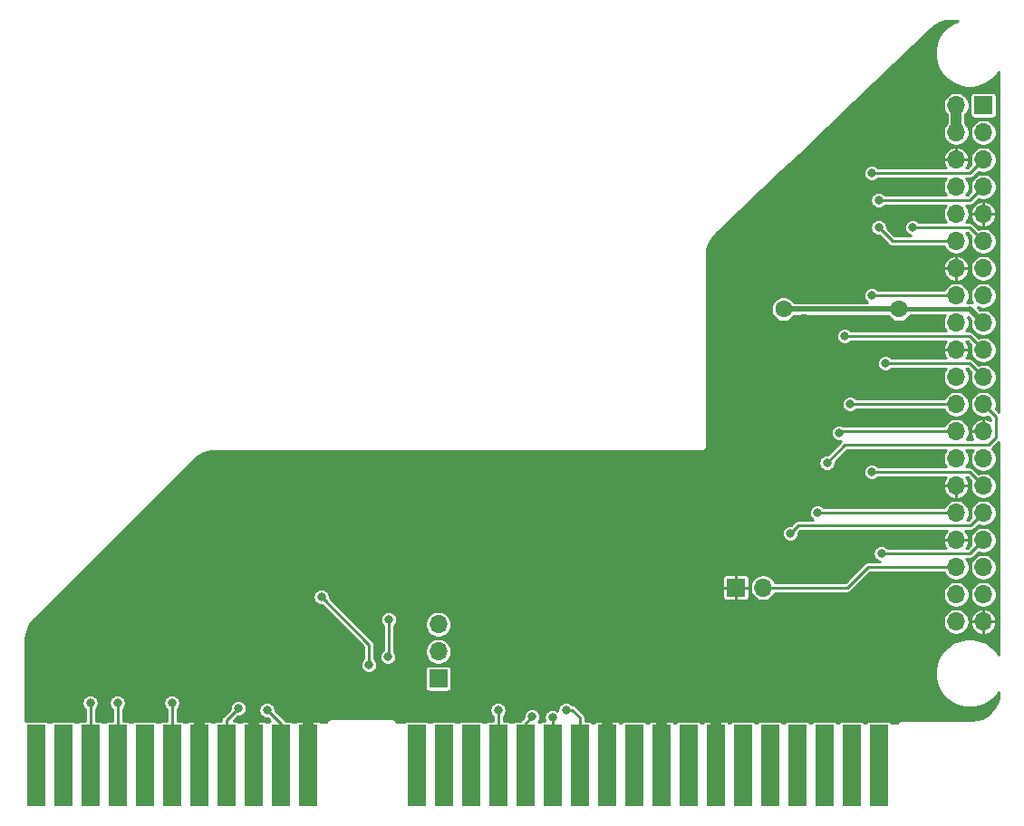
<source format=gbr>
G04 #@! TF.GenerationSoftware,KiCad,Pcbnew,5.1.9-1.fc33*
G04 #@! TF.CreationDate,2021-01-31T23:40:47+01:00*
G04 #@! TF.ProjectId,videocard,76696465-6f63-4617-9264-2e6b69636164,rev?*
G04 #@! TF.SameCoordinates,Original*
G04 #@! TF.FileFunction,Copper,L2,Bot*
G04 #@! TF.FilePolarity,Positive*
%FSLAX46Y46*%
G04 Gerber Fmt 4.6, Leading zero omitted, Abs format (unit mm)*
G04 Created by KiCad (PCBNEW 5.1.9-1.fc33) date 2021-01-31 23:40:47*
%MOMM*%
%LPD*%
G01*
G04 APERTURE LIST*
G04 #@! TA.AperFunction,ConnectorPad*
%ADD10R,1.780000X7.620000*%
G04 #@! TD*
G04 #@! TA.AperFunction,ComponentPad*
%ADD11O,1.700000X1.700000*%
G04 #@! TD*
G04 #@! TA.AperFunction,ComponentPad*
%ADD12R,1.700000X1.700000*%
G04 #@! TD*
G04 #@! TA.AperFunction,ViaPad*
%ADD13C,1.600000*%
G04 #@! TD*
G04 #@! TA.AperFunction,ViaPad*
%ADD14C,0.800000*%
G04 #@! TD*
G04 #@! TA.AperFunction,Conductor*
%ADD15C,1.000000*%
G04 #@! TD*
G04 #@! TA.AperFunction,Conductor*
%ADD16C,0.250000*%
G04 #@! TD*
G04 #@! TA.AperFunction,Conductor*
%ADD17C,0.500000*%
G04 #@! TD*
G04 #@! TA.AperFunction,Conductor*
%ADD18C,0.400000*%
G04 #@! TD*
G04 #@! TA.AperFunction,Conductor*
%ADD19C,0.254000*%
G04 #@! TD*
G04 #@! TA.AperFunction,Conductor*
%ADD20C,0.100000*%
G04 #@! TD*
G04 APERTURE END LIST*
D10*
X96270000Y-129667000D03*
X98810000Y-129667000D03*
X101350000Y-129667000D03*
X103890000Y-129667000D03*
X106430000Y-129667000D03*
X108970000Y-129667000D03*
X111510000Y-129667000D03*
X114050000Y-129667000D03*
X116590000Y-129667000D03*
X119130000Y-129667000D03*
X121670000Y-129667000D03*
X131830000Y-129667000D03*
X134370000Y-129667000D03*
X136910000Y-129667000D03*
X139450000Y-129667000D03*
X141990000Y-129667000D03*
X144530000Y-129667000D03*
X147070000Y-129667000D03*
X149610000Y-129667000D03*
X152150000Y-129667000D03*
X154690000Y-129667000D03*
X157230000Y-129667000D03*
X159770000Y-129667000D03*
X162310000Y-129667000D03*
X164850000Y-129667000D03*
X167390000Y-129667000D03*
X169930000Y-129667000D03*
X172470000Y-129667000D03*
X175010000Y-129667000D03*
D11*
X133858000Y-116459000D03*
X133858000Y-118999000D03*
D12*
X133858000Y-121539000D03*
D11*
X182245000Y-116205000D03*
X184785000Y-116205000D03*
X182245000Y-113665000D03*
X184785000Y-113665000D03*
X182245000Y-111125000D03*
X184785000Y-111125000D03*
X182245000Y-108585000D03*
X184785000Y-108585000D03*
X182245000Y-106045000D03*
X184785000Y-106045000D03*
X182245000Y-103505000D03*
X184785000Y-103505000D03*
X182245000Y-100965000D03*
X184785000Y-100965000D03*
X182245000Y-98425000D03*
X184785000Y-98425000D03*
X182245000Y-95885000D03*
X184785000Y-95885000D03*
X182245000Y-93345000D03*
X184785000Y-93345000D03*
X182245000Y-90805000D03*
X184785000Y-90805000D03*
X182245000Y-88265000D03*
X184785000Y-88265000D03*
X182245000Y-85725000D03*
X184785000Y-85725000D03*
X182245000Y-83185000D03*
X184785000Y-83185000D03*
X182245000Y-80645000D03*
X184785000Y-80645000D03*
X182245000Y-78105000D03*
X184785000Y-78105000D03*
X182245000Y-75565000D03*
X184785000Y-75565000D03*
X182245000Y-73025000D03*
X184785000Y-73025000D03*
X182245000Y-70485000D03*
X184785000Y-70485000D03*
X182245000Y-67945000D03*
D12*
X184785000Y-67945000D03*
D11*
X164211000Y-113030000D03*
D12*
X161671000Y-113030000D03*
D13*
X147320000Y-113157000D03*
X178816000Y-69850000D03*
D14*
X142621000Y-120015000D03*
X148971000Y-124460000D03*
X147320000Y-122428000D03*
X171831000Y-115570000D03*
X173101000Y-116840000D03*
X176911000Y-122555000D03*
X180086000Y-123825000D03*
X160401000Y-121920000D03*
X162941000Y-120650000D03*
X178181000Y-75565000D03*
X175641000Y-75565000D03*
X178181000Y-78105000D03*
X171831000Y-88265000D03*
X175641000Y-90805000D03*
D13*
X178562000Y-64262000D03*
X171196000Y-79375000D03*
X167513000Y-93472000D03*
D14*
X169291000Y-112141000D03*
X174371000Y-100965000D03*
X172339000Y-97536000D03*
X175641000Y-108585000D03*
D13*
X168021000Y-88265000D03*
X168021000Y-85725000D03*
D14*
X176911000Y-88519000D03*
X175641000Y-84455000D03*
D13*
X96266000Y-123825000D03*
X119126000Y-121920000D03*
X110871000Y-123190000D03*
D14*
X125095000Y-118618000D03*
X122301000Y-115443000D03*
X122809000Y-121031000D03*
X129032000Y-121666000D03*
X131445000Y-117729000D03*
X130556000Y-115189000D03*
X111760000Y-119253000D03*
D13*
X106807000Y-121285000D03*
X159766000Y-94107000D03*
X165227000Y-124333000D03*
X161163000Y-124333000D03*
X160147000Y-81153000D03*
X164211000Y-90678000D03*
X164211000Y-81026000D03*
X164211000Y-96520000D03*
X170307000Y-103759000D03*
X165481000Y-106045000D03*
D14*
X118745000Y-114173000D03*
X112903000Y-103505000D03*
X113538000Y-105029000D03*
X114173000Y-106680000D03*
X114935000Y-108204000D03*
X115443000Y-109855000D03*
X116078000Y-111506000D03*
X121920000Y-111633000D03*
X119888000Y-110363000D03*
X144907000Y-114046000D03*
X139065000Y-121158000D03*
X124587000Y-114046000D03*
X138176000Y-115189000D03*
X136144000Y-117094000D03*
D13*
X96266000Y-116967000D03*
X109728000Y-103505000D03*
X131826000Y-122555000D03*
D14*
X122428000Y-124714000D03*
X133858000Y-124841000D03*
X112903000Y-124587000D03*
D13*
X136906000Y-124460000D03*
X136906000Y-120015000D03*
X105283000Y-116967000D03*
D14*
X170179996Y-114300000D03*
X174244000Y-118364000D03*
D13*
X156337000Y-124460000D03*
X176911000Y-86995000D03*
D14*
X178181000Y-79375000D03*
X174371000Y-85725000D03*
X169291000Y-106045000D03*
X171831000Y-89535000D03*
X175641000Y-92075000D03*
X171323000Y-98552000D03*
X166751000Y-107950000D03*
X174371000Y-102235000D03*
X175006000Y-76835000D03*
X174371000Y-74295000D03*
D13*
X166116000Y-86995000D03*
D14*
X129222495Y-116014499D03*
X129161884Y-119504100D03*
X175260000Y-109855000D03*
X170180000Y-101346004D03*
X172339012Y-95885000D03*
X175006000Y-79375000D03*
X103890000Y-123829000D03*
X101346000Y-123825000D03*
X145795996Y-124460000D03*
X115175160Y-124319160D03*
X142621004Y-125095000D03*
X117856000Y-124460000D03*
X108966012Y-123825000D03*
X144525997Y-125167112D03*
X139446000Y-124460000D03*
X127381000Y-120268990D03*
X122936000Y-113919000D03*
D15*
X116590000Y-129667000D02*
X116590000Y-124464000D01*
X111510000Y-129667000D02*
X111510000Y-124464000D01*
D16*
X149610000Y-125099000D02*
X148971000Y-124460000D01*
D15*
X149610000Y-129667000D02*
X149610000Y-125099000D01*
X154690000Y-129667000D02*
X154690000Y-124464000D01*
D16*
X159770000Y-125607000D02*
X159770000Y-129667000D01*
D15*
X159770000Y-129667000D02*
X159770000Y-124464000D01*
X121670000Y-124464000D02*
X119761000Y-122555000D01*
X121670000Y-129667000D02*
X121670000Y-124464000D01*
X119761000Y-122555000D02*
X119761000Y-122555000D01*
D17*
X184785000Y-88265000D02*
X183515000Y-86995000D01*
D18*
X183515000Y-86995000D02*
X176911000Y-86995000D01*
D15*
X182245000Y-67945000D02*
X182245000Y-70485000D01*
D16*
X183515000Y-79375000D02*
X178181000Y-79375000D01*
X184785000Y-80645000D02*
X183515000Y-79375000D01*
X182245000Y-85725000D02*
X174371000Y-85725000D01*
X182245000Y-106045000D02*
X169291000Y-106045000D01*
X183515000Y-89535000D02*
X171831000Y-89535000D01*
X184785000Y-90805000D02*
X183515000Y-89535000D01*
X184785000Y-93345000D02*
X183515000Y-92075000D01*
X183515000Y-92075000D02*
X175641000Y-92075000D01*
X171196000Y-98425000D02*
X182245000Y-98425000D01*
X183609999Y-107220001D02*
X167480999Y-107220001D01*
X184785000Y-106045000D02*
X183609999Y-107220001D01*
X167480999Y-107220001D02*
X166751000Y-107950000D01*
X183515000Y-102235000D02*
X174371000Y-102235000D01*
X184785000Y-103505000D02*
X183515000Y-102235000D01*
X183515000Y-76835000D02*
X184785000Y-75565000D01*
X175006000Y-76835000D02*
X183515000Y-76835000D01*
X183515000Y-74295000D02*
X184785000Y-73025000D01*
X174371000Y-74295000D02*
X183515000Y-74295000D01*
D17*
X176911000Y-86995000D02*
X166116000Y-86995000D01*
D16*
X129222495Y-116014499D02*
X129222495Y-119443489D01*
X129222495Y-119443489D02*
X129161884Y-119504100D01*
X183515000Y-109855000D02*
X175260000Y-109855000D01*
X184785000Y-108585000D02*
X183515000Y-109855000D01*
X171850003Y-99676001D02*
X170180000Y-101346004D01*
X185273001Y-99676001D02*
X171850003Y-99676001D01*
X185960001Y-97060001D02*
X185960001Y-98989001D01*
X184785000Y-95885000D02*
X185960001Y-97060001D01*
X185960001Y-98989001D02*
X185273001Y-99676001D01*
X181042919Y-95885000D02*
X172339012Y-95885000D01*
X182245000Y-95885000D02*
X181042919Y-95885000D01*
X176276000Y-80645000D02*
X175006000Y-79375000D01*
X182245000Y-80645000D02*
X176276000Y-80645000D01*
X175006000Y-79375000D02*
X175006000Y-79375000D01*
X181042919Y-111125000D02*
X182245000Y-111125000D01*
X173990000Y-111125000D02*
X181042919Y-111125000D01*
X172085000Y-113030000D02*
X173990000Y-111125000D01*
X164211000Y-113030000D02*
X172085000Y-113030000D01*
X103890000Y-129667000D02*
X103890000Y-123829000D01*
X103890000Y-123829000D02*
X103890000Y-123829000D01*
X101346000Y-129663000D02*
X101350000Y-129667000D01*
X101346000Y-123825000D02*
X101346000Y-129663000D01*
X146361663Y-124460000D02*
X145795996Y-124460000D01*
X147066000Y-129663000D02*
X147066000Y-125164337D01*
X147066000Y-125164337D02*
X146361663Y-124460000D01*
X147070000Y-129667000D02*
X147066000Y-129663000D01*
X114046000Y-129667000D02*
X114046000Y-126365000D01*
X114050000Y-129667000D02*
X114046000Y-129667000D01*
X114050000Y-125444319D02*
X115175160Y-124319160D01*
X114050000Y-129667000D02*
X114050000Y-125444319D01*
X115175160Y-124319160D02*
X115316000Y-124178319D01*
X141990000Y-129667000D02*
X141990000Y-125726004D01*
X141990000Y-125726004D02*
X142621004Y-125095000D01*
X119130000Y-129667000D02*
X119130000Y-125734000D01*
X119130000Y-125734000D02*
X117856000Y-124460000D01*
X108970000Y-125091000D02*
X108970000Y-125091000D01*
X108970000Y-129667000D02*
X108970000Y-125091000D01*
X108970000Y-125091000D02*
X108970000Y-123828988D01*
X108970000Y-123828988D02*
X108966012Y-123825000D01*
X144530000Y-129667000D02*
X144530000Y-125171115D01*
X144530000Y-125171115D02*
X144525997Y-125167112D01*
X139450000Y-129667000D02*
X139450000Y-124456000D01*
X127381000Y-118364000D02*
X122936000Y-113919000D01*
X127381000Y-120268990D02*
X127381000Y-118364000D01*
D19*
X181986442Y-60195770D02*
X181457907Y-60548925D01*
X181008425Y-60998407D01*
X180655270Y-61526942D01*
X180412012Y-62114219D01*
X180288000Y-62737668D01*
X180288000Y-63373332D01*
X180412012Y-63996781D01*
X180655270Y-64584058D01*
X181008425Y-65112593D01*
X181457907Y-65562075D01*
X181986442Y-65915230D01*
X182573719Y-66158488D01*
X183197168Y-66282500D01*
X183832832Y-66282500D01*
X184456281Y-66158488D01*
X185043558Y-65915230D01*
X185572093Y-65562075D01*
X186021575Y-65112593D01*
X186234001Y-64794674D01*
X186234000Y-96618409D01*
X185936758Y-96321167D01*
X185968693Y-96244069D01*
X186016000Y-96006243D01*
X186016000Y-95763757D01*
X185968693Y-95525931D01*
X185875898Y-95301903D01*
X185741180Y-95100283D01*
X185569717Y-94928820D01*
X185368097Y-94794102D01*
X185144069Y-94701307D01*
X184906243Y-94654000D01*
X184663757Y-94654000D01*
X184425931Y-94701307D01*
X184201903Y-94794102D01*
X184000283Y-94928820D01*
X183828820Y-95100283D01*
X183694102Y-95301903D01*
X183601307Y-95525931D01*
X183554000Y-95763757D01*
X183554000Y-96006243D01*
X183601307Y-96244069D01*
X183694102Y-96468097D01*
X183828820Y-96669717D01*
X184000283Y-96841180D01*
X184201903Y-96975898D01*
X184425931Y-97068693D01*
X184663757Y-97116000D01*
X184906243Y-97116000D01*
X185144069Y-97068693D01*
X185221167Y-97036758D01*
X185454001Y-97269593D01*
X185454001Y-97387160D01*
X185433886Y-97371856D01*
X185215960Y-97265500D01*
X184981472Y-97203703D01*
X184788000Y-97284754D01*
X184788000Y-98422000D01*
X184808000Y-98422000D01*
X184808000Y-98428000D01*
X184788000Y-98428000D01*
X184788000Y-98448000D01*
X184782000Y-98448000D01*
X184782000Y-98428000D01*
X183644754Y-98428000D01*
X183563703Y-98621472D01*
X183581483Y-98710854D01*
X183660376Y-98940156D01*
X183782487Y-99149661D01*
X183800474Y-99170001D01*
X183227717Y-99170001D01*
X183335898Y-99008097D01*
X183428693Y-98784069D01*
X183476000Y-98546243D01*
X183476000Y-98303757D01*
X183461036Y-98228528D01*
X183563703Y-98228528D01*
X183644754Y-98422000D01*
X184782000Y-98422000D01*
X184782000Y-97284754D01*
X184588528Y-97203703D01*
X184354040Y-97265500D01*
X184136114Y-97371856D01*
X183943124Y-97518683D01*
X183782487Y-97700339D01*
X183660376Y-97909844D01*
X183581483Y-98139146D01*
X183563703Y-98228528D01*
X183461036Y-98228528D01*
X183428693Y-98065931D01*
X183335898Y-97841903D01*
X183201180Y-97640283D01*
X183029717Y-97468820D01*
X182828097Y-97334102D01*
X182604069Y-97241307D01*
X182366243Y-97194000D01*
X182123757Y-97194000D01*
X181885931Y-97241307D01*
X181661903Y-97334102D01*
X181460283Y-97468820D01*
X181288820Y-97640283D01*
X181154102Y-97841903D01*
X181122168Y-97919000D01*
X171781411Y-97919000D01*
X171692942Y-97859887D01*
X171550809Y-97801013D01*
X171399922Y-97771000D01*
X171246078Y-97771000D01*
X171095191Y-97801013D01*
X170953058Y-97859887D01*
X170825141Y-97945358D01*
X170716358Y-98054141D01*
X170630887Y-98182058D01*
X170572013Y-98324191D01*
X170542000Y-98475078D01*
X170542000Y-98628922D01*
X170572013Y-98779809D01*
X170630887Y-98921942D01*
X170716358Y-99049859D01*
X170825141Y-99158642D01*
X170953058Y-99244113D01*
X171095191Y-99302987D01*
X171246078Y-99333000D01*
X171399922Y-99333000D01*
X171492866Y-99314512D01*
X171490476Y-99316474D01*
X171474632Y-99335780D01*
X170245409Y-100565004D01*
X170103078Y-100565004D01*
X169952191Y-100595017D01*
X169810058Y-100653891D01*
X169682141Y-100739362D01*
X169573358Y-100848145D01*
X169487887Y-100976062D01*
X169429013Y-101118195D01*
X169399000Y-101269082D01*
X169399000Y-101422926D01*
X169429013Y-101573813D01*
X169487887Y-101715946D01*
X169573358Y-101843863D01*
X169682141Y-101952646D01*
X169810058Y-102038117D01*
X169952191Y-102096991D01*
X170103078Y-102127004D01*
X170256922Y-102127004D01*
X170407809Y-102096991D01*
X170549942Y-102038117D01*
X170677859Y-101952646D01*
X170786642Y-101843863D01*
X170872113Y-101715946D01*
X170930987Y-101573813D01*
X170961000Y-101422926D01*
X170961000Y-101280595D01*
X172059595Y-100182001D01*
X181287672Y-100182001D01*
X181154102Y-100381903D01*
X181061307Y-100605931D01*
X181014000Y-100843757D01*
X181014000Y-101086243D01*
X181061307Y-101324069D01*
X181154102Y-101548097D01*
X181274977Y-101729000D01*
X174969501Y-101729000D01*
X174868859Y-101628358D01*
X174740942Y-101542887D01*
X174598809Y-101484013D01*
X174447922Y-101454000D01*
X174294078Y-101454000D01*
X174143191Y-101484013D01*
X174001058Y-101542887D01*
X173873141Y-101628358D01*
X173764358Y-101737141D01*
X173678887Y-101865058D01*
X173620013Y-102007191D01*
X173590000Y-102158078D01*
X173590000Y-102311922D01*
X173620013Y-102462809D01*
X173678887Y-102604942D01*
X173764358Y-102732859D01*
X173873141Y-102841642D01*
X174001058Y-102927113D01*
X174143191Y-102985987D01*
X174294078Y-103016000D01*
X174447922Y-103016000D01*
X174598809Y-102985987D01*
X174740942Y-102927113D01*
X174868859Y-102841642D01*
X174969501Y-102741000D01*
X181277274Y-102741000D01*
X181242487Y-102780339D01*
X181120376Y-102989844D01*
X181041483Y-103219146D01*
X181023703Y-103308528D01*
X181104754Y-103502000D01*
X182242000Y-103502000D01*
X182242000Y-103482000D01*
X182248000Y-103482000D01*
X182248000Y-103502000D01*
X183385246Y-103502000D01*
X183466297Y-103308528D01*
X183448517Y-103219146D01*
X183369624Y-102989844D01*
X183247513Y-102780339D01*
X183212726Y-102741000D01*
X183305409Y-102741000D01*
X183633242Y-103068833D01*
X183601307Y-103145931D01*
X183554000Y-103383757D01*
X183554000Y-103626243D01*
X183601307Y-103864069D01*
X183694102Y-104088097D01*
X183828820Y-104289717D01*
X184000283Y-104461180D01*
X184201903Y-104595898D01*
X184425931Y-104688693D01*
X184663757Y-104736000D01*
X184906243Y-104736000D01*
X185144069Y-104688693D01*
X185368097Y-104595898D01*
X185569717Y-104461180D01*
X185741180Y-104289717D01*
X185875898Y-104088097D01*
X185968693Y-103864069D01*
X186016000Y-103626243D01*
X186016000Y-103383757D01*
X185968693Y-103145931D01*
X185875898Y-102921903D01*
X185741180Y-102720283D01*
X185569717Y-102548820D01*
X185368097Y-102414102D01*
X185144069Y-102321307D01*
X184906243Y-102274000D01*
X184663757Y-102274000D01*
X184425931Y-102321307D01*
X184348833Y-102353242D01*
X183890376Y-101894785D01*
X183874527Y-101875473D01*
X183797479Y-101812241D01*
X183709575Y-101765255D01*
X183614193Y-101736322D01*
X183539854Y-101729000D01*
X183539846Y-101729000D01*
X183515000Y-101726553D01*
X183490154Y-101729000D01*
X183215023Y-101729000D01*
X183335898Y-101548097D01*
X183428693Y-101324069D01*
X183476000Y-101086243D01*
X183476000Y-100843757D01*
X183428693Y-100605931D01*
X183335898Y-100381903D01*
X183202328Y-100182001D01*
X183827672Y-100182001D01*
X183694102Y-100381903D01*
X183601307Y-100605931D01*
X183554000Y-100843757D01*
X183554000Y-101086243D01*
X183601307Y-101324069D01*
X183694102Y-101548097D01*
X183828820Y-101749717D01*
X184000283Y-101921180D01*
X184201903Y-102055898D01*
X184425931Y-102148693D01*
X184663757Y-102196000D01*
X184906243Y-102196000D01*
X185144069Y-102148693D01*
X185368097Y-102055898D01*
X185569717Y-101921180D01*
X185741180Y-101749717D01*
X185875898Y-101548097D01*
X185968693Y-101324069D01*
X186016000Y-101086243D01*
X186016000Y-100843757D01*
X185968693Y-100605931D01*
X185875898Y-100381903D01*
X185741180Y-100180283D01*
X185612699Y-100051802D01*
X185632528Y-100035528D01*
X185648377Y-100016216D01*
X186234000Y-99430593D01*
X186234000Y-119291824D01*
X186021575Y-118973907D01*
X185572093Y-118524425D01*
X185043558Y-118171270D01*
X184456281Y-117928012D01*
X183832832Y-117804000D01*
X183197168Y-117804000D01*
X182573719Y-117928012D01*
X181986442Y-118171270D01*
X181457907Y-118524425D01*
X181008425Y-118973907D01*
X180655270Y-119502442D01*
X180412012Y-120089719D01*
X180288000Y-120713168D01*
X180288000Y-121348832D01*
X180412012Y-121972281D01*
X180655270Y-122559558D01*
X181008425Y-123088093D01*
X181457907Y-123537575D01*
X181986442Y-123890730D01*
X182573719Y-124133988D01*
X183197168Y-124258000D01*
X183832832Y-124258000D01*
X184456281Y-124133988D01*
X185043558Y-123890730D01*
X185572093Y-123537575D01*
X186021575Y-123088093D01*
X186234000Y-122770176D01*
X186234000Y-122834694D01*
X186183404Y-123350708D01*
X186040023Y-123825611D01*
X185807131Y-124263618D01*
X185493593Y-124648052D01*
X185111365Y-124964259D01*
X184674993Y-125200203D01*
X184201102Y-125346898D01*
X183686351Y-125401000D01*
X177187399Y-125401000D01*
X177165000Y-125398794D01*
X177142601Y-125401000D01*
X177075608Y-125407598D01*
X176989652Y-125433673D01*
X176910434Y-125476016D01*
X176840999Y-125532999D01*
X176784016Y-125602434D01*
X176755576Y-125655642D01*
X176224083Y-125655082D01*
X176218322Y-125644304D01*
X176170711Y-125586289D01*
X176112696Y-125538678D01*
X176046508Y-125503299D01*
X175974689Y-125481513D01*
X175900000Y-125474157D01*
X174120000Y-125474157D01*
X174045311Y-125481513D01*
X173973492Y-125503299D01*
X173907304Y-125538678D01*
X173849289Y-125586289D01*
X173801678Y-125644304D01*
X173797282Y-125652528D01*
X173682653Y-125652407D01*
X173678322Y-125644304D01*
X173630711Y-125586289D01*
X173572696Y-125538678D01*
X173506508Y-125503299D01*
X173434689Y-125481513D01*
X173360000Y-125474157D01*
X171580000Y-125474157D01*
X171505311Y-125481513D01*
X171433492Y-125503299D01*
X171367304Y-125538678D01*
X171309289Y-125586289D01*
X171261678Y-125644304D01*
X171258711Y-125649856D01*
X171141223Y-125649732D01*
X171138322Y-125644304D01*
X171090711Y-125586289D01*
X171032696Y-125538678D01*
X170966508Y-125503299D01*
X170894689Y-125481513D01*
X170820000Y-125474157D01*
X169040000Y-125474157D01*
X168965311Y-125481513D01*
X168893492Y-125503299D01*
X168827304Y-125538678D01*
X168769289Y-125586289D01*
X168721678Y-125644304D01*
X168720139Y-125647183D01*
X168599793Y-125647057D01*
X168598322Y-125644304D01*
X168550711Y-125586289D01*
X168492696Y-125538678D01*
X168426508Y-125503299D01*
X168354689Y-125481513D01*
X168280000Y-125474157D01*
X166500000Y-125474157D01*
X166425311Y-125481513D01*
X166353492Y-125503299D01*
X166287304Y-125538678D01*
X166229289Y-125586289D01*
X166181678Y-125644304D01*
X166181567Y-125644511D01*
X166058363Y-125644382D01*
X166058322Y-125644304D01*
X166010711Y-125586289D01*
X165952696Y-125538678D01*
X165886508Y-125503299D01*
X165814689Y-125481513D01*
X165740000Y-125474157D01*
X163960000Y-125474157D01*
X163885311Y-125481513D01*
X163813492Y-125503299D01*
X163747304Y-125538678D01*
X163689289Y-125586289D01*
X163643700Y-125641840D01*
X163516190Y-125641706D01*
X163470711Y-125586289D01*
X163412696Y-125538678D01*
X163346508Y-125503299D01*
X163274689Y-125481513D01*
X163200000Y-125474157D01*
X161420000Y-125474157D01*
X161345311Y-125481513D01*
X161273492Y-125503299D01*
X161207304Y-125538678D01*
X161149289Y-125586289D01*
X161105893Y-125639168D01*
X160981763Y-125639038D01*
X160934975Y-125582025D01*
X160876046Y-125533664D01*
X160808815Y-125497728D01*
X160735865Y-125475599D01*
X160660000Y-125468127D01*
X159869750Y-125470000D01*
X159773000Y-125566750D01*
X159773000Y-125637765D01*
X159767000Y-125637759D01*
X159767000Y-125566750D01*
X159670250Y-125470000D01*
X158880000Y-125468127D01*
X158804135Y-125475599D01*
X158731185Y-125497728D01*
X158663954Y-125533664D01*
X158605025Y-125582025D01*
X158560328Y-125636489D01*
X158431797Y-125636354D01*
X158390711Y-125586289D01*
X158332696Y-125538678D01*
X158266508Y-125503299D01*
X158194689Y-125481513D01*
X158120000Y-125474157D01*
X156340000Y-125474157D01*
X156265311Y-125481513D01*
X156193492Y-125503299D01*
X156127304Y-125538678D01*
X156069289Y-125586289D01*
X156030277Y-125633826D01*
X155897371Y-125633686D01*
X155854975Y-125582025D01*
X155796046Y-125533664D01*
X155728815Y-125497728D01*
X155655865Y-125475599D01*
X155580000Y-125468127D01*
X154789750Y-125470000D01*
X154693000Y-125566750D01*
X154693000Y-125632418D01*
X154687000Y-125632412D01*
X154687000Y-125566750D01*
X154590250Y-125470000D01*
X153800000Y-125468127D01*
X153724135Y-125475599D01*
X153651185Y-125497728D01*
X153583954Y-125533664D01*
X153525025Y-125582025D01*
X153484713Y-125631146D01*
X153347405Y-125631002D01*
X153310711Y-125586289D01*
X153252696Y-125538678D01*
X153186508Y-125503299D01*
X153114689Y-125481513D01*
X153040000Y-125474157D01*
X151260000Y-125474157D01*
X151185311Y-125481513D01*
X151113492Y-125503299D01*
X151047304Y-125538678D01*
X150989289Y-125586289D01*
X150954662Y-125628483D01*
X150812979Y-125628334D01*
X150774975Y-125582025D01*
X150716046Y-125533664D01*
X150648815Y-125497728D01*
X150575865Y-125475599D01*
X150500000Y-125468127D01*
X149709750Y-125470000D01*
X149613000Y-125566750D01*
X149613000Y-125627071D01*
X149607000Y-125627064D01*
X149607000Y-125566750D01*
X149510250Y-125470000D01*
X148720000Y-125468127D01*
X148644135Y-125475599D01*
X148571185Y-125497728D01*
X148503954Y-125533664D01*
X148445025Y-125582025D01*
X148409098Y-125625803D01*
X148263013Y-125625650D01*
X148230711Y-125586289D01*
X148172696Y-125538678D01*
X148106508Y-125503299D01*
X148034689Y-125481513D01*
X147960000Y-125474157D01*
X147572000Y-125474157D01*
X147572000Y-125189191D01*
X147574448Y-125164337D01*
X147564678Y-125065144D01*
X147535745Y-124969762D01*
X147522852Y-124945641D01*
X147488759Y-124881858D01*
X147425527Y-124804810D01*
X147406220Y-124788965D01*
X146737039Y-124119785D01*
X146721190Y-124100473D01*
X146644142Y-124037241D01*
X146556238Y-123990255D01*
X146460856Y-123961322D01*
X146395369Y-123954872D01*
X146293855Y-123853358D01*
X146165938Y-123767887D01*
X146023805Y-123709013D01*
X145872918Y-123679000D01*
X145719074Y-123679000D01*
X145568187Y-123709013D01*
X145426054Y-123767887D01*
X145298137Y-123853358D01*
X145189354Y-123962141D01*
X145103883Y-124090058D01*
X145045009Y-124232191D01*
X145014996Y-124383078D01*
X145014996Y-124536922D01*
X145019040Y-124557252D01*
X144895939Y-124474999D01*
X144753806Y-124416125D01*
X144602919Y-124386112D01*
X144449075Y-124386112D01*
X144298188Y-124416125D01*
X144156055Y-124474999D01*
X144028138Y-124560470D01*
X143919355Y-124669253D01*
X143833884Y-124797170D01*
X143775010Y-124939303D01*
X143744997Y-125090190D01*
X143744997Y-125244034D01*
X143775010Y-125394921D01*
X143807831Y-125474157D01*
X143640000Y-125474157D01*
X143565311Y-125481513D01*
X143493492Y-125503299D01*
X143427304Y-125538678D01*
X143369289Y-125586289D01*
X143341239Y-125620469D01*
X143200185Y-125620320D01*
X143227646Y-125592859D01*
X143313117Y-125464942D01*
X143371991Y-125322809D01*
X143402004Y-125171922D01*
X143402004Y-125018078D01*
X143371991Y-124867191D01*
X143313117Y-124725058D01*
X143227646Y-124597141D01*
X143118863Y-124488358D01*
X142990946Y-124402887D01*
X142848813Y-124344013D01*
X142697926Y-124314000D01*
X142544082Y-124314000D01*
X142393195Y-124344013D01*
X142251062Y-124402887D01*
X142123145Y-124488358D01*
X142014362Y-124597141D01*
X141928891Y-124725058D01*
X141870017Y-124867191D01*
X141840004Y-125018078D01*
X141840004Y-125160409D01*
X141649780Y-125350633D01*
X141630474Y-125366477D01*
X141567242Y-125443525D01*
X141554092Y-125468127D01*
X141550869Y-125474157D01*
X141100000Y-125474157D01*
X141025311Y-125481513D01*
X140953492Y-125503299D01*
X140887304Y-125538678D01*
X140829289Y-125586289D01*
X140803431Y-125617797D01*
X140636425Y-125617622D01*
X140610711Y-125586289D01*
X140552696Y-125538678D01*
X140486508Y-125503299D01*
X140414689Y-125481513D01*
X140340000Y-125474157D01*
X139956000Y-125474157D01*
X139956000Y-125054501D01*
X140052642Y-124957859D01*
X140138113Y-124829942D01*
X140196987Y-124687809D01*
X140227000Y-124536922D01*
X140227000Y-124383078D01*
X140196987Y-124232191D01*
X140138113Y-124090058D01*
X140052642Y-123962141D01*
X139943859Y-123853358D01*
X139815942Y-123767887D01*
X139673809Y-123709013D01*
X139522922Y-123679000D01*
X139369078Y-123679000D01*
X139218191Y-123709013D01*
X139076058Y-123767887D01*
X138948141Y-123853358D01*
X138839358Y-123962141D01*
X138753887Y-124090058D01*
X138695013Y-124232191D01*
X138665000Y-124383078D01*
X138665000Y-124536922D01*
X138695013Y-124687809D01*
X138753887Y-124829942D01*
X138839358Y-124957859D01*
X138944001Y-125062502D01*
X138944001Y-125474157D01*
X138560000Y-125474157D01*
X138485311Y-125481513D01*
X138413492Y-125503299D01*
X138347304Y-125538678D01*
X138289289Y-125586289D01*
X138265623Y-125615126D01*
X138094228Y-125614946D01*
X138070711Y-125586289D01*
X138012696Y-125538678D01*
X137946508Y-125503299D01*
X137874689Y-125481513D01*
X137800000Y-125474157D01*
X136020000Y-125474157D01*
X135945311Y-125481513D01*
X135873492Y-125503299D01*
X135807304Y-125538678D01*
X135749289Y-125586289D01*
X135727816Y-125612455D01*
X135552032Y-125612270D01*
X135530711Y-125586289D01*
X135472696Y-125538678D01*
X135406508Y-125503299D01*
X135334689Y-125481513D01*
X135260000Y-125474157D01*
X133480000Y-125474157D01*
X133405311Y-125481513D01*
X133333492Y-125503299D01*
X133267304Y-125538678D01*
X133209289Y-125586289D01*
X133190008Y-125609783D01*
X133009836Y-125609594D01*
X132990711Y-125586289D01*
X132932696Y-125538678D01*
X132866508Y-125503299D01*
X132794689Y-125481513D01*
X132720000Y-125474157D01*
X130940000Y-125474157D01*
X130865311Y-125481513D01*
X130793492Y-125503299D01*
X130727304Y-125538678D01*
X130669289Y-125586289D01*
X130652200Y-125607112D01*
X129979026Y-125606403D01*
X129963327Y-125554652D01*
X129920984Y-125475434D01*
X129864001Y-125405999D01*
X129794566Y-125349016D01*
X129715348Y-125306673D01*
X129629392Y-125280598D01*
X129562399Y-125274000D01*
X129540000Y-125271794D01*
X129517601Y-125274000D01*
X123847399Y-125274000D01*
X123825000Y-125271794D01*
X123802601Y-125274000D01*
X123735608Y-125280598D01*
X123649652Y-125306673D01*
X123570434Y-125349016D01*
X123500999Y-125405999D01*
X123444016Y-125475434D01*
X123401673Y-125554652D01*
X123388079Y-125599465D01*
X122848822Y-125598898D01*
X122834975Y-125582025D01*
X122776046Y-125533664D01*
X122708815Y-125497728D01*
X122635865Y-125475599D01*
X122560000Y-125468127D01*
X121769750Y-125470000D01*
X121673000Y-125566750D01*
X121673000Y-125597660D01*
X121667000Y-125597654D01*
X121667000Y-125566750D01*
X121570250Y-125470000D01*
X120780000Y-125468127D01*
X120704135Y-125475599D01*
X120631185Y-125497728D01*
X120563954Y-125533664D01*
X120505025Y-125582025D01*
X120493213Y-125596418D01*
X120298856Y-125596214D01*
X120290711Y-125586289D01*
X120232696Y-125538678D01*
X120166508Y-125503299D01*
X120094689Y-125481513D01*
X120020000Y-125474157D01*
X119564858Y-125474157D01*
X119552759Y-125451521D01*
X119489527Y-125374473D01*
X119470220Y-125358628D01*
X118637000Y-124525409D01*
X118637000Y-124383078D01*
X118606987Y-124232191D01*
X118548113Y-124090058D01*
X118462642Y-123962141D01*
X118353859Y-123853358D01*
X118225942Y-123767887D01*
X118083809Y-123709013D01*
X117932922Y-123679000D01*
X117779078Y-123679000D01*
X117628191Y-123709013D01*
X117486058Y-123767887D01*
X117358141Y-123853358D01*
X117249358Y-123962141D01*
X117163887Y-124090058D01*
X117105013Y-124232191D01*
X117075000Y-124383078D01*
X117075000Y-124536922D01*
X117105013Y-124687809D01*
X117163887Y-124829942D01*
X117249358Y-124957859D01*
X117358141Y-125066642D01*
X117486058Y-125152113D01*
X117628191Y-125210987D01*
X117779078Y-125241000D01*
X117921409Y-125241000D01*
X118162710Y-125482302D01*
X118093492Y-125503299D01*
X118027304Y-125538678D01*
X117969289Y-125586289D01*
X117963162Y-125593755D01*
X117764430Y-125593546D01*
X117754975Y-125582025D01*
X117696046Y-125533664D01*
X117628815Y-125497728D01*
X117555865Y-125475599D01*
X117480000Y-125468127D01*
X116689750Y-125470000D01*
X116593000Y-125566750D01*
X116593000Y-125592313D01*
X116587000Y-125592306D01*
X116587000Y-125566750D01*
X116490250Y-125470000D01*
X115700000Y-125468127D01*
X115624135Y-125475599D01*
X115551185Y-125497728D01*
X115483954Y-125533664D01*
X115425025Y-125582025D01*
X115417598Y-125591075D01*
X115214464Y-125590862D01*
X115210711Y-125586289D01*
X115152696Y-125538678D01*
X115086508Y-125503299D01*
X115014689Y-125481513D01*
X114940000Y-125474157D01*
X114735754Y-125474157D01*
X115109751Y-125100160D01*
X115252082Y-125100160D01*
X115402969Y-125070147D01*
X115545102Y-125011273D01*
X115673019Y-124925802D01*
X115781802Y-124817019D01*
X115867273Y-124689102D01*
X115926147Y-124546969D01*
X115956160Y-124396082D01*
X115956160Y-124242238D01*
X115926147Y-124091351D01*
X115867273Y-123949218D01*
X115781802Y-123821301D01*
X115673019Y-123712518D01*
X115545102Y-123627047D01*
X115402969Y-123568173D01*
X115252082Y-123538160D01*
X115098238Y-123538160D01*
X114947351Y-123568173D01*
X114805218Y-123627047D01*
X114677301Y-123712518D01*
X114568518Y-123821301D01*
X114483047Y-123949218D01*
X114424173Y-124091351D01*
X114394160Y-124242238D01*
X114394160Y-124384568D01*
X113709781Y-125068947D01*
X113690474Y-125084792D01*
X113627242Y-125161840D01*
X113612087Y-125190193D01*
X113580255Y-125249745D01*
X113551322Y-125345126D01*
X113541553Y-125444319D01*
X113544001Y-125469175D01*
X113544001Y-125474157D01*
X113160000Y-125474157D01*
X113085311Y-125481513D01*
X113013492Y-125503299D01*
X112947304Y-125538678D01*
X112889289Y-125586289D01*
X112887547Y-125588412D01*
X112680037Y-125588194D01*
X112674975Y-125582025D01*
X112616046Y-125533664D01*
X112548815Y-125497728D01*
X112475865Y-125475599D01*
X112400000Y-125468127D01*
X111609750Y-125470000D01*
X111513000Y-125566750D01*
X111513000Y-125586965D01*
X111507000Y-125586959D01*
X111507000Y-125566750D01*
X111410250Y-125470000D01*
X110620000Y-125468127D01*
X110544135Y-125475599D01*
X110471185Y-125497728D01*
X110403954Y-125533664D01*
X110345025Y-125582025D01*
X110341982Y-125585733D01*
X110129761Y-125585509D01*
X110072696Y-125538678D01*
X110006508Y-125503299D01*
X109934689Y-125481513D01*
X109860000Y-125474157D01*
X109476000Y-125474157D01*
X109476000Y-125115853D01*
X109478448Y-125091000D01*
X109476000Y-125066146D01*
X109476000Y-124419513D01*
X109572654Y-124322859D01*
X109658125Y-124194942D01*
X109716999Y-124052809D01*
X109747012Y-123901922D01*
X109747012Y-123748078D01*
X109716999Y-123597191D01*
X109658125Y-123455058D01*
X109572654Y-123327141D01*
X109463871Y-123218358D01*
X109335954Y-123132887D01*
X109193821Y-123074013D01*
X109042934Y-123044000D01*
X108889090Y-123044000D01*
X108738203Y-123074013D01*
X108596070Y-123132887D01*
X108468153Y-123218358D01*
X108359370Y-123327141D01*
X108273899Y-123455058D01*
X108215025Y-123597191D01*
X108185012Y-123748078D01*
X108185012Y-123901922D01*
X108215025Y-124052809D01*
X108273899Y-124194942D01*
X108359370Y-124322859D01*
X108464001Y-124427490D01*
X108464000Y-125066146D01*
X108461552Y-125091000D01*
X108464001Y-125115864D01*
X108464001Y-125474157D01*
X108080000Y-125474157D01*
X108005311Y-125481513D01*
X107933492Y-125503299D01*
X107867304Y-125538678D01*
X107813211Y-125583071D01*
X107586499Y-125582832D01*
X107532696Y-125538678D01*
X107466508Y-125503299D01*
X107394689Y-125481513D01*
X107320000Y-125474157D01*
X105540000Y-125474157D01*
X105465311Y-125481513D01*
X105393492Y-125503299D01*
X105327304Y-125538678D01*
X105276464Y-125580400D01*
X105043236Y-125580155D01*
X104992696Y-125538678D01*
X104926508Y-125503299D01*
X104854689Y-125481513D01*
X104780000Y-125474157D01*
X104396000Y-125474157D01*
X104396000Y-124427501D01*
X104496642Y-124326859D01*
X104582113Y-124198942D01*
X104640987Y-124056809D01*
X104671000Y-123905922D01*
X104671000Y-123752078D01*
X104640987Y-123601191D01*
X104582113Y-123459058D01*
X104496642Y-123331141D01*
X104387859Y-123222358D01*
X104259942Y-123136887D01*
X104117809Y-123078013D01*
X103966922Y-123048000D01*
X103813078Y-123048000D01*
X103662191Y-123078013D01*
X103520058Y-123136887D01*
X103392141Y-123222358D01*
X103283358Y-123331141D01*
X103197887Y-123459058D01*
X103139013Y-123601191D01*
X103109000Y-123752078D01*
X103109000Y-123905922D01*
X103139013Y-124056809D01*
X103197887Y-124198942D01*
X103283358Y-124326859D01*
X103384001Y-124427502D01*
X103384001Y-125474157D01*
X103000000Y-125474157D01*
X102925311Y-125481513D01*
X102853492Y-125503299D01*
X102787304Y-125538678D01*
X102739718Y-125577730D01*
X102499974Y-125577478D01*
X102452696Y-125538678D01*
X102386508Y-125503299D01*
X102314689Y-125481513D01*
X102240000Y-125474157D01*
X101852000Y-125474157D01*
X101852000Y-124423501D01*
X101952642Y-124322859D01*
X102038113Y-124194942D01*
X102096987Y-124052809D01*
X102127000Y-123901922D01*
X102127000Y-123748078D01*
X102096987Y-123597191D01*
X102038113Y-123455058D01*
X101952642Y-123327141D01*
X101843859Y-123218358D01*
X101715942Y-123132887D01*
X101573809Y-123074013D01*
X101422922Y-123044000D01*
X101269078Y-123044000D01*
X101118191Y-123074013D01*
X100976058Y-123132887D01*
X100848141Y-123218358D01*
X100739358Y-123327141D01*
X100653887Y-123455058D01*
X100595013Y-123597191D01*
X100565000Y-123748078D01*
X100565000Y-123901922D01*
X100595013Y-124052809D01*
X100653887Y-124194942D01*
X100739358Y-124322859D01*
X100840000Y-124423501D01*
X100840000Y-125474157D01*
X100460000Y-125474157D01*
X100385311Y-125481513D01*
X100313492Y-125503299D01*
X100247304Y-125538678D01*
X100202972Y-125575060D01*
X99956712Y-125574801D01*
X99912696Y-125538678D01*
X99846508Y-125503299D01*
X99774689Y-125481513D01*
X99700000Y-125474157D01*
X97920000Y-125474157D01*
X97845311Y-125481513D01*
X97773492Y-125503299D01*
X97707304Y-125538678D01*
X97666226Y-125572390D01*
X97413450Y-125572124D01*
X97372696Y-125538678D01*
X97306508Y-125503299D01*
X97234689Y-125481513D01*
X97160000Y-125474157D01*
X95380000Y-125474157D01*
X95325000Y-125479574D01*
X95325000Y-117878306D01*
X95375596Y-117362291D01*
X95518977Y-116887389D01*
X95751866Y-116449386D01*
X96074307Y-116054035D01*
X96200377Y-115935995D01*
X96206175Y-115931237D01*
X98295334Y-113842078D01*
X122155000Y-113842078D01*
X122155000Y-113995922D01*
X122185013Y-114146809D01*
X122243887Y-114288942D01*
X122329358Y-114416859D01*
X122438141Y-114525642D01*
X122566058Y-114611113D01*
X122708191Y-114669987D01*
X122859078Y-114700000D01*
X123001409Y-114700000D01*
X126875001Y-118573593D01*
X126875000Y-119670489D01*
X126774358Y-119771131D01*
X126688887Y-119899048D01*
X126630013Y-120041181D01*
X126600000Y-120192068D01*
X126600000Y-120345912D01*
X126630013Y-120496799D01*
X126688887Y-120638932D01*
X126774358Y-120766849D01*
X126883141Y-120875632D01*
X127011058Y-120961103D01*
X127153191Y-121019977D01*
X127304078Y-121049990D01*
X127457922Y-121049990D01*
X127608809Y-121019977D01*
X127750942Y-120961103D01*
X127878859Y-120875632D01*
X127987642Y-120766849D01*
X128039658Y-120689000D01*
X132625157Y-120689000D01*
X132625157Y-122389000D01*
X132632513Y-122463689D01*
X132654299Y-122535508D01*
X132689678Y-122601696D01*
X132737289Y-122659711D01*
X132795304Y-122707322D01*
X132861492Y-122742701D01*
X132933311Y-122764487D01*
X133008000Y-122771843D01*
X134708000Y-122771843D01*
X134782689Y-122764487D01*
X134854508Y-122742701D01*
X134920696Y-122707322D01*
X134978711Y-122659711D01*
X135026322Y-122601696D01*
X135061701Y-122535508D01*
X135083487Y-122463689D01*
X135090843Y-122389000D01*
X135090843Y-120689000D01*
X135083487Y-120614311D01*
X135061701Y-120542492D01*
X135026322Y-120476304D01*
X134978711Y-120418289D01*
X134920696Y-120370678D01*
X134854508Y-120335299D01*
X134782689Y-120313513D01*
X134708000Y-120306157D01*
X133008000Y-120306157D01*
X132933311Y-120313513D01*
X132861492Y-120335299D01*
X132795304Y-120370678D01*
X132737289Y-120418289D01*
X132689678Y-120476304D01*
X132654299Y-120542492D01*
X132632513Y-120614311D01*
X132625157Y-120689000D01*
X128039658Y-120689000D01*
X128073113Y-120638932D01*
X128131987Y-120496799D01*
X128162000Y-120345912D01*
X128162000Y-120192068D01*
X128131987Y-120041181D01*
X128073113Y-119899048D01*
X127987642Y-119771131D01*
X127887000Y-119670489D01*
X127887000Y-119427178D01*
X128380884Y-119427178D01*
X128380884Y-119581022D01*
X128410897Y-119731909D01*
X128469771Y-119874042D01*
X128555242Y-120001959D01*
X128664025Y-120110742D01*
X128791942Y-120196213D01*
X128934075Y-120255087D01*
X129084962Y-120285100D01*
X129238806Y-120285100D01*
X129389693Y-120255087D01*
X129531826Y-120196213D01*
X129659743Y-120110742D01*
X129768526Y-120001959D01*
X129853997Y-119874042D01*
X129912871Y-119731909D01*
X129942884Y-119581022D01*
X129942884Y-119427178D01*
X129912871Y-119276291D01*
X129853997Y-119134158D01*
X129768526Y-119006241D01*
X129728495Y-118966210D01*
X129728495Y-118877757D01*
X132627000Y-118877757D01*
X132627000Y-119120243D01*
X132674307Y-119358069D01*
X132767102Y-119582097D01*
X132901820Y-119783717D01*
X133073283Y-119955180D01*
X133274903Y-120089898D01*
X133498931Y-120182693D01*
X133736757Y-120230000D01*
X133979243Y-120230000D01*
X134217069Y-120182693D01*
X134441097Y-120089898D01*
X134642717Y-119955180D01*
X134814180Y-119783717D01*
X134948898Y-119582097D01*
X135041693Y-119358069D01*
X135089000Y-119120243D01*
X135089000Y-118877757D01*
X135041693Y-118639931D01*
X134948898Y-118415903D01*
X134814180Y-118214283D01*
X134642717Y-118042820D01*
X134441097Y-117908102D01*
X134217069Y-117815307D01*
X133979243Y-117768000D01*
X133736757Y-117768000D01*
X133498931Y-117815307D01*
X133274903Y-117908102D01*
X133073283Y-118042820D01*
X132901820Y-118214283D01*
X132767102Y-118415903D01*
X132674307Y-118639931D01*
X132627000Y-118877757D01*
X129728495Y-118877757D01*
X129728495Y-116613000D01*
X129829137Y-116512358D01*
X129914608Y-116384441D01*
X129933945Y-116337757D01*
X132627000Y-116337757D01*
X132627000Y-116580243D01*
X132674307Y-116818069D01*
X132767102Y-117042097D01*
X132901820Y-117243717D01*
X133073283Y-117415180D01*
X133274903Y-117549898D01*
X133498931Y-117642693D01*
X133736757Y-117690000D01*
X133979243Y-117690000D01*
X134217069Y-117642693D01*
X134441097Y-117549898D01*
X134642717Y-117415180D01*
X134814180Y-117243717D01*
X134948898Y-117042097D01*
X135041693Y-116818069D01*
X135089000Y-116580243D01*
X135089000Y-116337757D01*
X135041693Y-116099931D01*
X135034994Y-116083757D01*
X181014000Y-116083757D01*
X181014000Y-116326243D01*
X181061307Y-116564069D01*
X181154102Y-116788097D01*
X181288820Y-116989717D01*
X181460283Y-117161180D01*
X181661903Y-117295898D01*
X181885931Y-117388693D01*
X182123757Y-117436000D01*
X182366243Y-117436000D01*
X182604069Y-117388693D01*
X182828097Y-117295898D01*
X183029717Y-117161180D01*
X183201180Y-116989717D01*
X183335898Y-116788097D01*
X183428693Y-116564069D01*
X183461035Y-116401472D01*
X183563703Y-116401472D01*
X183581483Y-116490854D01*
X183660376Y-116720156D01*
X183782487Y-116929661D01*
X183943124Y-117111317D01*
X184136114Y-117258144D01*
X184354040Y-117364500D01*
X184588528Y-117426297D01*
X184782000Y-117345246D01*
X184782000Y-116208000D01*
X184788000Y-116208000D01*
X184788000Y-117345246D01*
X184981472Y-117426297D01*
X185215960Y-117364500D01*
X185433886Y-117258144D01*
X185626876Y-117111317D01*
X185787513Y-116929661D01*
X185909624Y-116720156D01*
X185988517Y-116490854D01*
X186006297Y-116401472D01*
X185925246Y-116208000D01*
X184788000Y-116208000D01*
X184782000Y-116208000D01*
X183644754Y-116208000D01*
X183563703Y-116401472D01*
X183461035Y-116401472D01*
X183476000Y-116326243D01*
X183476000Y-116083757D01*
X183461036Y-116008528D01*
X183563703Y-116008528D01*
X183644754Y-116202000D01*
X184782000Y-116202000D01*
X184782000Y-115064754D01*
X184788000Y-115064754D01*
X184788000Y-116202000D01*
X185925246Y-116202000D01*
X186006297Y-116008528D01*
X185988517Y-115919146D01*
X185909624Y-115689844D01*
X185787513Y-115480339D01*
X185626876Y-115298683D01*
X185433886Y-115151856D01*
X185215960Y-115045500D01*
X184981472Y-114983703D01*
X184788000Y-115064754D01*
X184782000Y-115064754D01*
X184588528Y-114983703D01*
X184354040Y-115045500D01*
X184136114Y-115151856D01*
X183943124Y-115298683D01*
X183782487Y-115480339D01*
X183660376Y-115689844D01*
X183581483Y-115919146D01*
X183563703Y-116008528D01*
X183461036Y-116008528D01*
X183428693Y-115845931D01*
X183335898Y-115621903D01*
X183201180Y-115420283D01*
X183029717Y-115248820D01*
X182828097Y-115114102D01*
X182604069Y-115021307D01*
X182366243Y-114974000D01*
X182123757Y-114974000D01*
X181885931Y-115021307D01*
X181661903Y-115114102D01*
X181460283Y-115248820D01*
X181288820Y-115420283D01*
X181154102Y-115621903D01*
X181061307Y-115845931D01*
X181014000Y-116083757D01*
X135034994Y-116083757D01*
X134948898Y-115875903D01*
X134814180Y-115674283D01*
X134642717Y-115502820D01*
X134441097Y-115368102D01*
X134217069Y-115275307D01*
X133979243Y-115228000D01*
X133736757Y-115228000D01*
X133498931Y-115275307D01*
X133274903Y-115368102D01*
X133073283Y-115502820D01*
X132901820Y-115674283D01*
X132767102Y-115875903D01*
X132674307Y-116099931D01*
X132627000Y-116337757D01*
X129933945Y-116337757D01*
X129973482Y-116242308D01*
X130003495Y-116091421D01*
X130003495Y-115937577D01*
X129973482Y-115786690D01*
X129914608Y-115644557D01*
X129829137Y-115516640D01*
X129720354Y-115407857D01*
X129592437Y-115322386D01*
X129450304Y-115263512D01*
X129299417Y-115233499D01*
X129145573Y-115233499D01*
X128994686Y-115263512D01*
X128852553Y-115322386D01*
X128724636Y-115407857D01*
X128615853Y-115516640D01*
X128530382Y-115644557D01*
X128471508Y-115786690D01*
X128441495Y-115937577D01*
X128441495Y-116091421D01*
X128471508Y-116242308D01*
X128530382Y-116384441D01*
X128615853Y-116512358D01*
X128716495Y-116613000D01*
X128716496Y-118862398D01*
X128664025Y-118897458D01*
X128555242Y-119006241D01*
X128469771Y-119134158D01*
X128410897Y-119276291D01*
X128380884Y-119427178D01*
X127887000Y-119427178D01*
X127887000Y-118388845D01*
X127889447Y-118363999D01*
X127887000Y-118339153D01*
X127887000Y-118339146D01*
X127879678Y-118264807D01*
X127850745Y-118169425D01*
X127803759Y-118081521D01*
X127740527Y-118004473D01*
X127721220Y-117988628D01*
X123717000Y-113984409D01*
X123717000Y-113880000D01*
X160432127Y-113880000D01*
X160439599Y-113955865D01*
X160461728Y-114028815D01*
X160497664Y-114096046D01*
X160546025Y-114154975D01*
X160604954Y-114203336D01*
X160672185Y-114239272D01*
X160745135Y-114261401D01*
X160821000Y-114268873D01*
X161571250Y-114267000D01*
X161668000Y-114170250D01*
X161668000Y-113033000D01*
X161674000Y-113033000D01*
X161674000Y-114170250D01*
X161770750Y-114267000D01*
X162521000Y-114268873D01*
X162596865Y-114261401D01*
X162669815Y-114239272D01*
X162737046Y-114203336D01*
X162795975Y-114154975D01*
X162844336Y-114096046D01*
X162880272Y-114028815D01*
X162902401Y-113955865D01*
X162909873Y-113880000D01*
X162908000Y-113129750D01*
X162811250Y-113033000D01*
X161674000Y-113033000D01*
X161668000Y-113033000D01*
X160530750Y-113033000D01*
X160434000Y-113129750D01*
X160432127Y-113880000D01*
X123717000Y-113880000D01*
X123717000Y-113842078D01*
X123686987Y-113691191D01*
X123628113Y-113549058D01*
X123542642Y-113421141D01*
X123433859Y-113312358D01*
X123305942Y-113226887D01*
X123163809Y-113168013D01*
X123012922Y-113138000D01*
X122859078Y-113138000D01*
X122708191Y-113168013D01*
X122566058Y-113226887D01*
X122438141Y-113312358D01*
X122329358Y-113421141D01*
X122243887Y-113549058D01*
X122185013Y-113691191D01*
X122155000Y-113842078D01*
X98295334Y-113842078D01*
X99957412Y-112180000D01*
X160432127Y-112180000D01*
X160434000Y-112930250D01*
X160530750Y-113027000D01*
X161668000Y-113027000D01*
X161668000Y-111889750D01*
X161674000Y-111889750D01*
X161674000Y-113027000D01*
X162811250Y-113027000D01*
X162908000Y-112930250D01*
X162908053Y-112908757D01*
X162980000Y-112908757D01*
X162980000Y-113151243D01*
X163027307Y-113389069D01*
X163120102Y-113613097D01*
X163254820Y-113814717D01*
X163426283Y-113986180D01*
X163627903Y-114120898D01*
X163851931Y-114213693D01*
X164089757Y-114261000D01*
X164332243Y-114261000D01*
X164570069Y-114213693D01*
X164794097Y-114120898D01*
X164995717Y-113986180D01*
X165167180Y-113814717D01*
X165301898Y-113613097D01*
X165330619Y-113543757D01*
X181014000Y-113543757D01*
X181014000Y-113786243D01*
X181061307Y-114024069D01*
X181154102Y-114248097D01*
X181288820Y-114449717D01*
X181460283Y-114621180D01*
X181661903Y-114755898D01*
X181885931Y-114848693D01*
X182123757Y-114896000D01*
X182366243Y-114896000D01*
X182604069Y-114848693D01*
X182828097Y-114755898D01*
X183029717Y-114621180D01*
X183201180Y-114449717D01*
X183335898Y-114248097D01*
X183428693Y-114024069D01*
X183476000Y-113786243D01*
X183476000Y-113543757D01*
X183554000Y-113543757D01*
X183554000Y-113786243D01*
X183601307Y-114024069D01*
X183694102Y-114248097D01*
X183828820Y-114449717D01*
X184000283Y-114621180D01*
X184201903Y-114755898D01*
X184425931Y-114848693D01*
X184663757Y-114896000D01*
X184906243Y-114896000D01*
X185144069Y-114848693D01*
X185368097Y-114755898D01*
X185569717Y-114621180D01*
X185741180Y-114449717D01*
X185875898Y-114248097D01*
X185968693Y-114024069D01*
X186016000Y-113786243D01*
X186016000Y-113543757D01*
X185968693Y-113305931D01*
X185875898Y-113081903D01*
X185741180Y-112880283D01*
X185569717Y-112708820D01*
X185368097Y-112574102D01*
X185144069Y-112481307D01*
X184906243Y-112434000D01*
X184663757Y-112434000D01*
X184425931Y-112481307D01*
X184201903Y-112574102D01*
X184000283Y-112708820D01*
X183828820Y-112880283D01*
X183694102Y-113081903D01*
X183601307Y-113305931D01*
X183554000Y-113543757D01*
X183476000Y-113543757D01*
X183428693Y-113305931D01*
X183335898Y-113081903D01*
X183201180Y-112880283D01*
X183029717Y-112708820D01*
X182828097Y-112574102D01*
X182604069Y-112481307D01*
X182366243Y-112434000D01*
X182123757Y-112434000D01*
X181885931Y-112481307D01*
X181661903Y-112574102D01*
X181460283Y-112708820D01*
X181288820Y-112880283D01*
X181154102Y-113081903D01*
X181061307Y-113305931D01*
X181014000Y-113543757D01*
X165330619Y-113543757D01*
X165333832Y-113536000D01*
X172060154Y-113536000D01*
X172085000Y-113538447D01*
X172109846Y-113536000D01*
X172109854Y-113536000D01*
X172184193Y-113528678D01*
X172279575Y-113499745D01*
X172367479Y-113452759D01*
X172444527Y-113389527D01*
X172460376Y-113370215D01*
X174199592Y-111631000D01*
X181122168Y-111631000D01*
X181154102Y-111708097D01*
X181288820Y-111909717D01*
X181460283Y-112081180D01*
X181661903Y-112215898D01*
X181885931Y-112308693D01*
X182123757Y-112356000D01*
X182366243Y-112356000D01*
X182604069Y-112308693D01*
X182828097Y-112215898D01*
X183029717Y-112081180D01*
X183201180Y-111909717D01*
X183335898Y-111708097D01*
X183428693Y-111484069D01*
X183476000Y-111246243D01*
X183476000Y-111003757D01*
X183554000Y-111003757D01*
X183554000Y-111246243D01*
X183601307Y-111484069D01*
X183694102Y-111708097D01*
X183828820Y-111909717D01*
X184000283Y-112081180D01*
X184201903Y-112215898D01*
X184425931Y-112308693D01*
X184663757Y-112356000D01*
X184906243Y-112356000D01*
X185144069Y-112308693D01*
X185368097Y-112215898D01*
X185569717Y-112081180D01*
X185741180Y-111909717D01*
X185875898Y-111708097D01*
X185968693Y-111484069D01*
X186016000Y-111246243D01*
X186016000Y-111003757D01*
X185968693Y-110765931D01*
X185875898Y-110541903D01*
X185741180Y-110340283D01*
X185569717Y-110168820D01*
X185368097Y-110034102D01*
X185144069Y-109941307D01*
X184906243Y-109894000D01*
X184663757Y-109894000D01*
X184425931Y-109941307D01*
X184201903Y-110034102D01*
X184000283Y-110168820D01*
X183828820Y-110340283D01*
X183694102Y-110541903D01*
X183601307Y-110765931D01*
X183554000Y-111003757D01*
X183476000Y-111003757D01*
X183428693Y-110765931D01*
X183335898Y-110541903D01*
X183215023Y-110361000D01*
X183490154Y-110361000D01*
X183515000Y-110363447D01*
X183539846Y-110361000D01*
X183539854Y-110361000D01*
X183614193Y-110353678D01*
X183709575Y-110324745D01*
X183797479Y-110277759D01*
X183874527Y-110214527D01*
X183890376Y-110195215D01*
X184348833Y-109736758D01*
X184425931Y-109768693D01*
X184663757Y-109816000D01*
X184906243Y-109816000D01*
X185144069Y-109768693D01*
X185368097Y-109675898D01*
X185569717Y-109541180D01*
X185741180Y-109369717D01*
X185875898Y-109168097D01*
X185968693Y-108944069D01*
X186016000Y-108706243D01*
X186016000Y-108463757D01*
X185968693Y-108225931D01*
X185875898Y-108001903D01*
X185741180Y-107800283D01*
X185569717Y-107628820D01*
X185368097Y-107494102D01*
X185144069Y-107401307D01*
X184906243Y-107354000D01*
X184663757Y-107354000D01*
X184425931Y-107401307D01*
X184201903Y-107494102D01*
X184000283Y-107628820D01*
X183828820Y-107800283D01*
X183694102Y-108001903D01*
X183601307Y-108225931D01*
X183554000Y-108463757D01*
X183554000Y-108706243D01*
X183601307Y-108944069D01*
X183633242Y-109021167D01*
X183305409Y-109349000D01*
X183212726Y-109349000D01*
X183247513Y-109309661D01*
X183369624Y-109100156D01*
X183448517Y-108870854D01*
X183466297Y-108781472D01*
X183385246Y-108588000D01*
X182248000Y-108588000D01*
X182248000Y-108608000D01*
X182242000Y-108608000D01*
X182242000Y-108588000D01*
X181104754Y-108588000D01*
X181023703Y-108781472D01*
X181041483Y-108870854D01*
X181120376Y-109100156D01*
X181242487Y-109309661D01*
X181277274Y-109349000D01*
X175858501Y-109349000D01*
X175757859Y-109248358D01*
X175629942Y-109162887D01*
X175487809Y-109104013D01*
X175336922Y-109074000D01*
X175183078Y-109074000D01*
X175032191Y-109104013D01*
X174890058Y-109162887D01*
X174762141Y-109248358D01*
X174653358Y-109357141D01*
X174567887Y-109485058D01*
X174509013Y-109627191D01*
X174479000Y-109778078D01*
X174479000Y-109931922D01*
X174509013Y-110082809D01*
X174567887Y-110224942D01*
X174653358Y-110352859D01*
X174762141Y-110461642D01*
X174890058Y-110547113D01*
X175032191Y-110605987D01*
X175097612Y-110619000D01*
X174014854Y-110619000D01*
X173990000Y-110616552D01*
X173965146Y-110619000D01*
X173890807Y-110626322D01*
X173795425Y-110655255D01*
X173707521Y-110702241D01*
X173630473Y-110765473D01*
X173614628Y-110784780D01*
X171875409Y-112524000D01*
X165333832Y-112524000D01*
X165301898Y-112446903D01*
X165167180Y-112245283D01*
X164995717Y-112073820D01*
X164794097Y-111939102D01*
X164570069Y-111846307D01*
X164332243Y-111799000D01*
X164089757Y-111799000D01*
X163851931Y-111846307D01*
X163627903Y-111939102D01*
X163426283Y-112073820D01*
X163254820Y-112245283D01*
X163120102Y-112446903D01*
X163027307Y-112670931D01*
X162980000Y-112908757D01*
X162908053Y-112908757D01*
X162909873Y-112180000D01*
X162902401Y-112104135D01*
X162880272Y-112031185D01*
X162844336Y-111963954D01*
X162795975Y-111905025D01*
X162737046Y-111856664D01*
X162669815Y-111820728D01*
X162596865Y-111798599D01*
X162521000Y-111791127D01*
X161770750Y-111793000D01*
X161674000Y-111889750D01*
X161668000Y-111889750D01*
X161571250Y-111793000D01*
X160821000Y-111791127D01*
X160745135Y-111798599D01*
X160672185Y-111820728D01*
X160604954Y-111856664D01*
X160546025Y-111905025D01*
X160497664Y-111963954D01*
X160461728Y-112031185D01*
X160439599Y-112104135D01*
X160432127Y-112180000D01*
X99957412Y-112180000D01*
X104264334Y-107873078D01*
X165970000Y-107873078D01*
X165970000Y-108026922D01*
X166000013Y-108177809D01*
X166058887Y-108319942D01*
X166144358Y-108447859D01*
X166253141Y-108556642D01*
X166381058Y-108642113D01*
X166523191Y-108700987D01*
X166674078Y-108731000D01*
X166827922Y-108731000D01*
X166978809Y-108700987D01*
X167120942Y-108642113D01*
X167248859Y-108556642D01*
X167357642Y-108447859D01*
X167443113Y-108319942D01*
X167501987Y-108177809D01*
X167532000Y-108026922D01*
X167532000Y-107884592D01*
X167690591Y-107726001D01*
X181361281Y-107726001D01*
X181242487Y-107860339D01*
X181120376Y-108069844D01*
X181041483Y-108299146D01*
X181023703Y-108388528D01*
X181104754Y-108582000D01*
X182242000Y-108582000D01*
X182242000Y-108562000D01*
X182248000Y-108562000D01*
X182248000Y-108582000D01*
X183385246Y-108582000D01*
X183466297Y-108388528D01*
X183448517Y-108299146D01*
X183369624Y-108069844D01*
X183247513Y-107860339D01*
X183128719Y-107726001D01*
X183585153Y-107726001D01*
X183609999Y-107728448D01*
X183634845Y-107726001D01*
X183634853Y-107726001D01*
X183709192Y-107718679D01*
X183804574Y-107689746D01*
X183892478Y-107642760D01*
X183969526Y-107579528D01*
X183985375Y-107560216D01*
X184348833Y-107196758D01*
X184425931Y-107228693D01*
X184663757Y-107276000D01*
X184906243Y-107276000D01*
X185144069Y-107228693D01*
X185368097Y-107135898D01*
X185569717Y-107001180D01*
X185741180Y-106829717D01*
X185875898Y-106628097D01*
X185968693Y-106404069D01*
X186016000Y-106166243D01*
X186016000Y-105923757D01*
X185968693Y-105685931D01*
X185875898Y-105461903D01*
X185741180Y-105260283D01*
X185569717Y-105088820D01*
X185368097Y-104954102D01*
X185144069Y-104861307D01*
X184906243Y-104814000D01*
X184663757Y-104814000D01*
X184425931Y-104861307D01*
X184201903Y-104954102D01*
X184000283Y-105088820D01*
X183828820Y-105260283D01*
X183694102Y-105461903D01*
X183601307Y-105685931D01*
X183554000Y-105923757D01*
X183554000Y-106166243D01*
X183601307Y-106404069D01*
X183633242Y-106481167D01*
X183400408Y-106714001D01*
X183278499Y-106714001D01*
X183335898Y-106628097D01*
X183428693Y-106404069D01*
X183476000Y-106166243D01*
X183476000Y-105923757D01*
X183428693Y-105685931D01*
X183335898Y-105461903D01*
X183201180Y-105260283D01*
X183029717Y-105088820D01*
X182828097Y-104954102D01*
X182604069Y-104861307D01*
X182366243Y-104814000D01*
X182123757Y-104814000D01*
X181885931Y-104861307D01*
X181661903Y-104954102D01*
X181460283Y-105088820D01*
X181288820Y-105260283D01*
X181154102Y-105461903D01*
X181122168Y-105539000D01*
X169889501Y-105539000D01*
X169788859Y-105438358D01*
X169660942Y-105352887D01*
X169518809Y-105294013D01*
X169367922Y-105264000D01*
X169214078Y-105264000D01*
X169063191Y-105294013D01*
X168921058Y-105352887D01*
X168793141Y-105438358D01*
X168684358Y-105547141D01*
X168598887Y-105675058D01*
X168540013Y-105817191D01*
X168510000Y-105968078D01*
X168510000Y-106121922D01*
X168540013Y-106272809D01*
X168598887Y-106414942D01*
X168684358Y-106542859D01*
X168793141Y-106651642D01*
X168886468Y-106714001D01*
X167505844Y-106714001D01*
X167480998Y-106711554D01*
X167456152Y-106714001D01*
X167456145Y-106714001D01*
X167391693Y-106720349D01*
X167381805Y-106721323D01*
X167359606Y-106728057D01*
X167286424Y-106750256D01*
X167198520Y-106797242D01*
X167121472Y-106860474D01*
X167105628Y-106879780D01*
X166816408Y-107169000D01*
X166674078Y-107169000D01*
X166523191Y-107199013D01*
X166381058Y-107257887D01*
X166253141Y-107343358D01*
X166144358Y-107452141D01*
X166058887Y-107580058D01*
X166000013Y-107722191D01*
X165970000Y-107873078D01*
X104264334Y-107873078D01*
X108435940Y-103701472D01*
X181023703Y-103701472D01*
X181041483Y-103790854D01*
X181120376Y-104020156D01*
X181242487Y-104229661D01*
X181403124Y-104411317D01*
X181596114Y-104558144D01*
X181814040Y-104664500D01*
X182048528Y-104726297D01*
X182242000Y-104645246D01*
X182242000Y-103508000D01*
X182248000Y-103508000D01*
X182248000Y-104645246D01*
X182441472Y-104726297D01*
X182675960Y-104664500D01*
X182893886Y-104558144D01*
X183086876Y-104411317D01*
X183247513Y-104229661D01*
X183369624Y-104020156D01*
X183448517Y-103790854D01*
X183466297Y-103701472D01*
X183385246Y-103508000D01*
X182248000Y-103508000D01*
X182242000Y-103508000D01*
X181104754Y-103508000D01*
X181023703Y-103701472D01*
X108435940Y-103701472D01*
X110957799Y-101179613D01*
X111346216Y-100812712D01*
X111766132Y-100548600D01*
X112229359Y-100371077D01*
X112732129Y-100284519D01*
X112911283Y-100278000D01*
X158473770Y-100278000D01*
X158496319Y-100280205D01*
X158539736Y-100275899D01*
X158585392Y-100271402D01*
X158585549Y-100271355D01*
X158585705Y-100271339D01*
X158627649Y-100258583D01*
X158671348Y-100245327D01*
X158671492Y-100245250D01*
X158671643Y-100245204D01*
X158709768Y-100224791D01*
X158750566Y-100202984D01*
X158750696Y-100202877D01*
X158750831Y-100202805D01*
X158784205Y-100175377D01*
X158820001Y-100146001D01*
X158820105Y-100145874D01*
X158820227Y-100145774D01*
X158847856Y-100112059D01*
X158876984Y-100076566D01*
X158877062Y-100076419D01*
X158877161Y-100076299D01*
X158897726Y-100037760D01*
X158919327Y-99997348D01*
X158919374Y-99997192D01*
X158919449Y-99997052D01*
X158932190Y-99954946D01*
X158945402Y-99911392D01*
X158945418Y-99911229D01*
X158945464Y-99911077D01*
X158949748Y-99867267D01*
X158954206Y-99822000D01*
X158951984Y-99799437D01*
X158949198Y-95808078D01*
X171558012Y-95808078D01*
X171558012Y-95961922D01*
X171588025Y-96112809D01*
X171646899Y-96254942D01*
X171732370Y-96382859D01*
X171841153Y-96491642D01*
X171969070Y-96577113D01*
X172111203Y-96635987D01*
X172262090Y-96666000D01*
X172415934Y-96666000D01*
X172566821Y-96635987D01*
X172708954Y-96577113D01*
X172836871Y-96491642D01*
X172937513Y-96391000D01*
X181122168Y-96391000D01*
X181154102Y-96468097D01*
X181288820Y-96669717D01*
X181460283Y-96841180D01*
X181661903Y-96975898D01*
X181885931Y-97068693D01*
X182123757Y-97116000D01*
X182366243Y-97116000D01*
X182604069Y-97068693D01*
X182828097Y-96975898D01*
X183029717Y-96841180D01*
X183201180Y-96669717D01*
X183335898Y-96468097D01*
X183428693Y-96244069D01*
X183476000Y-96006243D01*
X183476000Y-95763757D01*
X183428693Y-95525931D01*
X183335898Y-95301903D01*
X183201180Y-95100283D01*
X183029717Y-94928820D01*
X182828097Y-94794102D01*
X182604069Y-94701307D01*
X182366243Y-94654000D01*
X182123757Y-94654000D01*
X181885931Y-94701307D01*
X181661903Y-94794102D01*
X181460283Y-94928820D01*
X181288820Y-95100283D01*
X181154102Y-95301903D01*
X181122168Y-95379000D01*
X172937513Y-95379000D01*
X172836871Y-95278358D01*
X172708954Y-95192887D01*
X172566821Y-95134013D01*
X172415934Y-95104000D01*
X172262090Y-95104000D01*
X172111203Y-95134013D01*
X171969070Y-95192887D01*
X171841153Y-95278358D01*
X171732370Y-95387141D01*
X171646899Y-95515058D01*
X171588025Y-95657191D01*
X171558012Y-95808078D01*
X158949198Y-95808078D01*
X158946539Y-91998078D01*
X174860000Y-91998078D01*
X174860000Y-92151922D01*
X174890013Y-92302809D01*
X174948887Y-92444942D01*
X175034358Y-92572859D01*
X175143141Y-92681642D01*
X175271058Y-92767113D01*
X175413191Y-92825987D01*
X175564078Y-92856000D01*
X175717922Y-92856000D01*
X175868809Y-92825987D01*
X176010942Y-92767113D01*
X176138859Y-92681642D01*
X176239501Y-92581000D01*
X181274977Y-92581000D01*
X181154102Y-92761903D01*
X181061307Y-92985931D01*
X181014000Y-93223757D01*
X181014000Y-93466243D01*
X181061307Y-93704069D01*
X181154102Y-93928097D01*
X181288820Y-94129717D01*
X181460283Y-94301180D01*
X181661903Y-94435898D01*
X181885931Y-94528693D01*
X182123757Y-94576000D01*
X182366243Y-94576000D01*
X182604069Y-94528693D01*
X182828097Y-94435898D01*
X183029717Y-94301180D01*
X183201180Y-94129717D01*
X183335898Y-93928097D01*
X183428693Y-93704069D01*
X183476000Y-93466243D01*
X183476000Y-93223757D01*
X183428693Y-92985931D01*
X183335898Y-92761903D01*
X183215023Y-92581000D01*
X183305409Y-92581000D01*
X183633242Y-92908833D01*
X183601307Y-92985931D01*
X183554000Y-93223757D01*
X183554000Y-93466243D01*
X183601307Y-93704069D01*
X183694102Y-93928097D01*
X183828820Y-94129717D01*
X184000283Y-94301180D01*
X184201903Y-94435898D01*
X184425931Y-94528693D01*
X184663757Y-94576000D01*
X184906243Y-94576000D01*
X185144069Y-94528693D01*
X185368097Y-94435898D01*
X185569717Y-94301180D01*
X185741180Y-94129717D01*
X185875898Y-93928097D01*
X185968693Y-93704069D01*
X186016000Y-93466243D01*
X186016000Y-93223757D01*
X185968693Y-92985931D01*
X185875898Y-92761903D01*
X185741180Y-92560283D01*
X185569717Y-92388820D01*
X185368097Y-92254102D01*
X185144069Y-92161307D01*
X184906243Y-92114000D01*
X184663757Y-92114000D01*
X184425931Y-92161307D01*
X184348833Y-92193242D01*
X183890376Y-91734785D01*
X183874527Y-91715473D01*
X183797479Y-91652241D01*
X183709575Y-91605255D01*
X183614193Y-91576322D01*
X183539854Y-91569000D01*
X183539846Y-91569000D01*
X183515000Y-91566553D01*
X183490154Y-91569000D01*
X183212726Y-91569000D01*
X183247513Y-91529661D01*
X183369624Y-91320156D01*
X183448517Y-91090854D01*
X183466297Y-91001472D01*
X183385246Y-90808000D01*
X182248000Y-90808000D01*
X182248000Y-90828000D01*
X182242000Y-90828000D01*
X182242000Y-90808000D01*
X181104754Y-90808000D01*
X181023703Y-91001472D01*
X181041483Y-91090854D01*
X181120376Y-91320156D01*
X181242487Y-91529661D01*
X181277274Y-91569000D01*
X176239501Y-91569000D01*
X176138859Y-91468358D01*
X176010942Y-91382887D01*
X175868809Y-91324013D01*
X175717922Y-91294000D01*
X175564078Y-91294000D01*
X175413191Y-91324013D01*
X175271058Y-91382887D01*
X175143141Y-91468358D01*
X175034358Y-91577141D01*
X174948887Y-91705058D01*
X174890013Y-91847191D01*
X174860000Y-91998078D01*
X158946539Y-91998078D01*
X158942965Y-86878682D01*
X164935000Y-86878682D01*
X164935000Y-87111318D01*
X164980386Y-87339485D01*
X165069412Y-87554413D01*
X165198658Y-87747843D01*
X165363157Y-87912342D01*
X165556587Y-88041588D01*
X165771515Y-88130614D01*
X165999682Y-88176000D01*
X166232318Y-88176000D01*
X166460485Y-88130614D01*
X166675413Y-88041588D01*
X166868843Y-87912342D01*
X167033342Y-87747843D01*
X167114755Y-87626000D01*
X175912245Y-87626000D01*
X175993658Y-87747843D01*
X176158157Y-87912342D01*
X176351587Y-88041588D01*
X176566515Y-88130614D01*
X176794682Y-88176000D01*
X177027318Y-88176000D01*
X177255485Y-88130614D01*
X177470413Y-88041588D01*
X177663843Y-87912342D01*
X177828342Y-87747843D01*
X177943164Y-87576000D01*
X181224864Y-87576000D01*
X181154102Y-87681903D01*
X181061307Y-87905931D01*
X181014000Y-88143757D01*
X181014000Y-88386243D01*
X181061307Y-88624069D01*
X181154102Y-88848097D01*
X181274977Y-89029000D01*
X172429501Y-89029000D01*
X172328859Y-88928358D01*
X172200942Y-88842887D01*
X172058809Y-88784013D01*
X171907922Y-88754000D01*
X171754078Y-88754000D01*
X171603191Y-88784013D01*
X171461058Y-88842887D01*
X171333141Y-88928358D01*
X171224358Y-89037141D01*
X171138887Y-89165058D01*
X171080013Y-89307191D01*
X171050000Y-89458078D01*
X171050000Y-89611922D01*
X171080013Y-89762809D01*
X171138887Y-89904942D01*
X171224358Y-90032859D01*
X171333141Y-90141642D01*
X171461058Y-90227113D01*
X171603191Y-90285987D01*
X171754078Y-90316000D01*
X171907922Y-90316000D01*
X172058809Y-90285987D01*
X172200942Y-90227113D01*
X172328859Y-90141642D01*
X172429501Y-90041000D01*
X181277274Y-90041000D01*
X181242487Y-90080339D01*
X181120376Y-90289844D01*
X181041483Y-90519146D01*
X181023703Y-90608528D01*
X181104754Y-90802000D01*
X182242000Y-90802000D01*
X182242000Y-90782000D01*
X182248000Y-90782000D01*
X182248000Y-90802000D01*
X183385246Y-90802000D01*
X183466297Y-90608528D01*
X183448517Y-90519146D01*
X183369624Y-90289844D01*
X183247513Y-90080339D01*
X183212726Y-90041000D01*
X183305409Y-90041000D01*
X183633242Y-90368833D01*
X183601307Y-90445931D01*
X183554000Y-90683757D01*
X183554000Y-90926243D01*
X183601307Y-91164069D01*
X183694102Y-91388097D01*
X183828820Y-91589717D01*
X184000283Y-91761180D01*
X184201903Y-91895898D01*
X184425931Y-91988693D01*
X184663757Y-92036000D01*
X184906243Y-92036000D01*
X185144069Y-91988693D01*
X185368097Y-91895898D01*
X185569717Y-91761180D01*
X185741180Y-91589717D01*
X185875898Y-91388097D01*
X185968693Y-91164069D01*
X186016000Y-90926243D01*
X186016000Y-90683757D01*
X185968693Y-90445931D01*
X185875898Y-90221903D01*
X185741180Y-90020283D01*
X185569717Y-89848820D01*
X185368097Y-89714102D01*
X185144069Y-89621307D01*
X184906243Y-89574000D01*
X184663757Y-89574000D01*
X184425931Y-89621307D01*
X184348833Y-89653242D01*
X183890376Y-89194785D01*
X183874527Y-89175473D01*
X183797479Y-89112241D01*
X183709575Y-89065255D01*
X183614193Y-89036322D01*
X183539854Y-89029000D01*
X183539846Y-89029000D01*
X183515000Y-89026553D01*
X183490154Y-89029000D01*
X183215023Y-89029000D01*
X183335898Y-88848097D01*
X183428693Y-88624069D01*
X183476000Y-88386243D01*
X183476000Y-88143757D01*
X183428693Y-87905931D01*
X183354539Y-87726908D01*
X183590067Y-87962436D01*
X183554000Y-88143757D01*
X183554000Y-88386243D01*
X183601307Y-88624069D01*
X183694102Y-88848097D01*
X183828820Y-89049717D01*
X184000283Y-89221180D01*
X184201903Y-89355898D01*
X184425931Y-89448693D01*
X184663757Y-89496000D01*
X184906243Y-89496000D01*
X185144069Y-89448693D01*
X185368097Y-89355898D01*
X185569717Y-89221180D01*
X185741180Y-89049717D01*
X185875898Y-88848097D01*
X185968693Y-88624069D01*
X186016000Y-88386243D01*
X186016000Y-88143757D01*
X185968693Y-87905931D01*
X185875898Y-87681903D01*
X185741180Y-87480283D01*
X185569717Y-87308820D01*
X185368097Y-87174102D01*
X185144069Y-87081307D01*
X184906243Y-87034000D01*
X184663757Y-87034000D01*
X184482436Y-87070067D01*
X184246908Y-86834539D01*
X184425931Y-86908693D01*
X184663757Y-86956000D01*
X184906243Y-86956000D01*
X185144069Y-86908693D01*
X185368097Y-86815898D01*
X185569717Y-86681180D01*
X185741180Y-86509717D01*
X185875898Y-86308097D01*
X185968693Y-86084069D01*
X186016000Y-85846243D01*
X186016000Y-85603757D01*
X185968693Y-85365931D01*
X185875898Y-85141903D01*
X185741180Y-84940283D01*
X185569717Y-84768820D01*
X185368097Y-84634102D01*
X185144069Y-84541307D01*
X184906243Y-84494000D01*
X184663757Y-84494000D01*
X184425931Y-84541307D01*
X184201903Y-84634102D01*
X184000283Y-84768820D01*
X183828820Y-84940283D01*
X183694102Y-85141903D01*
X183601307Y-85365931D01*
X183554000Y-85603757D01*
X183554000Y-85846243D01*
X183601307Y-86084069D01*
X183694102Y-86308097D01*
X183763899Y-86412556D01*
X183757641Y-86409211D01*
X183638697Y-86373130D01*
X183515000Y-86360948D01*
X183391303Y-86373130D01*
X183272359Y-86409211D01*
X183266101Y-86412556D01*
X183335898Y-86308097D01*
X183428693Y-86084069D01*
X183476000Y-85846243D01*
X183476000Y-85603757D01*
X183428693Y-85365931D01*
X183335898Y-85141903D01*
X183201180Y-84940283D01*
X183029717Y-84768820D01*
X182828097Y-84634102D01*
X182604069Y-84541307D01*
X182366243Y-84494000D01*
X182123757Y-84494000D01*
X181885931Y-84541307D01*
X181661903Y-84634102D01*
X181460283Y-84768820D01*
X181288820Y-84940283D01*
X181154102Y-85141903D01*
X181122168Y-85219000D01*
X174969501Y-85219000D01*
X174868859Y-85118358D01*
X174740942Y-85032887D01*
X174598809Y-84974013D01*
X174447922Y-84944000D01*
X174294078Y-84944000D01*
X174143191Y-84974013D01*
X174001058Y-85032887D01*
X173873141Y-85118358D01*
X173764358Y-85227141D01*
X173678887Y-85355058D01*
X173620013Y-85497191D01*
X173590000Y-85648078D01*
X173590000Y-85801922D01*
X173620013Y-85952809D01*
X173678887Y-86094942D01*
X173764358Y-86222859D01*
X173873141Y-86331642D01*
X173921568Y-86364000D01*
X167114755Y-86364000D01*
X167033342Y-86242157D01*
X166868843Y-86077658D01*
X166675413Y-85948412D01*
X166460485Y-85859386D01*
X166232318Y-85814000D01*
X165999682Y-85814000D01*
X165771515Y-85859386D01*
X165556587Y-85948412D01*
X165363157Y-86077658D01*
X165198658Y-86242157D01*
X165069412Y-86435587D01*
X164980386Y-86650515D01*
X164935000Y-86878682D01*
X158942965Y-86878682D01*
X158940523Y-83381472D01*
X181023703Y-83381472D01*
X181041483Y-83470854D01*
X181120376Y-83700156D01*
X181242487Y-83909661D01*
X181403124Y-84091317D01*
X181596114Y-84238144D01*
X181814040Y-84344500D01*
X182048528Y-84406297D01*
X182242000Y-84325246D01*
X182242000Y-83188000D01*
X182248000Y-83188000D01*
X182248000Y-84325246D01*
X182441472Y-84406297D01*
X182675960Y-84344500D01*
X182893886Y-84238144D01*
X183086876Y-84091317D01*
X183247513Y-83909661D01*
X183369624Y-83700156D01*
X183448517Y-83470854D01*
X183466297Y-83381472D01*
X183385246Y-83188000D01*
X182248000Y-83188000D01*
X182242000Y-83188000D01*
X181104754Y-83188000D01*
X181023703Y-83381472D01*
X158940523Y-83381472D01*
X158940249Y-82988528D01*
X181023703Y-82988528D01*
X181104754Y-83182000D01*
X182242000Y-83182000D01*
X182242000Y-82044754D01*
X182248000Y-82044754D01*
X182248000Y-83182000D01*
X183385246Y-83182000D01*
X183434781Y-83063757D01*
X183554000Y-83063757D01*
X183554000Y-83306243D01*
X183601307Y-83544069D01*
X183694102Y-83768097D01*
X183828820Y-83969717D01*
X184000283Y-84141180D01*
X184201903Y-84275898D01*
X184425931Y-84368693D01*
X184663757Y-84416000D01*
X184906243Y-84416000D01*
X185144069Y-84368693D01*
X185368097Y-84275898D01*
X185569717Y-84141180D01*
X185741180Y-83969717D01*
X185875898Y-83768097D01*
X185968693Y-83544069D01*
X186016000Y-83306243D01*
X186016000Y-83063757D01*
X185968693Y-82825931D01*
X185875898Y-82601903D01*
X185741180Y-82400283D01*
X185569717Y-82228820D01*
X185368097Y-82094102D01*
X185144069Y-82001307D01*
X184906243Y-81954000D01*
X184663757Y-81954000D01*
X184425931Y-82001307D01*
X184201903Y-82094102D01*
X184000283Y-82228820D01*
X183828820Y-82400283D01*
X183694102Y-82601903D01*
X183601307Y-82825931D01*
X183554000Y-83063757D01*
X183434781Y-83063757D01*
X183466297Y-82988528D01*
X183448517Y-82899146D01*
X183369624Y-82669844D01*
X183247513Y-82460339D01*
X183086876Y-82278683D01*
X182893886Y-82131856D01*
X182675960Y-82025500D01*
X182441472Y-81963703D01*
X182248000Y-82044754D01*
X182242000Y-82044754D01*
X182048528Y-81963703D01*
X181814040Y-82025500D01*
X181596114Y-82131856D01*
X181403124Y-82278683D01*
X181242487Y-82460339D01*
X181120376Y-82669844D01*
X181041483Y-82899146D01*
X181023703Y-82988528D01*
X158940249Y-82988528D01*
X158939500Y-81916556D01*
X158990081Y-81400698D01*
X159133462Y-80925796D01*
X159366351Y-80487793D01*
X159688792Y-80092442D01*
X159810990Y-79978028D01*
X159812716Y-79976677D01*
X165845399Y-74218078D01*
X173590000Y-74218078D01*
X173590000Y-74371922D01*
X173620013Y-74522809D01*
X173678887Y-74664942D01*
X173764358Y-74792859D01*
X173873141Y-74901642D01*
X174001058Y-74987113D01*
X174143191Y-75045987D01*
X174294078Y-75076000D01*
X174447922Y-75076000D01*
X174598809Y-75045987D01*
X174740942Y-74987113D01*
X174868859Y-74901642D01*
X174969501Y-74801000D01*
X181274977Y-74801000D01*
X181154102Y-74981903D01*
X181061307Y-75205931D01*
X181014000Y-75443757D01*
X181014000Y-75686243D01*
X181061307Y-75924069D01*
X181154102Y-76148097D01*
X181274977Y-76329000D01*
X175604501Y-76329000D01*
X175503859Y-76228358D01*
X175375942Y-76142887D01*
X175233809Y-76084013D01*
X175082922Y-76054000D01*
X174929078Y-76054000D01*
X174778191Y-76084013D01*
X174636058Y-76142887D01*
X174508141Y-76228358D01*
X174399358Y-76337141D01*
X174313887Y-76465058D01*
X174255013Y-76607191D01*
X174225000Y-76758078D01*
X174225000Y-76911922D01*
X174255013Y-77062809D01*
X174313887Y-77204942D01*
X174399358Y-77332859D01*
X174508141Y-77441642D01*
X174636058Y-77527113D01*
X174778191Y-77585987D01*
X174929078Y-77616000D01*
X175082922Y-77616000D01*
X175233809Y-77585987D01*
X175375942Y-77527113D01*
X175503859Y-77441642D01*
X175604501Y-77341000D01*
X181274977Y-77341000D01*
X181154102Y-77521903D01*
X181061307Y-77745931D01*
X181014000Y-77983757D01*
X181014000Y-78226243D01*
X181061307Y-78464069D01*
X181154102Y-78688097D01*
X181274977Y-78869000D01*
X178779501Y-78869000D01*
X178678859Y-78768358D01*
X178550942Y-78682887D01*
X178408809Y-78624013D01*
X178257922Y-78594000D01*
X178104078Y-78594000D01*
X177953191Y-78624013D01*
X177811058Y-78682887D01*
X177683141Y-78768358D01*
X177574358Y-78877141D01*
X177488887Y-79005058D01*
X177430013Y-79147191D01*
X177400000Y-79298078D01*
X177400000Y-79451922D01*
X177430013Y-79602809D01*
X177488887Y-79744942D01*
X177574358Y-79872859D01*
X177683141Y-79981642D01*
X177811058Y-80067113D01*
X177953191Y-80125987D01*
X178018612Y-80139000D01*
X176485592Y-80139000D01*
X175787000Y-79440409D01*
X175787000Y-79298078D01*
X175756987Y-79147191D01*
X175698113Y-79005058D01*
X175612642Y-78877141D01*
X175503859Y-78768358D01*
X175375942Y-78682887D01*
X175233809Y-78624013D01*
X175082922Y-78594000D01*
X174929078Y-78594000D01*
X174778191Y-78624013D01*
X174636058Y-78682887D01*
X174508141Y-78768358D01*
X174399358Y-78877141D01*
X174313887Y-79005058D01*
X174255013Y-79147191D01*
X174225000Y-79298078D01*
X174225000Y-79451922D01*
X174255013Y-79602809D01*
X174313887Y-79744942D01*
X174399358Y-79872859D01*
X174508141Y-79981642D01*
X174636058Y-80067113D01*
X174778191Y-80125987D01*
X174929078Y-80156000D01*
X175071409Y-80156000D01*
X175900628Y-80985220D01*
X175916473Y-81004527D01*
X175993521Y-81067759D01*
X176081425Y-81114745D01*
X176176806Y-81143678D01*
X176186694Y-81144652D01*
X176251146Y-81151000D01*
X176251153Y-81151000D01*
X176275999Y-81153447D01*
X176300845Y-81151000D01*
X181122168Y-81151000D01*
X181154102Y-81228097D01*
X181288820Y-81429717D01*
X181460283Y-81601180D01*
X181661903Y-81735898D01*
X181885931Y-81828693D01*
X182123757Y-81876000D01*
X182366243Y-81876000D01*
X182604069Y-81828693D01*
X182828097Y-81735898D01*
X183029717Y-81601180D01*
X183201180Y-81429717D01*
X183335898Y-81228097D01*
X183428693Y-81004069D01*
X183476000Y-80766243D01*
X183476000Y-80523757D01*
X183428693Y-80285931D01*
X183335898Y-80061903D01*
X183215023Y-79881000D01*
X183305409Y-79881000D01*
X183633242Y-80208833D01*
X183601307Y-80285931D01*
X183554000Y-80523757D01*
X183554000Y-80766243D01*
X183601307Y-81004069D01*
X183694102Y-81228097D01*
X183828820Y-81429717D01*
X184000283Y-81601180D01*
X184201903Y-81735898D01*
X184425931Y-81828693D01*
X184663757Y-81876000D01*
X184906243Y-81876000D01*
X185144069Y-81828693D01*
X185368097Y-81735898D01*
X185569717Y-81601180D01*
X185741180Y-81429717D01*
X185875898Y-81228097D01*
X185968693Y-81004069D01*
X186016000Y-80766243D01*
X186016000Y-80523757D01*
X185968693Y-80285931D01*
X185875898Y-80061903D01*
X185741180Y-79860283D01*
X185569717Y-79688820D01*
X185368097Y-79554102D01*
X185144069Y-79461307D01*
X184906243Y-79414000D01*
X184663757Y-79414000D01*
X184425931Y-79461307D01*
X184348833Y-79493242D01*
X183890376Y-79034785D01*
X183874527Y-79015473D01*
X183797479Y-78952241D01*
X183709575Y-78905255D01*
X183614193Y-78876322D01*
X183539854Y-78869000D01*
X183539846Y-78869000D01*
X183515000Y-78866553D01*
X183490154Y-78869000D01*
X183215023Y-78869000D01*
X183335898Y-78688097D01*
X183428693Y-78464069D01*
X183461035Y-78301472D01*
X183563703Y-78301472D01*
X183581483Y-78390854D01*
X183660376Y-78620156D01*
X183782487Y-78829661D01*
X183943124Y-79011317D01*
X184136114Y-79158144D01*
X184354040Y-79264500D01*
X184588528Y-79326297D01*
X184782000Y-79245246D01*
X184782000Y-78108000D01*
X184788000Y-78108000D01*
X184788000Y-79245246D01*
X184981472Y-79326297D01*
X185215960Y-79264500D01*
X185433886Y-79158144D01*
X185626876Y-79011317D01*
X185787513Y-78829661D01*
X185909624Y-78620156D01*
X185988517Y-78390854D01*
X186006297Y-78301472D01*
X185925246Y-78108000D01*
X184788000Y-78108000D01*
X184782000Y-78108000D01*
X183644754Y-78108000D01*
X183563703Y-78301472D01*
X183461035Y-78301472D01*
X183476000Y-78226243D01*
X183476000Y-77983757D01*
X183461036Y-77908528D01*
X183563703Y-77908528D01*
X183644754Y-78102000D01*
X184782000Y-78102000D01*
X184782000Y-76964754D01*
X184788000Y-76964754D01*
X184788000Y-78102000D01*
X185925246Y-78102000D01*
X186006297Y-77908528D01*
X185988517Y-77819146D01*
X185909624Y-77589844D01*
X185787513Y-77380339D01*
X185626876Y-77198683D01*
X185433886Y-77051856D01*
X185215960Y-76945500D01*
X184981472Y-76883703D01*
X184788000Y-76964754D01*
X184782000Y-76964754D01*
X184588528Y-76883703D01*
X184354040Y-76945500D01*
X184136114Y-77051856D01*
X183943124Y-77198683D01*
X183782487Y-77380339D01*
X183660376Y-77589844D01*
X183581483Y-77819146D01*
X183563703Y-77908528D01*
X183461036Y-77908528D01*
X183428693Y-77745931D01*
X183335898Y-77521903D01*
X183215023Y-77341000D01*
X183490154Y-77341000D01*
X183515000Y-77343447D01*
X183539846Y-77341000D01*
X183539854Y-77341000D01*
X183614193Y-77333678D01*
X183709575Y-77304745D01*
X183797479Y-77257759D01*
X183874527Y-77194527D01*
X183890376Y-77175215D01*
X184348833Y-76716758D01*
X184425931Y-76748693D01*
X184663757Y-76796000D01*
X184906243Y-76796000D01*
X185144069Y-76748693D01*
X185368097Y-76655898D01*
X185569717Y-76521180D01*
X185741180Y-76349717D01*
X185875898Y-76148097D01*
X185968693Y-75924069D01*
X186016000Y-75686243D01*
X186016000Y-75443757D01*
X185968693Y-75205931D01*
X185875898Y-74981903D01*
X185741180Y-74780283D01*
X185569717Y-74608820D01*
X185368097Y-74474102D01*
X185144069Y-74381307D01*
X184906243Y-74334000D01*
X184663757Y-74334000D01*
X184425931Y-74381307D01*
X184201903Y-74474102D01*
X184000283Y-74608820D01*
X183828820Y-74780283D01*
X183694102Y-74981903D01*
X183601307Y-75205931D01*
X183554000Y-75443757D01*
X183554000Y-75686243D01*
X183601307Y-75924069D01*
X183633242Y-76001167D01*
X183305409Y-76329000D01*
X183215023Y-76329000D01*
X183335898Y-76148097D01*
X183428693Y-75924069D01*
X183476000Y-75686243D01*
X183476000Y-75443757D01*
X183428693Y-75205931D01*
X183335898Y-74981903D01*
X183215023Y-74801000D01*
X183490154Y-74801000D01*
X183515000Y-74803447D01*
X183539846Y-74801000D01*
X183539854Y-74801000D01*
X183614193Y-74793678D01*
X183709575Y-74764745D01*
X183797479Y-74717759D01*
X183874527Y-74654527D01*
X183890376Y-74635215D01*
X184348833Y-74176758D01*
X184425931Y-74208693D01*
X184663757Y-74256000D01*
X184906243Y-74256000D01*
X185144069Y-74208693D01*
X185368097Y-74115898D01*
X185569717Y-73981180D01*
X185741180Y-73809717D01*
X185875898Y-73608097D01*
X185968693Y-73384069D01*
X186016000Y-73146243D01*
X186016000Y-72903757D01*
X185968693Y-72665931D01*
X185875898Y-72441903D01*
X185741180Y-72240283D01*
X185569717Y-72068820D01*
X185368097Y-71934102D01*
X185144069Y-71841307D01*
X184906243Y-71794000D01*
X184663757Y-71794000D01*
X184425931Y-71841307D01*
X184201903Y-71934102D01*
X184000283Y-72068820D01*
X183828820Y-72240283D01*
X183694102Y-72441903D01*
X183601307Y-72665931D01*
X183554000Y-72903757D01*
X183554000Y-73146243D01*
X183601307Y-73384069D01*
X183633242Y-73461167D01*
X183305409Y-73789000D01*
X183212726Y-73789000D01*
X183247513Y-73749661D01*
X183369624Y-73540156D01*
X183448517Y-73310854D01*
X183466297Y-73221472D01*
X183385246Y-73028000D01*
X182248000Y-73028000D01*
X182248000Y-73048000D01*
X182242000Y-73048000D01*
X182242000Y-73028000D01*
X181104754Y-73028000D01*
X181023703Y-73221472D01*
X181041483Y-73310854D01*
X181120376Y-73540156D01*
X181242487Y-73749661D01*
X181277274Y-73789000D01*
X174969501Y-73789000D01*
X174868859Y-73688358D01*
X174740942Y-73602887D01*
X174598809Y-73544013D01*
X174447922Y-73514000D01*
X174294078Y-73514000D01*
X174143191Y-73544013D01*
X174001058Y-73602887D01*
X173873141Y-73688358D01*
X173764358Y-73797141D01*
X173678887Y-73925058D01*
X173620013Y-74067191D01*
X173590000Y-74218078D01*
X165845399Y-74218078D01*
X167301085Y-72828528D01*
X181023703Y-72828528D01*
X181104754Y-73022000D01*
X182242000Y-73022000D01*
X182242000Y-71884754D01*
X182248000Y-71884754D01*
X182248000Y-73022000D01*
X183385246Y-73022000D01*
X183466297Y-72828528D01*
X183448517Y-72739146D01*
X183369624Y-72509844D01*
X183247513Y-72300339D01*
X183086876Y-72118683D01*
X182893886Y-71971856D01*
X182675960Y-71865500D01*
X182441472Y-71803703D01*
X182248000Y-71884754D01*
X182242000Y-71884754D01*
X182048528Y-71803703D01*
X181814040Y-71865500D01*
X181596114Y-71971856D01*
X181403124Y-72118683D01*
X181242487Y-72300339D01*
X181120376Y-72509844D01*
X181041483Y-72739146D01*
X181023703Y-72828528D01*
X167301085Y-72828528D01*
X172544061Y-67823757D01*
X181014000Y-67823757D01*
X181014000Y-68066243D01*
X181061307Y-68304069D01*
X181154102Y-68528097D01*
X181288820Y-68729717D01*
X181364000Y-68804897D01*
X181364001Y-69625102D01*
X181288820Y-69700283D01*
X181154102Y-69901903D01*
X181061307Y-70125931D01*
X181014000Y-70363757D01*
X181014000Y-70606243D01*
X181061307Y-70844069D01*
X181154102Y-71068097D01*
X181288820Y-71269717D01*
X181460283Y-71441180D01*
X181661903Y-71575898D01*
X181885931Y-71668693D01*
X182123757Y-71716000D01*
X182366243Y-71716000D01*
X182604069Y-71668693D01*
X182828097Y-71575898D01*
X183029717Y-71441180D01*
X183201180Y-71269717D01*
X183335898Y-71068097D01*
X183428693Y-70844069D01*
X183476000Y-70606243D01*
X183476000Y-70363757D01*
X183554000Y-70363757D01*
X183554000Y-70606243D01*
X183601307Y-70844069D01*
X183694102Y-71068097D01*
X183828820Y-71269717D01*
X184000283Y-71441180D01*
X184201903Y-71575898D01*
X184425931Y-71668693D01*
X184663757Y-71716000D01*
X184906243Y-71716000D01*
X185144069Y-71668693D01*
X185368097Y-71575898D01*
X185569717Y-71441180D01*
X185741180Y-71269717D01*
X185875898Y-71068097D01*
X185968693Y-70844069D01*
X186016000Y-70606243D01*
X186016000Y-70363757D01*
X185968693Y-70125931D01*
X185875898Y-69901903D01*
X185741180Y-69700283D01*
X185569717Y-69528820D01*
X185368097Y-69394102D01*
X185144069Y-69301307D01*
X184906243Y-69254000D01*
X184663757Y-69254000D01*
X184425931Y-69301307D01*
X184201903Y-69394102D01*
X184000283Y-69528820D01*
X183828820Y-69700283D01*
X183694102Y-69901903D01*
X183601307Y-70125931D01*
X183554000Y-70363757D01*
X183476000Y-70363757D01*
X183428693Y-70125931D01*
X183335898Y-69901903D01*
X183201180Y-69700283D01*
X183126000Y-69625103D01*
X183126000Y-68804897D01*
X183201180Y-68729717D01*
X183335898Y-68528097D01*
X183428693Y-68304069D01*
X183476000Y-68066243D01*
X183476000Y-67823757D01*
X183428693Y-67585931D01*
X183335898Y-67361903D01*
X183201180Y-67160283D01*
X183135897Y-67095000D01*
X183552157Y-67095000D01*
X183552157Y-68795000D01*
X183559513Y-68869689D01*
X183581299Y-68941508D01*
X183616678Y-69007696D01*
X183664289Y-69065711D01*
X183722304Y-69113322D01*
X183788492Y-69148701D01*
X183860311Y-69170487D01*
X183935000Y-69177843D01*
X185635000Y-69177843D01*
X185709689Y-69170487D01*
X185781508Y-69148701D01*
X185847696Y-69113322D01*
X185905711Y-69065711D01*
X185953322Y-69007696D01*
X185988701Y-68941508D01*
X186010487Y-68869689D01*
X186017843Y-68795000D01*
X186017843Y-67095000D01*
X186010487Y-67020311D01*
X185988701Y-66948492D01*
X185953322Y-66882304D01*
X185905711Y-66824289D01*
X185847696Y-66776678D01*
X185781508Y-66741299D01*
X185709689Y-66719513D01*
X185635000Y-66712157D01*
X183935000Y-66712157D01*
X183860311Y-66719513D01*
X183788492Y-66741299D01*
X183722304Y-66776678D01*
X183664289Y-66824289D01*
X183616678Y-66882304D01*
X183581299Y-66948492D01*
X183559513Y-67020311D01*
X183552157Y-67095000D01*
X183135897Y-67095000D01*
X183029717Y-66988820D01*
X182828097Y-66854102D01*
X182604069Y-66761307D01*
X182366243Y-66714000D01*
X182123757Y-66714000D01*
X181885931Y-66761307D01*
X181661903Y-66854102D01*
X181460283Y-66988820D01*
X181288820Y-67160283D01*
X181154102Y-67361903D01*
X181061307Y-67585931D01*
X181014000Y-67823757D01*
X172544061Y-67823757D01*
X179896393Y-60805466D01*
X180299348Y-60466820D01*
X180733878Y-60227500D01*
X181206617Y-60077138D01*
X181720146Y-60019137D01*
X181738721Y-60019000D01*
X182413203Y-60019000D01*
X181986442Y-60195770D01*
G04 #@! TA.AperFunction,Conductor*
D20*
G36*
X181986442Y-60195770D02*
G01*
X181457907Y-60548925D01*
X181008425Y-60998407D01*
X180655270Y-61526942D01*
X180412012Y-62114219D01*
X180288000Y-62737668D01*
X180288000Y-63373332D01*
X180412012Y-63996781D01*
X180655270Y-64584058D01*
X181008425Y-65112593D01*
X181457907Y-65562075D01*
X181986442Y-65915230D01*
X182573719Y-66158488D01*
X183197168Y-66282500D01*
X183832832Y-66282500D01*
X184456281Y-66158488D01*
X185043558Y-65915230D01*
X185572093Y-65562075D01*
X186021575Y-65112593D01*
X186234001Y-64794674D01*
X186234000Y-96618409D01*
X185936758Y-96321167D01*
X185968693Y-96244069D01*
X186016000Y-96006243D01*
X186016000Y-95763757D01*
X185968693Y-95525931D01*
X185875898Y-95301903D01*
X185741180Y-95100283D01*
X185569717Y-94928820D01*
X185368097Y-94794102D01*
X185144069Y-94701307D01*
X184906243Y-94654000D01*
X184663757Y-94654000D01*
X184425931Y-94701307D01*
X184201903Y-94794102D01*
X184000283Y-94928820D01*
X183828820Y-95100283D01*
X183694102Y-95301903D01*
X183601307Y-95525931D01*
X183554000Y-95763757D01*
X183554000Y-96006243D01*
X183601307Y-96244069D01*
X183694102Y-96468097D01*
X183828820Y-96669717D01*
X184000283Y-96841180D01*
X184201903Y-96975898D01*
X184425931Y-97068693D01*
X184663757Y-97116000D01*
X184906243Y-97116000D01*
X185144069Y-97068693D01*
X185221167Y-97036758D01*
X185454001Y-97269593D01*
X185454001Y-97387160D01*
X185433886Y-97371856D01*
X185215960Y-97265500D01*
X184981472Y-97203703D01*
X184788000Y-97284754D01*
X184788000Y-98422000D01*
X184808000Y-98422000D01*
X184808000Y-98428000D01*
X184788000Y-98428000D01*
X184788000Y-98448000D01*
X184782000Y-98448000D01*
X184782000Y-98428000D01*
X183644754Y-98428000D01*
X183563703Y-98621472D01*
X183581483Y-98710854D01*
X183660376Y-98940156D01*
X183782487Y-99149661D01*
X183800474Y-99170001D01*
X183227717Y-99170001D01*
X183335898Y-99008097D01*
X183428693Y-98784069D01*
X183476000Y-98546243D01*
X183476000Y-98303757D01*
X183461036Y-98228528D01*
X183563703Y-98228528D01*
X183644754Y-98422000D01*
X184782000Y-98422000D01*
X184782000Y-97284754D01*
X184588528Y-97203703D01*
X184354040Y-97265500D01*
X184136114Y-97371856D01*
X183943124Y-97518683D01*
X183782487Y-97700339D01*
X183660376Y-97909844D01*
X183581483Y-98139146D01*
X183563703Y-98228528D01*
X183461036Y-98228528D01*
X183428693Y-98065931D01*
X183335898Y-97841903D01*
X183201180Y-97640283D01*
X183029717Y-97468820D01*
X182828097Y-97334102D01*
X182604069Y-97241307D01*
X182366243Y-97194000D01*
X182123757Y-97194000D01*
X181885931Y-97241307D01*
X181661903Y-97334102D01*
X181460283Y-97468820D01*
X181288820Y-97640283D01*
X181154102Y-97841903D01*
X181122168Y-97919000D01*
X171781411Y-97919000D01*
X171692942Y-97859887D01*
X171550809Y-97801013D01*
X171399922Y-97771000D01*
X171246078Y-97771000D01*
X171095191Y-97801013D01*
X170953058Y-97859887D01*
X170825141Y-97945358D01*
X170716358Y-98054141D01*
X170630887Y-98182058D01*
X170572013Y-98324191D01*
X170542000Y-98475078D01*
X170542000Y-98628922D01*
X170572013Y-98779809D01*
X170630887Y-98921942D01*
X170716358Y-99049859D01*
X170825141Y-99158642D01*
X170953058Y-99244113D01*
X171095191Y-99302987D01*
X171246078Y-99333000D01*
X171399922Y-99333000D01*
X171492866Y-99314512D01*
X171490476Y-99316474D01*
X171474632Y-99335780D01*
X170245409Y-100565004D01*
X170103078Y-100565004D01*
X169952191Y-100595017D01*
X169810058Y-100653891D01*
X169682141Y-100739362D01*
X169573358Y-100848145D01*
X169487887Y-100976062D01*
X169429013Y-101118195D01*
X169399000Y-101269082D01*
X169399000Y-101422926D01*
X169429013Y-101573813D01*
X169487887Y-101715946D01*
X169573358Y-101843863D01*
X169682141Y-101952646D01*
X169810058Y-102038117D01*
X169952191Y-102096991D01*
X170103078Y-102127004D01*
X170256922Y-102127004D01*
X170407809Y-102096991D01*
X170549942Y-102038117D01*
X170677859Y-101952646D01*
X170786642Y-101843863D01*
X170872113Y-101715946D01*
X170930987Y-101573813D01*
X170961000Y-101422926D01*
X170961000Y-101280595D01*
X172059595Y-100182001D01*
X181287672Y-100182001D01*
X181154102Y-100381903D01*
X181061307Y-100605931D01*
X181014000Y-100843757D01*
X181014000Y-101086243D01*
X181061307Y-101324069D01*
X181154102Y-101548097D01*
X181274977Y-101729000D01*
X174969501Y-101729000D01*
X174868859Y-101628358D01*
X174740942Y-101542887D01*
X174598809Y-101484013D01*
X174447922Y-101454000D01*
X174294078Y-101454000D01*
X174143191Y-101484013D01*
X174001058Y-101542887D01*
X173873141Y-101628358D01*
X173764358Y-101737141D01*
X173678887Y-101865058D01*
X173620013Y-102007191D01*
X173590000Y-102158078D01*
X173590000Y-102311922D01*
X173620013Y-102462809D01*
X173678887Y-102604942D01*
X173764358Y-102732859D01*
X173873141Y-102841642D01*
X174001058Y-102927113D01*
X174143191Y-102985987D01*
X174294078Y-103016000D01*
X174447922Y-103016000D01*
X174598809Y-102985987D01*
X174740942Y-102927113D01*
X174868859Y-102841642D01*
X174969501Y-102741000D01*
X181277274Y-102741000D01*
X181242487Y-102780339D01*
X181120376Y-102989844D01*
X181041483Y-103219146D01*
X181023703Y-103308528D01*
X181104754Y-103502000D01*
X182242000Y-103502000D01*
X182242000Y-103482000D01*
X182248000Y-103482000D01*
X182248000Y-103502000D01*
X183385246Y-103502000D01*
X183466297Y-103308528D01*
X183448517Y-103219146D01*
X183369624Y-102989844D01*
X183247513Y-102780339D01*
X183212726Y-102741000D01*
X183305409Y-102741000D01*
X183633242Y-103068833D01*
X183601307Y-103145931D01*
X183554000Y-103383757D01*
X183554000Y-103626243D01*
X183601307Y-103864069D01*
X183694102Y-104088097D01*
X183828820Y-104289717D01*
X184000283Y-104461180D01*
X184201903Y-104595898D01*
X184425931Y-104688693D01*
X184663757Y-104736000D01*
X184906243Y-104736000D01*
X185144069Y-104688693D01*
X185368097Y-104595898D01*
X185569717Y-104461180D01*
X185741180Y-104289717D01*
X185875898Y-104088097D01*
X185968693Y-103864069D01*
X186016000Y-103626243D01*
X186016000Y-103383757D01*
X185968693Y-103145931D01*
X185875898Y-102921903D01*
X185741180Y-102720283D01*
X185569717Y-102548820D01*
X185368097Y-102414102D01*
X185144069Y-102321307D01*
X184906243Y-102274000D01*
X184663757Y-102274000D01*
X184425931Y-102321307D01*
X184348833Y-102353242D01*
X183890376Y-101894785D01*
X183874527Y-101875473D01*
X183797479Y-101812241D01*
X183709575Y-101765255D01*
X183614193Y-101736322D01*
X183539854Y-101729000D01*
X183539846Y-101729000D01*
X183515000Y-101726553D01*
X183490154Y-101729000D01*
X183215023Y-101729000D01*
X183335898Y-101548097D01*
X183428693Y-101324069D01*
X183476000Y-101086243D01*
X183476000Y-100843757D01*
X183428693Y-100605931D01*
X183335898Y-100381903D01*
X183202328Y-100182001D01*
X183827672Y-100182001D01*
X183694102Y-100381903D01*
X183601307Y-100605931D01*
X183554000Y-100843757D01*
X183554000Y-101086243D01*
X183601307Y-101324069D01*
X183694102Y-101548097D01*
X183828820Y-101749717D01*
X184000283Y-101921180D01*
X184201903Y-102055898D01*
X184425931Y-102148693D01*
X184663757Y-102196000D01*
X184906243Y-102196000D01*
X185144069Y-102148693D01*
X185368097Y-102055898D01*
X185569717Y-101921180D01*
X185741180Y-101749717D01*
X185875898Y-101548097D01*
X185968693Y-101324069D01*
X186016000Y-101086243D01*
X186016000Y-100843757D01*
X185968693Y-100605931D01*
X185875898Y-100381903D01*
X185741180Y-100180283D01*
X185612699Y-100051802D01*
X185632528Y-100035528D01*
X185648377Y-100016216D01*
X186234000Y-99430593D01*
X186234000Y-119291824D01*
X186021575Y-118973907D01*
X185572093Y-118524425D01*
X185043558Y-118171270D01*
X184456281Y-117928012D01*
X183832832Y-117804000D01*
X183197168Y-117804000D01*
X182573719Y-117928012D01*
X181986442Y-118171270D01*
X181457907Y-118524425D01*
X181008425Y-118973907D01*
X180655270Y-119502442D01*
X180412012Y-120089719D01*
X180288000Y-120713168D01*
X180288000Y-121348832D01*
X180412012Y-121972281D01*
X180655270Y-122559558D01*
X181008425Y-123088093D01*
X181457907Y-123537575D01*
X181986442Y-123890730D01*
X182573719Y-124133988D01*
X183197168Y-124258000D01*
X183832832Y-124258000D01*
X184456281Y-124133988D01*
X185043558Y-123890730D01*
X185572093Y-123537575D01*
X186021575Y-123088093D01*
X186234000Y-122770176D01*
X186234000Y-122834694D01*
X186183404Y-123350708D01*
X186040023Y-123825611D01*
X185807131Y-124263618D01*
X185493593Y-124648052D01*
X185111365Y-124964259D01*
X184674993Y-125200203D01*
X184201102Y-125346898D01*
X183686351Y-125401000D01*
X177187399Y-125401000D01*
X177165000Y-125398794D01*
X177142601Y-125401000D01*
X177075608Y-125407598D01*
X176989652Y-125433673D01*
X176910434Y-125476016D01*
X176840999Y-125532999D01*
X176784016Y-125602434D01*
X176755576Y-125655642D01*
X176224083Y-125655082D01*
X176218322Y-125644304D01*
X176170711Y-125586289D01*
X176112696Y-125538678D01*
X176046508Y-125503299D01*
X175974689Y-125481513D01*
X175900000Y-125474157D01*
X174120000Y-125474157D01*
X174045311Y-125481513D01*
X173973492Y-125503299D01*
X173907304Y-125538678D01*
X173849289Y-125586289D01*
X173801678Y-125644304D01*
X173797282Y-125652528D01*
X173682653Y-125652407D01*
X173678322Y-125644304D01*
X173630711Y-125586289D01*
X173572696Y-125538678D01*
X173506508Y-125503299D01*
X173434689Y-125481513D01*
X173360000Y-125474157D01*
X171580000Y-125474157D01*
X171505311Y-125481513D01*
X171433492Y-125503299D01*
X171367304Y-125538678D01*
X171309289Y-125586289D01*
X171261678Y-125644304D01*
X171258711Y-125649856D01*
X171141223Y-125649732D01*
X171138322Y-125644304D01*
X171090711Y-125586289D01*
X171032696Y-125538678D01*
X170966508Y-125503299D01*
X170894689Y-125481513D01*
X170820000Y-125474157D01*
X169040000Y-125474157D01*
X168965311Y-125481513D01*
X168893492Y-125503299D01*
X168827304Y-125538678D01*
X168769289Y-125586289D01*
X168721678Y-125644304D01*
X168720139Y-125647183D01*
X168599793Y-125647057D01*
X168598322Y-125644304D01*
X168550711Y-125586289D01*
X168492696Y-125538678D01*
X168426508Y-125503299D01*
X168354689Y-125481513D01*
X168280000Y-125474157D01*
X166500000Y-125474157D01*
X166425311Y-125481513D01*
X166353492Y-125503299D01*
X166287304Y-125538678D01*
X166229289Y-125586289D01*
X166181678Y-125644304D01*
X166181567Y-125644511D01*
X166058363Y-125644382D01*
X166058322Y-125644304D01*
X166010711Y-125586289D01*
X165952696Y-125538678D01*
X165886508Y-125503299D01*
X165814689Y-125481513D01*
X165740000Y-125474157D01*
X163960000Y-125474157D01*
X163885311Y-125481513D01*
X163813492Y-125503299D01*
X163747304Y-125538678D01*
X163689289Y-125586289D01*
X163643700Y-125641840D01*
X163516190Y-125641706D01*
X163470711Y-125586289D01*
X163412696Y-125538678D01*
X163346508Y-125503299D01*
X163274689Y-125481513D01*
X163200000Y-125474157D01*
X161420000Y-125474157D01*
X161345311Y-125481513D01*
X161273492Y-125503299D01*
X161207304Y-125538678D01*
X161149289Y-125586289D01*
X161105893Y-125639168D01*
X160981763Y-125639038D01*
X160934975Y-125582025D01*
X160876046Y-125533664D01*
X160808815Y-125497728D01*
X160735865Y-125475599D01*
X160660000Y-125468127D01*
X159869750Y-125470000D01*
X159773000Y-125566750D01*
X159773000Y-125637765D01*
X159767000Y-125637759D01*
X159767000Y-125566750D01*
X159670250Y-125470000D01*
X158880000Y-125468127D01*
X158804135Y-125475599D01*
X158731185Y-125497728D01*
X158663954Y-125533664D01*
X158605025Y-125582025D01*
X158560328Y-125636489D01*
X158431797Y-125636354D01*
X158390711Y-125586289D01*
X158332696Y-125538678D01*
X158266508Y-125503299D01*
X158194689Y-125481513D01*
X158120000Y-125474157D01*
X156340000Y-125474157D01*
X156265311Y-125481513D01*
X156193492Y-125503299D01*
X156127304Y-125538678D01*
X156069289Y-125586289D01*
X156030277Y-125633826D01*
X155897371Y-125633686D01*
X155854975Y-125582025D01*
X155796046Y-125533664D01*
X155728815Y-125497728D01*
X155655865Y-125475599D01*
X155580000Y-125468127D01*
X154789750Y-125470000D01*
X154693000Y-125566750D01*
X154693000Y-125632418D01*
X154687000Y-125632412D01*
X154687000Y-125566750D01*
X154590250Y-125470000D01*
X153800000Y-125468127D01*
X153724135Y-125475599D01*
X153651185Y-125497728D01*
X153583954Y-125533664D01*
X153525025Y-125582025D01*
X153484713Y-125631146D01*
X153347405Y-125631002D01*
X153310711Y-125586289D01*
X153252696Y-125538678D01*
X153186508Y-125503299D01*
X153114689Y-125481513D01*
X153040000Y-125474157D01*
X151260000Y-125474157D01*
X151185311Y-125481513D01*
X151113492Y-125503299D01*
X151047304Y-125538678D01*
X150989289Y-125586289D01*
X150954662Y-125628483D01*
X150812979Y-125628334D01*
X150774975Y-125582025D01*
X150716046Y-125533664D01*
X150648815Y-125497728D01*
X150575865Y-125475599D01*
X150500000Y-125468127D01*
X149709750Y-125470000D01*
X149613000Y-125566750D01*
X149613000Y-125627071D01*
X149607000Y-125627064D01*
X149607000Y-125566750D01*
X149510250Y-125470000D01*
X148720000Y-125468127D01*
X148644135Y-125475599D01*
X148571185Y-125497728D01*
X148503954Y-125533664D01*
X148445025Y-125582025D01*
X148409098Y-125625803D01*
X148263013Y-125625650D01*
X148230711Y-125586289D01*
X148172696Y-125538678D01*
X148106508Y-125503299D01*
X148034689Y-125481513D01*
X147960000Y-125474157D01*
X147572000Y-125474157D01*
X147572000Y-125189191D01*
X147574448Y-125164337D01*
X147564678Y-125065144D01*
X147535745Y-124969762D01*
X147522852Y-124945641D01*
X147488759Y-124881858D01*
X147425527Y-124804810D01*
X147406220Y-124788965D01*
X146737039Y-124119785D01*
X146721190Y-124100473D01*
X146644142Y-124037241D01*
X146556238Y-123990255D01*
X146460856Y-123961322D01*
X146395369Y-123954872D01*
X146293855Y-123853358D01*
X146165938Y-123767887D01*
X146023805Y-123709013D01*
X145872918Y-123679000D01*
X145719074Y-123679000D01*
X145568187Y-123709013D01*
X145426054Y-123767887D01*
X145298137Y-123853358D01*
X145189354Y-123962141D01*
X145103883Y-124090058D01*
X145045009Y-124232191D01*
X145014996Y-124383078D01*
X145014996Y-124536922D01*
X145019040Y-124557252D01*
X144895939Y-124474999D01*
X144753806Y-124416125D01*
X144602919Y-124386112D01*
X144449075Y-124386112D01*
X144298188Y-124416125D01*
X144156055Y-124474999D01*
X144028138Y-124560470D01*
X143919355Y-124669253D01*
X143833884Y-124797170D01*
X143775010Y-124939303D01*
X143744997Y-125090190D01*
X143744997Y-125244034D01*
X143775010Y-125394921D01*
X143807831Y-125474157D01*
X143640000Y-125474157D01*
X143565311Y-125481513D01*
X143493492Y-125503299D01*
X143427304Y-125538678D01*
X143369289Y-125586289D01*
X143341239Y-125620469D01*
X143200185Y-125620320D01*
X143227646Y-125592859D01*
X143313117Y-125464942D01*
X143371991Y-125322809D01*
X143402004Y-125171922D01*
X143402004Y-125018078D01*
X143371991Y-124867191D01*
X143313117Y-124725058D01*
X143227646Y-124597141D01*
X143118863Y-124488358D01*
X142990946Y-124402887D01*
X142848813Y-124344013D01*
X142697926Y-124314000D01*
X142544082Y-124314000D01*
X142393195Y-124344013D01*
X142251062Y-124402887D01*
X142123145Y-124488358D01*
X142014362Y-124597141D01*
X141928891Y-124725058D01*
X141870017Y-124867191D01*
X141840004Y-125018078D01*
X141840004Y-125160409D01*
X141649780Y-125350633D01*
X141630474Y-125366477D01*
X141567242Y-125443525D01*
X141554092Y-125468127D01*
X141550869Y-125474157D01*
X141100000Y-125474157D01*
X141025311Y-125481513D01*
X140953492Y-125503299D01*
X140887304Y-125538678D01*
X140829289Y-125586289D01*
X140803431Y-125617797D01*
X140636425Y-125617622D01*
X140610711Y-125586289D01*
X140552696Y-125538678D01*
X140486508Y-125503299D01*
X140414689Y-125481513D01*
X140340000Y-125474157D01*
X139956000Y-125474157D01*
X139956000Y-125054501D01*
X140052642Y-124957859D01*
X140138113Y-124829942D01*
X140196987Y-124687809D01*
X140227000Y-124536922D01*
X140227000Y-124383078D01*
X140196987Y-124232191D01*
X140138113Y-124090058D01*
X140052642Y-123962141D01*
X139943859Y-123853358D01*
X139815942Y-123767887D01*
X139673809Y-123709013D01*
X139522922Y-123679000D01*
X139369078Y-123679000D01*
X139218191Y-123709013D01*
X139076058Y-123767887D01*
X138948141Y-123853358D01*
X138839358Y-123962141D01*
X138753887Y-124090058D01*
X138695013Y-124232191D01*
X138665000Y-124383078D01*
X138665000Y-124536922D01*
X138695013Y-124687809D01*
X138753887Y-124829942D01*
X138839358Y-124957859D01*
X138944001Y-125062502D01*
X138944001Y-125474157D01*
X138560000Y-125474157D01*
X138485311Y-125481513D01*
X138413492Y-125503299D01*
X138347304Y-125538678D01*
X138289289Y-125586289D01*
X138265623Y-125615126D01*
X138094228Y-125614946D01*
X138070711Y-125586289D01*
X138012696Y-125538678D01*
X137946508Y-125503299D01*
X137874689Y-125481513D01*
X137800000Y-125474157D01*
X136020000Y-125474157D01*
X135945311Y-125481513D01*
X135873492Y-125503299D01*
X135807304Y-125538678D01*
X135749289Y-125586289D01*
X135727816Y-125612455D01*
X135552032Y-125612270D01*
X135530711Y-125586289D01*
X135472696Y-125538678D01*
X135406508Y-125503299D01*
X135334689Y-125481513D01*
X135260000Y-125474157D01*
X133480000Y-125474157D01*
X133405311Y-125481513D01*
X133333492Y-125503299D01*
X133267304Y-125538678D01*
X133209289Y-125586289D01*
X133190008Y-125609783D01*
X133009836Y-125609594D01*
X132990711Y-125586289D01*
X132932696Y-125538678D01*
X132866508Y-125503299D01*
X132794689Y-125481513D01*
X132720000Y-125474157D01*
X130940000Y-125474157D01*
X130865311Y-125481513D01*
X130793492Y-125503299D01*
X130727304Y-125538678D01*
X130669289Y-125586289D01*
X130652200Y-125607112D01*
X129979026Y-125606403D01*
X129963327Y-125554652D01*
X129920984Y-125475434D01*
X129864001Y-125405999D01*
X129794566Y-125349016D01*
X129715348Y-125306673D01*
X129629392Y-125280598D01*
X129562399Y-125274000D01*
X129540000Y-125271794D01*
X129517601Y-125274000D01*
X123847399Y-125274000D01*
X123825000Y-125271794D01*
X123802601Y-125274000D01*
X123735608Y-125280598D01*
X123649652Y-125306673D01*
X123570434Y-125349016D01*
X123500999Y-125405999D01*
X123444016Y-125475434D01*
X123401673Y-125554652D01*
X123388079Y-125599465D01*
X122848822Y-125598898D01*
X122834975Y-125582025D01*
X122776046Y-125533664D01*
X122708815Y-125497728D01*
X122635865Y-125475599D01*
X122560000Y-125468127D01*
X121769750Y-125470000D01*
X121673000Y-125566750D01*
X121673000Y-125597660D01*
X121667000Y-125597654D01*
X121667000Y-125566750D01*
X121570250Y-125470000D01*
X120780000Y-125468127D01*
X120704135Y-125475599D01*
X120631185Y-125497728D01*
X120563954Y-125533664D01*
X120505025Y-125582025D01*
X120493213Y-125596418D01*
X120298856Y-125596214D01*
X120290711Y-125586289D01*
X120232696Y-125538678D01*
X120166508Y-125503299D01*
X120094689Y-125481513D01*
X120020000Y-125474157D01*
X119564858Y-125474157D01*
X119552759Y-125451521D01*
X119489527Y-125374473D01*
X119470220Y-125358628D01*
X118637000Y-124525409D01*
X118637000Y-124383078D01*
X118606987Y-124232191D01*
X118548113Y-124090058D01*
X118462642Y-123962141D01*
X118353859Y-123853358D01*
X118225942Y-123767887D01*
X118083809Y-123709013D01*
X117932922Y-123679000D01*
X117779078Y-123679000D01*
X117628191Y-123709013D01*
X117486058Y-123767887D01*
X117358141Y-123853358D01*
X117249358Y-123962141D01*
X117163887Y-124090058D01*
X117105013Y-124232191D01*
X117075000Y-124383078D01*
X117075000Y-124536922D01*
X117105013Y-124687809D01*
X117163887Y-124829942D01*
X117249358Y-124957859D01*
X117358141Y-125066642D01*
X117486058Y-125152113D01*
X117628191Y-125210987D01*
X117779078Y-125241000D01*
X117921409Y-125241000D01*
X118162710Y-125482302D01*
X118093492Y-125503299D01*
X118027304Y-125538678D01*
X117969289Y-125586289D01*
X117963162Y-125593755D01*
X117764430Y-125593546D01*
X117754975Y-125582025D01*
X117696046Y-125533664D01*
X117628815Y-125497728D01*
X117555865Y-125475599D01*
X117480000Y-125468127D01*
X116689750Y-125470000D01*
X116593000Y-125566750D01*
X116593000Y-125592313D01*
X116587000Y-125592306D01*
X116587000Y-125566750D01*
X116490250Y-125470000D01*
X115700000Y-125468127D01*
X115624135Y-125475599D01*
X115551185Y-125497728D01*
X115483954Y-125533664D01*
X115425025Y-125582025D01*
X115417598Y-125591075D01*
X115214464Y-125590862D01*
X115210711Y-125586289D01*
X115152696Y-125538678D01*
X115086508Y-125503299D01*
X115014689Y-125481513D01*
X114940000Y-125474157D01*
X114735754Y-125474157D01*
X115109751Y-125100160D01*
X115252082Y-125100160D01*
X115402969Y-125070147D01*
X115545102Y-125011273D01*
X115673019Y-124925802D01*
X115781802Y-124817019D01*
X115867273Y-124689102D01*
X115926147Y-124546969D01*
X115956160Y-124396082D01*
X115956160Y-124242238D01*
X115926147Y-124091351D01*
X115867273Y-123949218D01*
X115781802Y-123821301D01*
X115673019Y-123712518D01*
X115545102Y-123627047D01*
X115402969Y-123568173D01*
X115252082Y-123538160D01*
X115098238Y-123538160D01*
X114947351Y-123568173D01*
X114805218Y-123627047D01*
X114677301Y-123712518D01*
X114568518Y-123821301D01*
X114483047Y-123949218D01*
X114424173Y-124091351D01*
X114394160Y-124242238D01*
X114394160Y-124384568D01*
X113709781Y-125068947D01*
X113690474Y-125084792D01*
X113627242Y-125161840D01*
X113612087Y-125190193D01*
X113580255Y-125249745D01*
X113551322Y-125345126D01*
X113541553Y-125444319D01*
X113544001Y-125469175D01*
X113544001Y-125474157D01*
X113160000Y-125474157D01*
X113085311Y-125481513D01*
X113013492Y-125503299D01*
X112947304Y-125538678D01*
X112889289Y-125586289D01*
X112887547Y-125588412D01*
X112680037Y-125588194D01*
X112674975Y-125582025D01*
X112616046Y-125533664D01*
X112548815Y-125497728D01*
X112475865Y-125475599D01*
X112400000Y-125468127D01*
X111609750Y-125470000D01*
X111513000Y-125566750D01*
X111513000Y-125586965D01*
X111507000Y-125586959D01*
X111507000Y-125566750D01*
X111410250Y-125470000D01*
X110620000Y-125468127D01*
X110544135Y-125475599D01*
X110471185Y-125497728D01*
X110403954Y-125533664D01*
X110345025Y-125582025D01*
X110341982Y-125585733D01*
X110129761Y-125585509D01*
X110072696Y-125538678D01*
X110006508Y-125503299D01*
X109934689Y-125481513D01*
X109860000Y-125474157D01*
X109476000Y-125474157D01*
X109476000Y-125115853D01*
X109478448Y-125091000D01*
X109476000Y-125066146D01*
X109476000Y-124419513D01*
X109572654Y-124322859D01*
X109658125Y-124194942D01*
X109716999Y-124052809D01*
X109747012Y-123901922D01*
X109747012Y-123748078D01*
X109716999Y-123597191D01*
X109658125Y-123455058D01*
X109572654Y-123327141D01*
X109463871Y-123218358D01*
X109335954Y-123132887D01*
X109193821Y-123074013D01*
X109042934Y-123044000D01*
X108889090Y-123044000D01*
X108738203Y-123074013D01*
X108596070Y-123132887D01*
X108468153Y-123218358D01*
X108359370Y-123327141D01*
X108273899Y-123455058D01*
X108215025Y-123597191D01*
X108185012Y-123748078D01*
X108185012Y-123901922D01*
X108215025Y-124052809D01*
X108273899Y-124194942D01*
X108359370Y-124322859D01*
X108464001Y-124427490D01*
X108464000Y-125066146D01*
X108461552Y-125091000D01*
X108464001Y-125115864D01*
X108464001Y-125474157D01*
X108080000Y-125474157D01*
X108005311Y-125481513D01*
X107933492Y-125503299D01*
X107867304Y-125538678D01*
X107813211Y-125583071D01*
X107586499Y-125582832D01*
X107532696Y-125538678D01*
X107466508Y-125503299D01*
X107394689Y-125481513D01*
X107320000Y-125474157D01*
X105540000Y-125474157D01*
X105465311Y-125481513D01*
X105393492Y-125503299D01*
X105327304Y-125538678D01*
X105276464Y-125580400D01*
X105043236Y-125580155D01*
X104992696Y-125538678D01*
X104926508Y-125503299D01*
X104854689Y-125481513D01*
X104780000Y-125474157D01*
X104396000Y-125474157D01*
X104396000Y-124427501D01*
X104496642Y-124326859D01*
X104582113Y-124198942D01*
X104640987Y-124056809D01*
X104671000Y-123905922D01*
X104671000Y-123752078D01*
X104640987Y-123601191D01*
X104582113Y-123459058D01*
X104496642Y-123331141D01*
X104387859Y-123222358D01*
X104259942Y-123136887D01*
X104117809Y-123078013D01*
X103966922Y-123048000D01*
X103813078Y-123048000D01*
X103662191Y-123078013D01*
X103520058Y-123136887D01*
X103392141Y-123222358D01*
X103283358Y-123331141D01*
X103197887Y-123459058D01*
X103139013Y-123601191D01*
X103109000Y-123752078D01*
X103109000Y-123905922D01*
X103139013Y-124056809D01*
X103197887Y-124198942D01*
X103283358Y-124326859D01*
X103384001Y-124427502D01*
X103384001Y-125474157D01*
X103000000Y-125474157D01*
X102925311Y-125481513D01*
X102853492Y-125503299D01*
X102787304Y-125538678D01*
X102739718Y-125577730D01*
X102499974Y-125577478D01*
X102452696Y-125538678D01*
X102386508Y-125503299D01*
X102314689Y-125481513D01*
X102240000Y-125474157D01*
X101852000Y-125474157D01*
X101852000Y-124423501D01*
X101952642Y-124322859D01*
X102038113Y-124194942D01*
X102096987Y-124052809D01*
X102127000Y-123901922D01*
X102127000Y-123748078D01*
X102096987Y-123597191D01*
X102038113Y-123455058D01*
X101952642Y-123327141D01*
X101843859Y-123218358D01*
X101715942Y-123132887D01*
X101573809Y-123074013D01*
X101422922Y-123044000D01*
X101269078Y-123044000D01*
X101118191Y-123074013D01*
X100976058Y-123132887D01*
X100848141Y-123218358D01*
X100739358Y-123327141D01*
X100653887Y-123455058D01*
X100595013Y-123597191D01*
X100565000Y-123748078D01*
X100565000Y-123901922D01*
X100595013Y-124052809D01*
X100653887Y-124194942D01*
X100739358Y-124322859D01*
X100840000Y-124423501D01*
X100840000Y-125474157D01*
X100460000Y-125474157D01*
X100385311Y-125481513D01*
X100313492Y-125503299D01*
X100247304Y-125538678D01*
X100202972Y-125575060D01*
X99956712Y-125574801D01*
X99912696Y-125538678D01*
X99846508Y-125503299D01*
X99774689Y-125481513D01*
X99700000Y-125474157D01*
X97920000Y-125474157D01*
X97845311Y-125481513D01*
X97773492Y-125503299D01*
X97707304Y-125538678D01*
X97666226Y-125572390D01*
X97413450Y-125572124D01*
X97372696Y-125538678D01*
X97306508Y-125503299D01*
X97234689Y-125481513D01*
X97160000Y-125474157D01*
X95380000Y-125474157D01*
X95325000Y-125479574D01*
X95325000Y-117878306D01*
X95375596Y-117362291D01*
X95518977Y-116887389D01*
X95751866Y-116449386D01*
X96074307Y-116054035D01*
X96200377Y-115935995D01*
X96206175Y-115931237D01*
X98295334Y-113842078D01*
X122155000Y-113842078D01*
X122155000Y-113995922D01*
X122185013Y-114146809D01*
X122243887Y-114288942D01*
X122329358Y-114416859D01*
X122438141Y-114525642D01*
X122566058Y-114611113D01*
X122708191Y-114669987D01*
X122859078Y-114700000D01*
X123001409Y-114700000D01*
X126875001Y-118573593D01*
X126875000Y-119670489D01*
X126774358Y-119771131D01*
X126688887Y-119899048D01*
X126630013Y-120041181D01*
X126600000Y-120192068D01*
X126600000Y-120345912D01*
X126630013Y-120496799D01*
X126688887Y-120638932D01*
X126774358Y-120766849D01*
X126883141Y-120875632D01*
X127011058Y-120961103D01*
X127153191Y-121019977D01*
X127304078Y-121049990D01*
X127457922Y-121049990D01*
X127608809Y-121019977D01*
X127750942Y-120961103D01*
X127878859Y-120875632D01*
X127987642Y-120766849D01*
X128039658Y-120689000D01*
X132625157Y-120689000D01*
X132625157Y-122389000D01*
X132632513Y-122463689D01*
X132654299Y-122535508D01*
X132689678Y-122601696D01*
X132737289Y-122659711D01*
X132795304Y-122707322D01*
X132861492Y-122742701D01*
X132933311Y-122764487D01*
X133008000Y-122771843D01*
X134708000Y-122771843D01*
X134782689Y-122764487D01*
X134854508Y-122742701D01*
X134920696Y-122707322D01*
X134978711Y-122659711D01*
X135026322Y-122601696D01*
X135061701Y-122535508D01*
X135083487Y-122463689D01*
X135090843Y-122389000D01*
X135090843Y-120689000D01*
X135083487Y-120614311D01*
X135061701Y-120542492D01*
X135026322Y-120476304D01*
X134978711Y-120418289D01*
X134920696Y-120370678D01*
X134854508Y-120335299D01*
X134782689Y-120313513D01*
X134708000Y-120306157D01*
X133008000Y-120306157D01*
X132933311Y-120313513D01*
X132861492Y-120335299D01*
X132795304Y-120370678D01*
X132737289Y-120418289D01*
X132689678Y-120476304D01*
X132654299Y-120542492D01*
X132632513Y-120614311D01*
X132625157Y-120689000D01*
X128039658Y-120689000D01*
X128073113Y-120638932D01*
X128131987Y-120496799D01*
X128162000Y-120345912D01*
X128162000Y-120192068D01*
X128131987Y-120041181D01*
X128073113Y-119899048D01*
X127987642Y-119771131D01*
X127887000Y-119670489D01*
X127887000Y-119427178D01*
X128380884Y-119427178D01*
X128380884Y-119581022D01*
X128410897Y-119731909D01*
X128469771Y-119874042D01*
X128555242Y-120001959D01*
X128664025Y-120110742D01*
X128791942Y-120196213D01*
X128934075Y-120255087D01*
X129084962Y-120285100D01*
X129238806Y-120285100D01*
X129389693Y-120255087D01*
X129531826Y-120196213D01*
X129659743Y-120110742D01*
X129768526Y-120001959D01*
X129853997Y-119874042D01*
X129912871Y-119731909D01*
X129942884Y-119581022D01*
X129942884Y-119427178D01*
X129912871Y-119276291D01*
X129853997Y-119134158D01*
X129768526Y-119006241D01*
X129728495Y-118966210D01*
X129728495Y-118877757D01*
X132627000Y-118877757D01*
X132627000Y-119120243D01*
X132674307Y-119358069D01*
X132767102Y-119582097D01*
X132901820Y-119783717D01*
X133073283Y-119955180D01*
X133274903Y-120089898D01*
X133498931Y-120182693D01*
X133736757Y-120230000D01*
X133979243Y-120230000D01*
X134217069Y-120182693D01*
X134441097Y-120089898D01*
X134642717Y-119955180D01*
X134814180Y-119783717D01*
X134948898Y-119582097D01*
X135041693Y-119358069D01*
X135089000Y-119120243D01*
X135089000Y-118877757D01*
X135041693Y-118639931D01*
X134948898Y-118415903D01*
X134814180Y-118214283D01*
X134642717Y-118042820D01*
X134441097Y-117908102D01*
X134217069Y-117815307D01*
X133979243Y-117768000D01*
X133736757Y-117768000D01*
X133498931Y-117815307D01*
X133274903Y-117908102D01*
X133073283Y-118042820D01*
X132901820Y-118214283D01*
X132767102Y-118415903D01*
X132674307Y-118639931D01*
X132627000Y-118877757D01*
X129728495Y-118877757D01*
X129728495Y-116613000D01*
X129829137Y-116512358D01*
X129914608Y-116384441D01*
X129933945Y-116337757D01*
X132627000Y-116337757D01*
X132627000Y-116580243D01*
X132674307Y-116818069D01*
X132767102Y-117042097D01*
X132901820Y-117243717D01*
X133073283Y-117415180D01*
X133274903Y-117549898D01*
X133498931Y-117642693D01*
X133736757Y-117690000D01*
X133979243Y-117690000D01*
X134217069Y-117642693D01*
X134441097Y-117549898D01*
X134642717Y-117415180D01*
X134814180Y-117243717D01*
X134948898Y-117042097D01*
X135041693Y-116818069D01*
X135089000Y-116580243D01*
X135089000Y-116337757D01*
X135041693Y-116099931D01*
X135034994Y-116083757D01*
X181014000Y-116083757D01*
X181014000Y-116326243D01*
X181061307Y-116564069D01*
X181154102Y-116788097D01*
X181288820Y-116989717D01*
X181460283Y-117161180D01*
X181661903Y-117295898D01*
X181885931Y-117388693D01*
X182123757Y-117436000D01*
X182366243Y-117436000D01*
X182604069Y-117388693D01*
X182828097Y-117295898D01*
X183029717Y-117161180D01*
X183201180Y-116989717D01*
X183335898Y-116788097D01*
X183428693Y-116564069D01*
X183461035Y-116401472D01*
X183563703Y-116401472D01*
X183581483Y-116490854D01*
X183660376Y-116720156D01*
X183782487Y-116929661D01*
X183943124Y-117111317D01*
X184136114Y-117258144D01*
X184354040Y-117364500D01*
X184588528Y-117426297D01*
X184782000Y-117345246D01*
X184782000Y-116208000D01*
X184788000Y-116208000D01*
X184788000Y-117345246D01*
X184981472Y-117426297D01*
X185215960Y-117364500D01*
X185433886Y-117258144D01*
X185626876Y-117111317D01*
X185787513Y-116929661D01*
X185909624Y-116720156D01*
X185988517Y-116490854D01*
X186006297Y-116401472D01*
X185925246Y-116208000D01*
X184788000Y-116208000D01*
X184782000Y-116208000D01*
X183644754Y-116208000D01*
X183563703Y-116401472D01*
X183461035Y-116401472D01*
X183476000Y-116326243D01*
X183476000Y-116083757D01*
X183461036Y-116008528D01*
X183563703Y-116008528D01*
X183644754Y-116202000D01*
X184782000Y-116202000D01*
X184782000Y-115064754D01*
X184788000Y-115064754D01*
X184788000Y-116202000D01*
X185925246Y-116202000D01*
X186006297Y-116008528D01*
X185988517Y-115919146D01*
X185909624Y-115689844D01*
X185787513Y-115480339D01*
X185626876Y-115298683D01*
X185433886Y-115151856D01*
X185215960Y-115045500D01*
X184981472Y-114983703D01*
X184788000Y-115064754D01*
X184782000Y-115064754D01*
X184588528Y-114983703D01*
X184354040Y-115045500D01*
X184136114Y-115151856D01*
X183943124Y-115298683D01*
X183782487Y-115480339D01*
X183660376Y-115689844D01*
X183581483Y-115919146D01*
X183563703Y-116008528D01*
X183461036Y-116008528D01*
X183428693Y-115845931D01*
X183335898Y-115621903D01*
X183201180Y-115420283D01*
X183029717Y-115248820D01*
X182828097Y-115114102D01*
X182604069Y-115021307D01*
X182366243Y-114974000D01*
X182123757Y-114974000D01*
X181885931Y-115021307D01*
X181661903Y-115114102D01*
X181460283Y-115248820D01*
X181288820Y-115420283D01*
X181154102Y-115621903D01*
X181061307Y-115845931D01*
X181014000Y-116083757D01*
X135034994Y-116083757D01*
X134948898Y-115875903D01*
X134814180Y-115674283D01*
X134642717Y-115502820D01*
X134441097Y-115368102D01*
X134217069Y-115275307D01*
X133979243Y-115228000D01*
X133736757Y-115228000D01*
X133498931Y-115275307D01*
X133274903Y-115368102D01*
X133073283Y-115502820D01*
X132901820Y-115674283D01*
X132767102Y-115875903D01*
X132674307Y-116099931D01*
X132627000Y-116337757D01*
X129933945Y-116337757D01*
X129973482Y-116242308D01*
X130003495Y-116091421D01*
X130003495Y-115937577D01*
X129973482Y-115786690D01*
X129914608Y-115644557D01*
X129829137Y-115516640D01*
X129720354Y-115407857D01*
X129592437Y-115322386D01*
X129450304Y-115263512D01*
X129299417Y-115233499D01*
X129145573Y-115233499D01*
X128994686Y-115263512D01*
X128852553Y-115322386D01*
X128724636Y-115407857D01*
X128615853Y-115516640D01*
X128530382Y-115644557D01*
X128471508Y-115786690D01*
X128441495Y-115937577D01*
X128441495Y-116091421D01*
X128471508Y-116242308D01*
X128530382Y-116384441D01*
X128615853Y-116512358D01*
X128716495Y-116613000D01*
X128716496Y-118862398D01*
X128664025Y-118897458D01*
X128555242Y-119006241D01*
X128469771Y-119134158D01*
X128410897Y-119276291D01*
X128380884Y-119427178D01*
X127887000Y-119427178D01*
X127887000Y-118388845D01*
X127889447Y-118363999D01*
X127887000Y-118339153D01*
X127887000Y-118339146D01*
X127879678Y-118264807D01*
X127850745Y-118169425D01*
X127803759Y-118081521D01*
X127740527Y-118004473D01*
X127721220Y-117988628D01*
X123717000Y-113984409D01*
X123717000Y-113880000D01*
X160432127Y-113880000D01*
X160439599Y-113955865D01*
X160461728Y-114028815D01*
X160497664Y-114096046D01*
X160546025Y-114154975D01*
X160604954Y-114203336D01*
X160672185Y-114239272D01*
X160745135Y-114261401D01*
X160821000Y-114268873D01*
X161571250Y-114267000D01*
X161668000Y-114170250D01*
X161668000Y-113033000D01*
X161674000Y-113033000D01*
X161674000Y-114170250D01*
X161770750Y-114267000D01*
X162521000Y-114268873D01*
X162596865Y-114261401D01*
X162669815Y-114239272D01*
X162737046Y-114203336D01*
X162795975Y-114154975D01*
X162844336Y-114096046D01*
X162880272Y-114028815D01*
X162902401Y-113955865D01*
X162909873Y-113880000D01*
X162908000Y-113129750D01*
X162811250Y-113033000D01*
X161674000Y-113033000D01*
X161668000Y-113033000D01*
X160530750Y-113033000D01*
X160434000Y-113129750D01*
X160432127Y-113880000D01*
X123717000Y-113880000D01*
X123717000Y-113842078D01*
X123686987Y-113691191D01*
X123628113Y-113549058D01*
X123542642Y-113421141D01*
X123433859Y-113312358D01*
X123305942Y-113226887D01*
X123163809Y-113168013D01*
X123012922Y-113138000D01*
X122859078Y-113138000D01*
X122708191Y-113168013D01*
X122566058Y-113226887D01*
X122438141Y-113312358D01*
X122329358Y-113421141D01*
X122243887Y-113549058D01*
X122185013Y-113691191D01*
X122155000Y-113842078D01*
X98295334Y-113842078D01*
X99957412Y-112180000D01*
X160432127Y-112180000D01*
X160434000Y-112930250D01*
X160530750Y-113027000D01*
X161668000Y-113027000D01*
X161668000Y-111889750D01*
X161674000Y-111889750D01*
X161674000Y-113027000D01*
X162811250Y-113027000D01*
X162908000Y-112930250D01*
X162908053Y-112908757D01*
X162980000Y-112908757D01*
X162980000Y-113151243D01*
X163027307Y-113389069D01*
X163120102Y-113613097D01*
X163254820Y-113814717D01*
X163426283Y-113986180D01*
X163627903Y-114120898D01*
X163851931Y-114213693D01*
X164089757Y-114261000D01*
X164332243Y-114261000D01*
X164570069Y-114213693D01*
X164794097Y-114120898D01*
X164995717Y-113986180D01*
X165167180Y-113814717D01*
X165301898Y-113613097D01*
X165330619Y-113543757D01*
X181014000Y-113543757D01*
X181014000Y-113786243D01*
X181061307Y-114024069D01*
X181154102Y-114248097D01*
X181288820Y-114449717D01*
X181460283Y-114621180D01*
X181661903Y-114755898D01*
X181885931Y-114848693D01*
X182123757Y-114896000D01*
X182366243Y-114896000D01*
X182604069Y-114848693D01*
X182828097Y-114755898D01*
X183029717Y-114621180D01*
X183201180Y-114449717D01*
X183335898Y-114248097D01*
X183428693Y-114024069D01*
X183476000Y-113786243D01*
X183476000Y-113543757D01*
X183554000Y-113543757D01*
X183554000Y-113786243D01*
X183601307Y-114024069D01*
X183694102Y-114248097D01*
X183828820Y-114449717D01*
X184000283Y-114621180D01*
X184201903Y-114755898D01*
X184425931Y-114848693D01*
X184663757Y-114896000D01*
X184906243Y-114896000D01*
X185144069Y-114848693D01*
X185368097Y-114755898D01*
X185569717Y-114621180D01*
X185741180Y-114449717D01*
X185875898Y-114248097D01*
X185968693Y-114024069D01*
X186016000Y-113786243D01*
X186016000Y-113543757D01*
X185968693Y-113305931D01*
X185875898Y-113081903D01*
X185741180Y-112880283D01*
X185569717Y-112708820D01*
X185368097Y-112574102D01*
X185144069Y-112481307D01*
X184906243Y-112434000D01*
X184663757Y-112434000D01*
X184425931Y-112481307D01*
X184201903Y-112574102D01*
X184000283Y-112708820D01*
X183828820Y-112880283D01*
X183694102Y-113081903D01*
X183601307Y-113305931D01*
X183554000Y-113543757D01*
X183476000Y-113543757D01*
X183428693Y-113305931D01*
X183335898Y-113081903D01*
X183201180Y-112880283D01*
X183029717Y-112708820D01*
X182828097Y-112574102D01*
X182604069Y-112481307D01*
X182366243Y-112434000D01*
X182123757Y-112434000D01*
X181885931Y-112481307D01*
X181661903Y-112574102D01*
X181460283Y-112708820D01*
X181288820Y-112880283D01*
X181154102Y-113081903D01*
X181061307Y-113305931D01*
X181014000Y-113543757D01*
X165330619Y-113543757D01*
X165333832Y-113536000D01*
X172060154Y-113536000D01*
X172085000Y-113538447D01*
X172109846Y-113536000D01*
X172109854Y-113536000D01*
X172184193Y-113528678D01*
X172279575Y-113499745D01*
X172367479Y-113452759D01*
X172444527Y-113389527D01*
X172460376Y-113370215D01*
X174199592Y-111631000D01*
X181122168Y-111631000D01*
X181154102Y-111708097D01*
X181288820Y-111909717D01*
X181460283Y-112081180D01*
X181661903Y-112215898D01*
X181885931Y-112308693D01*
X182123757Y-112356000D01*
X182366243Y-112356000D01*
X182604069Y-112308693D01*
X182828097Y-112215898D01*
X183029717Y-112081180D01*
X183201180Y-111909717D01*
X183335898Y-111708097D01*
X183428693Y-111484069D01*
X183476000Y-111246243D01*
X183476000Y-111003757D01*
X183554000Y-111003757D01*
X183554000Y-111246243D01*
X183601307Y-111484069D01*
X183694102Y-111708097D01*
X183828820Y-111909717D01*
X184000283Y-112081180D01*
X184201903Y-112215898D01*
X184425931Y-112308693D01*
X184663757Y-112356000D01*
X184906243Y-112356000D01*
X185144069Y-112308693D01*
X185368097Y-112215898D01*
X185569717Y-112081180D01*
X185741180Y-111909717D01*
X185875898Y-111708097D01*
X185968693Y-111484069D01*
X186016000Y-111246243D01*
X186016000Y-111003757D01*
X185968693Y-110765931D01*
X185875898Y-110541903D01*
X185741180Y-110340283D01*
X185569717Y-110168820D01*
X185368097Y-110034102D01*
X185144069Y-109941307D01*
X184906243Y-109894000D01*
X184663757Y-109894000D01*
X184425931Y-109941307D01*
X184201903Y-110034102D01*
X184000283Y-110168820D01*
X183828820Y-110340283D01*
X183694102Y-110541903D01*
X183601307Y-110765931D01*
X183554000Y-111003757D01*
X183476000Y-111003757D01*
X183428693Y-110765931D01*
X183335898Y-110541903D01*
X183215023Y-110361000D01*
X183490154Y-110361000D01*
X183515000Y-110363447D01*
X183539846Y-110361000D01*
X183539854Y-110361000D01*
X183614193Y-110353678D01*
X183709575Y-110324745D01*
X183797479Y-110277759D01*
X183874527Y-110214527D01*
X183890376Y-110195215D01*
X184348833Y-109736758D01*
X184425931Y-109768693D01*
X184663757Y-109816000D01*
X184906243Y-109816000D01*
X185144069Y-109768693D01*
X185368097Y-109675898D01*
X185569717Y-109541180D01*
X185741180Y-109369717D01*
X185875898Y-109168097D01*
X185968693Y-108944069D01*
X186016000Y-108706243D01*
X186016000Y-108463757D01*
X185968693Y-108225931D01*
X185875898Y-108001903D01*
X185741180Y-107800283D01*
X185569717Y-107628820D01*
X185368097Y-107494102D01*
X185144069Y-107401307D01*
X184906243Y-107354000D01*
X184663757Y-107354000D01*
X184425931Y-107401307D01*
X184201903Y-107494102D01*
X184000283Y-107628820D01*
X183828820Y-107800283D01*
X183694102Y-108001903D01*
X183601307Y-108225931D01*
X183554000Y-108463757D01*
X183554000Y-108706243D01*
X183601307Y-108944069D01*
X183633242Y-109021167D01*
X183305409Y-109349000D01*
X183212726Y-109349000D01*
X183247513Y-109309661D01*
X183369624Y-109100156D01*
X183448517Y-108870854D01*
X183466297Y-108781472D01*
X183385246Y-108588000D01*
X182248000Y-108588000D01*
X182248000Y-108608000D01*
X182242000Y-108608000D01*
X182242000Y-108588000D01*
X181104754Y-108588000D01*
X181023703Y-108781472D01*
X181041483Y-108870854D01*
X181120376Y-109100156D01*
X181242487Y-109309661D01*
X181277274Y-109349000D01*
X175858501Y-109349000D01*
X175757859Y-109248358D01*
X175629942Y-109162887D01*
X175487809Y-109104013D01*
X175336922Y-109074000D01*
X175183078Y-109074000D01*
X175032191Y-109104013D01*
X174890058Y-109162887D01*
X174762141Y-109248358D01*
X174653358Y-109357141D01*
X174567887Y-109485058D01*
X174509013Y-109627191D01*
X174479000Y-109778078D01*
X174479000Y-109931922D01*
X174509013Y-110082809D01*
X174567887Y-110224942D01*
X174653358Y-110352859D01*
X174762141Y-110461642D01*
X174890058Y-110547113D01*
X175032191Y-110605987D01*
X175097612Y-110619000D01*
X174014854Y-110619000D01*
X173990000Y-110616552D01*
X173965146Y-110619000D01*
X173890807Y-110626322D01*
X173795425Y-110655255D01*
X173707521Y-110702241D01*
X173630473Y-110765473D01*
X173614628Y-110784780D01*
X171875409Y-112524000D01*
X165333832Y-112524000D01*
X165301898Y-112446903D01*
X165167180Y-112245283D01*
X164995717Y-112073820D01*
X164794097Y-111939102D01*
X164570069Y-111846307D01*
X164332243Y-111799000D01*
X164089757Y-111799000D01*
X163851931Y-111846307D01*
X163627903Y-111939102D01*
X163426283Y-112073820D01*
X163254820Y-112245283D01*
X163120102Y-112446903D01*
X163027307Y-112670931D01*
X162980000Y-112908757D01*
X162908053Y-112908757D01*
X162909873Y-112180000D01*
X162902401Y-112104135D01*
X162880272Y-112031185D01*
X162844336Y-111963954D01*
X162795975Y-111905025D01*
X162737046Y-111856664D01*
X162669815Y-111820728D01*
X162596865Y-111798599D01*
X162521000Y-111791127D01*
X161770750Y-111793000D01*
X161674000Y-111889750D01*
X161668000Y-111889750D01*
X161571250Y-111793000D01*
X160821000Y-111791127D01*
X160745135Y-111798599D01*
X160672185Y-111820728D01*
X160604954Y-111856664D01*
X160546025Y-111905025D01*
X160497664Y-111963954D01*
X160461728Y-112031185D01*
X160439599Y-112104135D01*
X160432127Y-112180000D01*
X99957412Y-112180000D01*
X104264334Y-107873078D01*
X165970000Y-107873078D01*
X165970000Y-108026922D01*
X166000013Y-108177809D01*
X166058887Y-108319942D01*
X166144358Y-108447859D01*
X166253141Y-108556642D01*
X166381058Y-108642113D01*
X166523191Y-108700987D01*
X166674078Y-108731000D01*
X166827922Y-108731000D01*
X166978809Y-108700987D01*
X167120942Y-108642113D01*
X167248859Y-108556642D01*
X167357642Y-108447859D01*
X167443113Y-108319942D01*
X167501987Y-108177809D01*
X167532000Y-108026922D01*
X167532000Y-107884592D01*
X167690591Y-107726001D01*
X181361281Y-107726001D01*
X181242487Y-107860339D01*
X181120376Y-108069844D01*
X181041483Y-108299146D01*
X181023703Y-108388528D01*
X181104754Y-108582000D01*
X182242000Y-108582000D01*
X182242000Y-108562000D01*
X182248000Y-108562000D01*
X182248000Y-108582000D01*
X183385246Y-108582000D01*
X183466297Y-108388528D01*
X183448517Y-108299146D01*
X183369624Y-108069844D01*
X183247513Y-107860339D01*
X183128719Y-107726001D01*
X183585153Y-107726001D01*
X183609999Y-107728448D01*
X183634845Y-107726001D01*
X183634853Y-107726001D01*
X183709192Y-107718679D01*
X183804574Y-107689746D01*
X183892478Y-107642760D01*
X183969526Y-107579528D01*
X183985375Y-107560216D01*
X184348833Y-107196758D01*
X184425931Y-107228693D01*
X184663757Y-107276000D01*
X184906243Y-107276000D01*
X185144069Y-107228693D01*
X185368097Y-107135898D01*
X185569717Y-107001180D01*
X185741180Y-106829717D01*
X185875898Y-106628097D01*
X185968693Y-106404069D01*
X186016000Y-106166243D01*
X186016000Y-105923757D01*
X185968693Y-105685931D01*
X185875898Y-105461903D01*
X185741180Y-105260283D01*
X185569717Y-105088820D01*
X185368097Y-104954102D01*
X185144069Y-104861307D01*
X184906243Y-104814000D01*
X184663757Y-104814000D01*
X184425931Y-104861307D01*
X184201903Y-104954102D01*
X184000283Y-105088820D01*
X183828820Y-105260283D01*
X183694102Y-105461903D01*
X183601307Y-105685931D01*
X183554000Y-105923757D01*
X183554000Y-106166243D01*
X183601307Y-106404069D01*
X183633242Y-106481167D01*
X183400408Y-106714001D01*
X183278499Y-106714001D01*
X183335898Y-106628097D01*
X183428693Y-106404069D01*
X183476000Y-106166243D01*
X183476000Y-105923757D01*
X183428693Y-105685931D01*
X183335898Y-105461903D01*
X183201180Y-105260283D01*
X183029717Y-105088820D01*
X182828097Y-104954102D01*
X182604069Y-104861307D01*
X182366243Y-104814000D01*
X182123757Y-104814000D01*
X181885931Y-104861307D01*
X181661903Y-104954102D01*
X181460283Y-105088820D01*
X181288820Y-105260283D01*
X181154102Y-105461903D01*
X181122168Y-105539000D01*
X169889501Y-105539000D01*
X169788859Y-105438358D01*
X169660942Y-105352887D01*
X169518809Y-105294013D01*
X169367922Y-105264000D01*
X169214078Y-105264000D01*
X169063191Y-105294013D01*
X168921058Y-105352887D01*
X168793141Y-105438358D01*
X168684358Y-105547141D01*
X168598887Y-105675058D01*
X168540013Y-105817191D01*
X168510000Y-105968078D01*
X168510000Y-106121922D01*
X168540013Y-106272809D01*
X168598887Y-106414942D01*
X168684358Y-106542859D01*
X168793141Y-106651642D01*
X168886468Y-106714001D01*
X167505844Y-106714001D01*
X167480998Y-106711554D01*
X167456152Y-106714001D01*
X167456145Y-106714001D01*
X167391693Y-106720349D01*
X167381805Y-106721323D01*
X167359606Y-106728057D01*
X167286424Y-106750256D01*
X167198520Y-106797242D01*
X167121472Y-106860474D01*
X167105628Y-106879780D01*
X166816408Y-107169000D01*
X166674078Y-107169000D01*
X166523191Y-107199013D01*
X166381058Y-107257887D01*
X166253141Y-107343358D01*
X166144358Y-107452141D01*
X166058887Y-107580058D01*
X166000013Y-107722191D01*
X165970000Y-107873078D01*
X104264334Y-107873078D01*
X108435940Y-103701472D01*
X181023703Y-103701472D01*
X181041483Y-103790854D01*
X181120376Y-104020156D01*
X181242487Y-104229661D01*
X181403124Y-104411317D01*
X181596114Y-104558144D01*
X181814040Y-104664500D01*
X182048528Y-104726297D01*
X182242000Y-104645246D01*
X182242000Y-103508000D01*
X182248000Y-103508000D01*
X182248000Y-104645246D01*
X182441472Y-104726297D01*
X182675960Y-104664500D01*
X182893886Y-104558144D01*
X183086876Y-104411317D01*
X183247513Y-104229661D01*
X183369624Y-104020156D01*
X183448517Y-103790854D01*
X183466297Y-103701472D01*
X183385246Y-103508000D01*
X182248000Y-103508000D01*
X182242000Y-103508000D01*
X181104754Y-103508000D01*
X181023703Y-103701472D01*
X108435940Y-103701472D01*
X110957799Y-101179613D01*
X111346216Y-100812712D01*
X111766132Y-100548600D01*
X112229359Y-100371077D01*
X112732129Y-100284519D01*
X112911283Y-100278000D01*
X158473770Y-100278000D01*
X158496319Y-100280205D01*
X158539736Y-100275899D01*
X158585392Y-100271402D01*
X158585549Y-100271355D01*
X158585705Y-100271339D01*
X158627649Y-100258583D01*
X158671348Y-100245327D01*
X158671492Y-100245250D01*
X158671643Y-100245204D01*
X158709768Y-100224791D01*
X158750566Y-100202984D01*
X158750696Y-100202877D01*
X158750831Y-100202805D01*
X158784205Y-100175377D01*
X158820001Y-100146001D01*
X158820105Y-100145874D01*
X158820227Y-100145774D01*
X158847856Y-100112059D01*
X158876984Y-100076566D01*
X158877062Y-100076419D01*
X158877161Y-100076299D01*
X158897726Y-100037760D01*
X158919327Y-99997348D01*
X158919374Y-99997192D01*
X158919449Y-99997052D01*
X158932190Y-99954946D01*
X158945402Y-99911392D01*
X158945418Y-99911229D01*
X158945464Y-99911077D01*
X158949748Y-99867267D01*
X158954206Y-99822000D01*
X158951984Y-99799437D01*
X158949198Y-95808078D01*
X171558012Y-95808078D01*
X171558012Y-95961922D01*
X171588025Y-96112809D01*
X171646899Y-96254942D01*
X171732370Y-96382859D01*
X171841153Y-96491642D01*
X171969070Y-96577113D01*
X172111203Y-96635987D01*
X172262090Y-96666000D01*
X172415934Y-96666000D01*
X172566821Y-96635987D01*
X172708954Y-96577113D01*
X172836871Y-96491642D01*
X172937513Y-96391000D01*
X181122168Y-96391000D01*
X181154102Y-96468097D01*
X181288820Y-96669717D01*
X181460283Y-96841180D01*
X181661903Y-96975898D01*
X181885931Y-97068693D01*
X182123757Y-97116000D01*
X182366243Y-97116000D01*
X182604069Y-97068693D01*
X182828097Y-96975898D01*
X183029717Y-96841180D01*
X183201180Y-96669717D01*
X183335898Y-96468097D01*
X183428693Y-96244069D01*
X183476000Y-96006243D01*
X183476000Y-95763757D01*
X183428693Y-95525931D01*
X183335898Y-95301903D01*
X183201180Y-95100283D01*
X183029717Y-94928820D01*
X182828097Y-94794102D01*
X182604069Y-94701307D01*
X182366243Y-94654000D01*
X182123757Y-94654000D01*
X181885931Y-94701307D01*
X181661903Y-94794102D01*
X181460283Y-94928820D01*
X181288820Y-95100283D01*
X181154102Y-95301903D01*
X181122168Y-95379000D01*
X172937513Y-95379000D01*
X172836871Y-95278358D01*
X172708954Y-95192887D01*
X172566821Y-95134013D01*
X172415934Y-95104000D01*
X172262090Y-95104000D01*
X172111203Y-95134013D01*
X171969070Y-95192887D01*
X171841153Y-95278358D01*
X171732370Y-95387141D01*
X171646899Y-95515058D01*
X171588025Y-95657191D01*
X171558012Y-95808078D01*
X158949198Y-95808078D01*
X158946539Y-91998078D01*
X174860000Y-91998078D01*
X174860000Y-92151922D01*
X174890013Y-92302809D01*
X174948887Y-92444942D01*
X175034358Y-92572859D01*
X175143141Y-92681642D01*
X175271058Y-92767113D01*
X175413191Y-92825987D01*
X175564078Y-92856000D01*
X175717922Y-92856000D01*
X175868809Y-92825987D01*
X176010942Y-92767113D01*
X176138859Y-92681642D01*
X176239501Y-92581000D01*
X181274977Y-92581000D01*
X181154102Y-92761903D01*
X181061307Y-92985931D01*
X181014000Y-93223757D01*
X181014000Y-93466243D01*
X181061307Y-93704069D01*
X181154102Y-93928097D01*
X181288820Y-94129717D01*
X181460283Y-94301180D01*
X181661903Y-94435898D01*
X181885931Y-94528693D01*
X182123757Y-94576000D01*
X182366243Y-94576000D01*
X182604069Y-94528693D01*
X182828097Y-94435898D01*
X183029717Y-94301180D01*
X183201180Y-94129717D01*
X183335898Y-93928097D01*
X183428693Y-93704069D01*
X183476000Y-93466243D01*
X183476000Y-93223757D01*
X183428693Y-92985931D01*
X183335898Y-92761903D01*
X183215023Y-92581000D01*
X183305409Y-92581000D01*
X183633242Y-92908833D01*
X183601307Y-92985931D01*
X183554000Y-93223757D01*
X183554000Y-93466243D01*
X183601307Y-93704069D01*
X183694102Y-93928097D01*
X183828820Y-94129717D01*
X184000283Y-94301180D01*
X184201903Y-94435898D01*
X184425931Y-94528693D01*
X184663757Y-94576000D01*
X184906243Y-94576000D01*
X185144069Y-94528693D01*
X185368097Y-94435898D01*
X185569717Y-94301180D01*
X185741180Y-94129717D01*
X185875898Y-93928097D01*
X185968693Y-93704069D01*
X186016000Y-93466243D01*
X186016000Y-93223757D01*
X185968693Y-92985931D01*
X185875898Y-92761903D01*
X185741180Y-92560283D01*
X185569717Y-92388820D01*
X185368097Y-92254102D01*
X185144069Y-92161307D01*
X184906243Y-92114000D01*
X184663757Y-92114000D01*
X184425931Y-92161307D01*
X184348833Y-92193242D01*
X183890376Y-91734785D01*
X183874527Y-91715473D01*
X183797479Y-91652241D01*
X183709575Y-91605255D01*
X183614193Y-91576322D01*
X183539854Y-91569000D01*
X183539846Y-91569000D01*
X183515000Y-91566553D01*
X183490154Y-91569000D01*
X183212726Y-91569000D01*
X183247513Y-91529661D01*
X183369624Y-91320156D01*
X183448517Y-91090854D01*
X183466297Y-91001472D01*
X183385246Y-90808000D01*
X182248000Y-90808000D01*
X182248000Y-90828000D01*
X182242000Y-90828000D01*
X182242000Y-90808000D01*
X181104754Y-90808000D01*
X181023703Y-91001472D01*
X181041483Y-91090854D01*
X181120376Y-91320156D01*
X181242487Y-91529661D01*
X181277274Y-91569000D01*
X176239501Y-91569000D01*
X176138859Y-91468358D01*
X176010942Y-91382887D01*
X175868809Y-91324013D01*
X175717922Y-91294000D01*
X175564078Y-91294000D01*
X175413191Y-91324013D01*
X175271058Y-91382887D01*
X175143141Y-91468358D01*
X175034358Y-91577141D01*
X174948887Y-91705058D01*
X174890013Y-91847191D01*
X174860000Y-91998078D01*
X158946539Y-91998078D01*
X158942965Y-86878682D01*
X164935000Y-86878682D01*
X164935000Y-87111318D01*
X164980386Y-87339485D01*
X165069412Y-87554413D01*
X165198658Y-87747843D01*
X165363157Y-87912342D01*
X165556587Y-88041588D01*
X165771515Y-88130614D01*
X165999682Y-88176000D01*
X166232318Y-88176000D01*
X166460485Y-88130614D01*
X166675413Y-88041588D01*
X166868843Y-87912342D01*
X167033342Y-87747843D01*
X167114755Y-87626000D01*
X175912245Y-87626000D01*
X175993658Y-87747843D01*
X176158157Y-87912342D01*
X176351587Y-88041588D01*
X176566515Y-88130614D01*
X176794682Y-88176000D01*
X177027318Y-88176000D01*
X177255485Y-88130614D01*
X177470413Y-88041588D01*
X177663843Y-87912342D01*
X177828342Y-87747843D01*
X177943164Y-87576000D01*
X181224864Y-87576000D01*
X181154102Y-87681903D01*
X181061307Y-87905931D01*
X181014000Y-88143757D01*
X181014000Y-88386243D01*
X181061307Y-88624069D01*
X181154102Y-88848097D01*
X181274977Y-89029000D01*
X172429501Y-89029000D01*
X172328859Y-88928358D01*
X172200942Y-88842887D01*
X172058809Y-88784013D01*
X171907922Y-88754000D01*
X171754078Y-88754000D01*
X171603191Y-88784013D01*
X171461058Y-88842887D01*
X171333141Y-88928358D01*
X171224358Y-89037141D01*
X171138887Y-89165058D01*
X171080013Y-89307191D01*
X171050000Y-89458078D01*
X171050000Y-89611922D01*
X171080013Y-89762809D01*
X171138887Y-89904942D01*
X171224358Y-90032859D01*
X171333141Y-90141642D01*
X171461058Y-90227113D01*
X171603191Y-90285987D01*
X171754078Y-90316000D01*
X171907922Y-90316000D01*
X172058809Y-90285987D01*
X172200942Y-90227113D01*
X172328859Y-90141642D01*
X172429501Y-90041000D01*
X181277274Y-90041000D01*
X181242487Y-90080339D01*
X181120376Y-90289844D01*
X181041483Y-90519146D01*
X181023703Y-90608528D01*
X181104754Y-90802000D01*
X182242000Y-90802000D01*
X182242000Y-90782000D01*
X182248000Y-90782000D01*
X182248000Y-90802000D01*
X183385246Y-90802000D01*
X183466297Y-90608528D01*
X183448517Y-90519146D01*
X183369624Y-90289844D01*
X183247513Y-90080339D01*
X183212726Y-90041000D01*
X183305409Y-90041000D01*
X183633242Y-90368833D01*
X183601307Y-90445931D01*
X183554000Y-90683757D01*
X183554000Y-90926243D01*
X183601307Y-91164069D01*
X183694102Y-91388097D01*
X183828820Y-91589717D01*
X184000283Y-91761180D01*
X184201903Y-91895898D01*
X184425931Y-91988693D01*
X184663757Y-92036000D01*
X184906243Y-92036000D01*
X185144069Y-91988693D01*
X185368097Y-91895898D01*
X185569717Y-91761180D01*
X185741180Y-91589717D01*
X185875898Y-91388097D01*
X185968693Y-91164069D01*
X186016000Y-90926243D01*
X186016000Y-90683757D01*
X185968693Y-90445931D01*
X185875898Y-90221903D01*
X185741180Y-90020283D01*
X185569717Y-89848820D01*
X185368097Y-89714102D01*
X185144069Y-89621307D01*
X184906243Y-89574000D01*
X184663757Y-89574000D01*
X184425931Y-89621307D01*
X184348833Y-89653242D01*
X183890376Y-89194785D01*
X183874527Y-89175473D01*
X183797479Y-89112241D01*
X183709575Y-89065255D01*
X183614193Y-89036322D01*
X183539854Y-89029000D01*
X183539846Y-89029000D01*
X183515000Y-89026553D01*
X183490154Y-89029000D01*
X183215023Y-89029000D01*
X183335898Y-88848097D01*
X183428693Y-88624069D01*
X183476000Y-88386243D01*
X183476000Y-88143757D01*
X183428693Y-87905931D01*
X183354539Y-87726908D01*
X183590067Y-87962436D01*
X183554000Y-88143757D01*
X183554000Y-88386243D01*
X183601307Y-88624069D01*
X183694102Y-88848097D01*
X183828820Y-89049717D01*
X184000283Y-89221180D01*
X184201903Y-89355898D01*
X184425931Y-89448693D01*
X184663757Y-89496000D01*
X184906243Y-89496000D01*
X185144069Y-89448693D01*
X185368097Y-89355898D01*
X185569717Y-89221180D01*
X185741180Y-89049717D01*
X185875898Y-88848097D01*
X185968693Y-88624069D01*
X186016000Y-88386243D01*
X186016000Y-88143757D01*
X185968693Y-87905931D01*
X185875898Y-87681903D01*
X185741180Y-87480283D01*
X185569717Y-87308820D01*
X185368097Y-87174102D01*
X185144069Y-87081307D01*
X184906243Y-87034000D01*
X184663757Y-87034000D01*
X184482436Y-87070067D01*
X184246908Y-86834539D01*
X184425931Y-86908693D01*
X184663757Y-86956000D01*
X184906243Y-86956000D01*
X185144069Y-86908693D01*
X185368097Y-86815898D01*
X185569717Y-86681180D01*
X185741180Y-86509717D01*
X185875898Y-86308097D01*
X185968693Y-86084069D01*
X186016000Y-85846243D01*
X186016000Y-85603757D01*
X185968693Y-85365931D01*
X185875898Y-85141903D01*
X185741180Y-84940283D01*
X185569717Y-84768820D01*
X185368097Y-84634102D01*
X185144069Y-84541307D01*
X184906243Y-84494000D01*
X184663757Y-84494000D01*
X184425931Y-84541307D01*
X184201903Y-84634102D01*
X184000283Y-84768820D01*
X183828820Y-84940283D01*
X183694102Y-85141903D01*
X183601307Y-85365931D01*
X183554000Y-85603757D01*
X183554000Y-85846243D01*
X183601307Y-86084069D01*
X183694102Y-86308097D01*
X183763899Y-86412556D01*
X183757641Y-86409211D01*
X183638697Y-86373130D01*
X183515000Y-86360948D01*
X183391303Y-86373130D01*
X183272359Y-86409211D01*
X183266101Y-86412556D01*
X183335898Y-86308097D01*
X183428693Y-86084069D01*
X183476000Y-85846243D01*
X183476000Y-85603757D01*
X183428693Y-85365931D01*
X183335898Y-85141903D01*
X183201180Y-84940283D01*
X183029717Y-84768820D01*
X182828097Y-84634102D01*
X182604069Y-84541307D01*
X182366243Y-84494000D01*
X182123757Y-84494000D01*
X181885931Y-84541307D01*
X181661903Y-84634102D01*
X181460283Y-84768820D01*
X181288820Y-84940283D01*
X181154102Y-85141903D01*
X181122168Y-85219000D01*
X174969501Y-85219000D01*
X174868859Y-85118358D01*
X174740942Y-85032887D01*
X174598809Y-84974013D01*
X174447922Y-84944000D01*
X174294078Y-84944000D01*
X174143191Y-84974013D01*
X174001058Y-85032887D01*
X173873141Y-85118358D01*
X173764358Y-85227141D01*
X173678887Y-85355058D01*
X173620013Y-85497191D01*
X173590000Y-85648078D01*
X173590000Y-85801922D01*
X173620013Y-85952809D01*
X173678887Y-86094942D01*
X173764358Y-86222859D01*
X173873141Y-86331642D01*
X173921568Y-86364000D01*
X167114755Y-86364000D01*
X167033342Y-86242157D01*
X166868843Y-86077658D01*
X166675413Y-85948412D01*
X166460485Y-85859386D01*
X166232318Y-85814000D01*
X165999682Y-85814000D01*
X165771515Y-85859386D01*
X165556587Y-85948412D01*
X165363157Y-86077658D01*
X165198658Y-86242157D01*
X165069412Y-86435587D01*
X164980386Y-86650515D01*
X164935000Y-86878682D01*
X158942965Y-86878682D01*
X158940523Y-83381472D01*
X181023703Y-83381472D01*
X181041483Y-83470854D01*
X181120376Y-83700156D01*
X181242487Y-83909661D01*
X181403124Y-84091317D01*
X181596114Y-84238144D01*
X181814040Y-84344500D01*
X182048528Y-84406297D01*
X182242000Y-84325246D01*
X182242000Y-83188000D01*
X182248000Y-83188000D01*
X182248000Y-84325246D01*
X182441472Y-84406297D01*
X182675960Y-84344500D01*
X182893886Y-84238144D01*
X183086876Y-84091317D01*
X183247513Y-83909661D01*
X183369624Y-83700156D01*
X183448517Y-83470854D01*
X183466297Y-83381472D01*
X183385246Y-83188000D01*
X182248000Y-83188000D01*
X182242000Y-83188000D01*
X181104754Y-83188000D01*
X181023703Y-83381472D01*
X158940523Y-83381472D01*
X158940249Y-82988528D01*
X181023703Y-82988528D01*
X181104754Y-83182000D01*
X182242000Y-83182000D01*
X182242000Y-82044754D01*
X182248000Y-82044754D01*
X182248000Y-83182000D01*
X183385246Y-83182000D01*
X183434781Y-83063757D01*
X183554000Y-83063757D01*
X183554000Y-83306243D01*
X183601307Y-83544069D01*
X183694102Y-83768097D01*
X183828820Y-83969717D01*
X184000283Y-84141180D01*
X184201903Y-84275898D01*
X184425931Y-84368693D01*
X184663757Y-84416000D01*
X184906243Y-84416000D01*
X185144069Y-84368693D01*
X185368097Y-84275898D01*
X185569717Y-84141180D01*
X185741180Y-83969717D01*
X185875898Y-83768097D01*
X185968693Y-83544069D01*
X186016000Y-83306243D01*
X186016000Y-83063757D01*
X185968693Y-82825931D01*
X185875898Y-82601903D01*
X185741180Y-82400283D01*
X185569717Y-82228820D01*
X185368097Y-82094102D01*
X185144069Y-82001307D01*
X184906243Y-81954000D01*
X184663757Y-81954000D01*
X184425931Y-82001307D01*
X184201903Y-82094102D01*
X184000283Y-82228820D01*
X183828820Y-82400283D01*
X183694102Y-82601903D01*
X183601307Y-82825931D01*
X183554000Y-83063757D01*
X183434781Y-83063757D01*
X183466297Y-82988528D01*
X183448517Y-82899146D01*
X183369624Y-82669844D01*
X183247513Y-82460339D01*
X183086876Y-82278683D01*
X182893886Y-82131856D01*
X182675960Y-82025500D01*
X182441472Y-81963703D01*
X182248000Y-82044754D01*
X182242000Y-82044754D01*
X182048528Y-81963703D01*
X181814040Y-82025500D01*
X181596114Y-82131856D01*
X181403124Y-82278683D01*
X181242487Y-82460339D01*
X181120376Y-82669844D01*
X181041483Y-82899146D01*
X181023703Y-82988528D01*
X158940249Y-82988528D01*
X158939500Y-81916556D01*
X158990081Y-81400698D01*
X159133462Y-80925796D01*
X159366351Y-80487793D01*
X159688792Y-80092442D01*
X159810990Y-79978028D01*
X159812716Y-79976677D01*
X165845399Y-74218078D01*
X173590000Y-74218078D01*
X173590000Y-74371922D01*
X173620013Y-74522809D01*
X173678887Y-74664942D01*
X173764358Y-74792859D01*
X173873141Y-74901642D01*
X174001058Y-74987113D01*
X174143191Y-75045987D01*
X174294078Y-75076000D01*
X174447922Y-75076000D01*
X174598809Y-75045987D01*
X174740942Y-74987113D01*
X174868859Y-74901642D01*
X174969501Y-74801000D01*
X181274977Y-74801000D01*
X181154102Y-74981903D01*
X181061307Y-75205931D01*
X181014000Y-75443757D01*
X181014000Y-75686243D01*
X181061307Y-75924069D01*
X181154102Y-76148097D01*
X181274977Y-76329000D01*
X175604501Y-76329000D01*
X175503859Y-76228358D01*
X175375942Y-76142887D01*
X175233809Y-76084013D01*
X175082922Y-76054000D01*
X174929078Y-76054000D01*
X174778191Y-76084013D01*
X174636058Y-76142887D01*
X174508141Y-76228358D01*
X174399358Y-76337141D01*
X174313887Y-76465058D01*
X174255013Y-76607191D01*
X174225000Y-76758078D01*
X174225000Y-76911922D01*
X174255013Y-77062809D01*
X174313887Y-77204942D01*
X174399358Y-77332859D01*
X174508141Y-77441642D01*
X174636058Y-77527113D01*
X174778191Y-77585987D01*
X174929078Y-77616000D01*
X175082922Y-77616000D01*
X175233809Y-77585987D01*
X175375942Y-77527113D01*
X175503859Y-77441642D01*
X175604501Y-77341000D01*
X181274977Y-77341000D01*
X181154102Y-77521903D01*
X181061307Y-77745931D01*
X181014000Y-77983757D01*
X181014000Y-78226243D01*
X181061307Y-78464069D01*
X181154102Y-78688097D01*
X181274977Y-78869000D01*
X178779501Y-78869000D01*
X178678859Y-78768358D01*
X178550942Y-78682887D01*
X178408809Y-78624013D01*
X178257922Y-78594000D01*
X178104078Y-78594000D01*
X177953191Y-78624013D01*
X177811058Y-78682887D01*
X177683141Y-78768358D01*
X177574358Y-78877141D01*
X177488887Y-79005058D01*
X177430013Y-79147191D01*
X177400000Y-79298078D01*
X177400000Y-79451922D01*
X177430013Y-79602809D01*
X177488887Y-79744942D01*
X177574358Y-79872859D01*
X177683141Y-79981642D01*
X177811058Y-80067113D01*
X177953191Y-80125987D01*
X178018612Y-80139000D01*
X176485592Y-80139000D01*
X175787000Y-79440409D01*
X175787000Y-79298078D01*
X175756987Y-79147191D01*
X175698113Y-79005058D01*
X175612642Y-78877141D01*
X175503859Y-78768358D01*
X175375942Y-78682887D01*
X175233809Y-78624013D01*
X175082922Y-78594000D01*
X174929078Y-78594000D01*
X174778191Y-78624013D01*
X174636058Y-78682887D01*
X174508141Y-78768358D01*
X174399358Y-78877141D01*
X174313887Y-79005058D01*
X174255013Y-79147191D01*
X174225000Y-79298078D01*
X174225000Y-79451922D01*
X174255013Y-79602809D01*
X174313887Y-79744942D01*
X174399358Y-79872859D01*
X174508141Y-79981642D01*
X174636058Y-80067113D01*
X174778191Y-80125987D01*
X174929078Y-80156000D01*
X175071409Y-80156000D01*
X175900628Y-80985220D01*
X175916473Y-81004527D01*
X175993521Y-81067759D01*
X176081425Y-81114745D01*
X176176806Y-81143678D01*
X176186694Y-81144652D01*
X176251146Y-81151000D01*
X176251153Y-81151000D01*
X176275999Y-81153447D01*
X176300845Y-81151000D01*
X181122168Y-81151000D01*
X181154102Y-81228097D01*
X181288820Y-81429717D01*
X181460283Y-81601180D01*
X181661903Y-81735898D01*
X181885931Y-81828693D01*
X182123757Y-81876000D01*
X182366243Y-81876000D01*
X182604069Y-81828693D01*
X182828097Y-81735898D01*
X183029717Y-81601180D01*
X183201180Y-81429717D01*
X183335898Y-81228097D01*
X183428693Y-81004069D01*
X183476000Y-80766243D01*
X183476000Y-80523757D01*
X183428693Y-80285931D01*
X183335898Y-80061903D01*
X183215023Y-79881000D01*
X183305409Y-79881000D01*
X183633242Y-80208833D01*
X183601307Y-80285931D01*
X183554000Y-80523757D01*
X183554000Y-80766243D01*
X183601307Y-81004069D01*
X183694102Y-81228097D01*
X183828820Y-81429717D01*
X184000283Y-81601180D01*
X184201903Y-81735898D01*
X184425931Y-81828693D01*
X184663757Y-81876000D01*
X184906243Y-81876000D01*
X185144069Y-81828693D01*
X185368097Y-81735898D01*
X185569717Y-81601180D01*
X185741180Y-81429717D01*
X185875898Y-81228097D01*
X185968693Y-81004069D01*
X186016000Y-80766243D01*
X186016000Y-80523757D01*
X185968693Y-80285931D01*
X185875898Y-80061903D01*
X185741180Y-79860283D01*
X185569717Y-79688820D01*
X185368097Y-79554102D01*
X185144069Y-79461307D01*
X184906243Y-79414000D01*
X184663757Y-79414000D01*
X184425931Y-79461307D01*
X184348833Y-79493242D01*
X183890376Y-79034785D01*
X183874527Y-79015473D01*
X183797479Y-78952241D01*
X183709575Y-78905255D01*
X183614193Y-78876322D01*
X183539854Y-78869000D01*
X183539846Y-78869000D01*
X183515000Y-78866553D01*
X183490154Y-78869000D01*
X183215023Y-78869000D01*
X183335898Y-78688097D01*
X183428693Y-78464069D01*
X183461035Y-78301472D01*
X183563703Y-78301472D01*
X183581483Y-78390854D01*
X183660376Y-78620156D01*
X183782487Y-78829661D01*
X183943124Y-79011317D01*
X184136114Y-79158144D01*
X184354040Y-79264500D01*
X184588528Y-79326297D01*
X184782000Y-79245246D01*
X184782000Y-78108000D01*
X184788000Y-78108000D01*
X184788000Y-79245246D01*
X184981472Y-79326297D01*
X185215960Y-79264500D01*
X185433886Y-79158144D01*
X185626876Y-79011317D01*
X185787513Y-78829661D01*
X185909624Y-78620156D01*
X185988517Y-78390854D01*
X186006297Y-78301472D01*
X185925246Y-78108000D01*
X184788000Y-78108000D01*
X184782000Y-78108000D01*
X183644754Y-78108000D01*
X183563703Y-78301472D01*
X183461035Y-78301472D01*
X183476000Y-78226243D01*
X183476000Y-77983757D01*
X183461036Y-77908528D01*
X183563703Y-77908528D01*
X183644754Y-78102000D01*
X184782000Y-78102000D01*
X184782000Y-76964754D01*
X184788000Y-76964754D01*
X184788000Y-78102000D01*
X185925246Y-78102000D01*
X186006297Y-77908528D01*
X185988517Y-77819146D01*
X185909624Y-77589844D01*
X185787513Y-77380339D01*
X185626876Y-77198683D01*
X185433886Y-77051856D01*
X185215960Y-76945500D01*
X184981472Y-76883703D01*
X184788000Y-76964754D01*
X184782000Y-76964754D01*
X184588528Y-76883703D01*
X184354040Y-76945500D01*
X184136114Y-77051856D01*
X183943124Y-77198683D01*
X183782487Y-77380339D01*
X183660376Y-77589844D01*
X183581483Y-77819146D01*
X183563703Y-77908528D01*
X183461036Y-77908528D01*
X183428693Y-77745931D01*
X183335898Y-77521903D01*
X183215023Y-77341000D01*
X183490154Y-77341000D01*
X183515000Y-77343447D01*
X183539846Y-77341000D01*
X183539854Y-77341000D01*
X183614193Y-77333678D01*
X183709575Y-77304745D01*
X183797479Y-77257759D01*
X183874527Y-77194527D01*
X183890376Y-77175215D01*
X184348833Y-76716758D01*
X184425931Y-76748693D01*
X184663757Y-76796000D01*
X184906243Y-76796000D01*
X185144069Y-76748693D01*
X185368097Y-76655898D01*
X185569717Y-76521180D01*
X185741180Y-76349717D01*
X185875898Y-76148097D01*
X185968693Y-75924069D01*
X186016000Y-75686243D01*
X186016000Y-75443757D01*
X185968693Y-75205931D01*
X185875898Y-74981903D01*
X185741180Y-74780283D01*
X185569717Y-74608820D01*
X185368097Y-74474102D01*
X185144069Y-74381307D01*
X184906243Y-74334000D01*
X184663757Y-74334000D01*
X184425931Y-74381307D01*
X184201903Y-74474102D01*
X184000283Y-74608820D01*
X183828820Y-74780283D01*
X183694102Y-74981903D01*
X183601307Y-75205931D01*
X183554000Y-75443757D01*
X183554000Y-75686243D01*
X183601307Y-75924069D01*
X183633242Y-76001167D01*
X183305409Y-76329000D01*
X183215023Y-76329000D01*
X183335898Y-76148097D01*
X183428693Y-75924069D01*
X183476000Y-75686243D01*
X183476000Y-75443757D01*
X183428693Y-75205931D01*
X183335898Y-74981903D01*
X183215023Y-74801000D01*
X183490154Y-74801000D01*
X183515000Y-74803447D01*
X183539846Y-74801000D01*
X183539854Y-74801000D01*
X183614193Y-74793678D01*
X183709575Y-74764745D01*
X183797479Y-74717759D01*
X183874527Y-74654527D01*
X183890376Y-74635215D01*
X184348833Y-74176758D01*
X184425931Y-74208693D01*
X184663757Y-74256000D01*
X184906243Y-74256000D01*
X185144069Y-74208693D01*
X185368097Y-74115898D01*
X185569717Y-73981180D01*
X185741180Y-73809717D01*
X185875898Y-73608097D01*
X185968693Y-73384069D01*
X186016000Y-73146243D01*
X186016000Y-72903757D01*
X185968693Y-72665931D01*
X185875898Y-72441903D01*
X185741180Y-72240283D01*
X185569717Y-72068820D01*
X185368097Y-71934102D01*
X185144069Y-71841307D01*
X184906243Y-71794000D01*
X184663757Y-71794000D01*
X184425931Y-71841307D01*
X184201903Y-71934102D01*
X184000283Y-72068820D01*
X183828820Y-72240283D01*
X183694102Y-72441903D01*
X183601307Y-72665931D01*
X183554000Y-72903757D01*
X183554000Y-73146243D01*
X183601307Y-73384069D01*
X183633242Y-73461167D01*
X183305409Y-73789000D01*
X183212726Y-73789000D01*
X183247513Y-73749661D01*
X183369624Y-73540156D01*
X183448517Y-73310854D01*
X183466297Y-73221472D01*
X183385246Y-73028000D01*
X182248000Y-73028000D01*
X182248000Y-73048000D01*
X182242000Y-73048000D01*
X182242000Y-73028000D01*
X181104754Y-73028000D01*
X181023703Y-73221472D01*
X181041483Y-73310854D01*
X181120376Y-73540156D01*
X181242487Y-73749661D01*
X181277274Y-73789000D01*
X174969501Y-73789000D01*
X174868859Y-73688358D01*
X174740942Y-73602887D01*
X174598809Y-73544013D01*
X174447922Y-73514000D01*
X174294078Y-73514000D01*
X174143191Y-73544013D01*
X174001058Y-73602887D01*
X173873141Y-73688358D01*
X173764358Y-73797141D01*
X173678887Y-73925058D01*
X173620013Y-74067191D01*
X173590000Y-74218078D01*
X165845399Y-74218078D01*
X167301085Y-72828528D01*
X181023703Y-72828528D01*
X181104754Y-73022000D01*
X182242000Y-73022000D01*
X182242000Y-71884754D01*
X182248000Y-71884754D01*
X182248000Y-73022000D01*
X183385246Y-73022000D01*
X183466297Y-72828528D01*
X183448517Y-72739146D01*
X183369624Y-72509844D01*
X183247513Y-72300339D01*
X183086876Y-72118683D01*
X182893886Y-71971856D01*
X182675960Y-71865500D01*
X182441472Y-71803703D01*
X182248000Y-71884754D01*
X182242000Y-71884754D01*
X182048528Y-71803703D01*
X181814040Y-71865500D01*
X181596114Y-71971856D01*
X181403124Y-72118683D01*
X181242487Y-72300339D01*
X181120376Y-72509844D01*
X181041483Y-72739146D01*
X181023703Y-72828528D01*
X167301085Y-72828528D01*
X172544061Y-67823757D01*
X181014000Y-67823757D01*
X181014000Y-68066243D01*
X181061307Y-68304069D01*
X181154102Y-68528097D01*
X181288820Y-68729717D01*
X181364000Y-68804897D01*
X181364001Y-69625102D01*
X181288820Y-69700283D01*
X181154102Y-69901903D01*
X181061307Y-70125931D01*
X181014000Y-70363757D01*
X181014000Y-70606243D01*
X181061307Y-70844069D01*
X181154102Y-71068097D01*
X181288820Y-71269717D01*
X181460283Y-71441180D01*
X181661903Y-71575898D01*
X181885931Y-71668693D01*
X182123757Y-71716000D01*
X182366243Y-71716000D01*
X182604069Y-71668693D01*
X182828097Y-71575898D01*
X183029717Y-71441180D01*
X183201180Y-71269717D01*
X183335898Y-71068097D01*
X183428693Y-70844069D01*
X183476000Y-70606243D01*
X183476000Y-70363757D01*
X183554000Y-70363757D01*
X183554000Y-70606243D01*
X183601307Y-70844069D01*
X183694102Y-71068097D01*
X183828820Y-71269717D01*
X184000283Y-71441180D01*
X184201903Y-71575898D01*
X184425931Y-71668693D01*
X184663757Y-71716000D01*
X184906243Y-71716000D01*
X185144069Y-71668693D01*
X185368097Y-71575898D01*
X185569717Y-71441180D01*
X185741180Y-71269717D01*
X185875898Y-71068097D01*
X185968693Y-70844069D01*
X186016000Y-70606243D01*
X186016000Y-70363757D01*
X185968693Y-70125931D01*
X185875898Y-69901903D01*
X185741180Y-69700283D01*
X185569717Y-69528820D01*
X185368097Y-69394102D01*
X185144069Y-69301307D01*
X184906243Y-69254000D01*
X184663757Y-69254000D01*
X184425931Y-69301307D01*
X184201903Y-69394102D01*
X184000283Y-69528820D01*
X183828820Y-69700283D01*
X183694102Y-69901903D01*
X183601307Y-70125931D01*
X183554000Y-70363757D01*
X183476000Y-70363757D01*
X183428693Y-70125931D01*
X183335898Y-69901903D01*
X183201180Y-69700283D01*
X183126000Y-69625103D01*
X183126000Y-68804897D01*
X183201180Y-68729717D01*
X183335898Y-68528097D01*
X183428693Y-68304069D01*
X183476000Y-68066243D01*
X183476000Y-67823757D01*
X183428693Y-67585931D01*
X183335898Y-67361903D01*
X183201180Y-67160283D01*
X183135897Y-67095000D01*
X183552157Y-67095000D01*
X183552157Y-68795000D01*
X183559513Y-68869689D01*
X183581299Y-68941508D01*
X183616678Y-69007696D01*
X183664289Y-69065711D01*
X183722304Y-69113322D01*
X183788492Y-69148701D01*
X183860311Y-69170487D01*
X183935000Y-69177843D01*
X185635000Y-69177843D01*
X185709689Y-69170487D01*
X185781508Y-69148701D01*
X185847696Y-69113322D01*
X185905711Y-69065711D01*
X185953322Y-69007696D01*
X185988701Y-68941508D01*
X186010487Y-68869689D01*
X186017843Y-68795000D01*
X186017843Y-67095000D01*
X186010487Y-67020311D01*
X185988701Y-66948492D01*
X185953322Y-66882304D01*
X185905711Y-66824289D01*
X185847696Y-66776678D01*
X185781508Y-66741299D01*
X185709689Y-66719513D01*
X185635000Y-66712157D01*
X183935000Y-66712157D01*
X183860311Y-66719513D01*
X183788492Y-66741299D01*
X183722304Y-66776678D01*
X183664289Y-66824289D01*
X183616678Y-66882304D01*
X183581299Y-66948492D01*
X183559513Y-67020311D01*
X183552157Y-67095000D01*
X183135897Y-67095000D01*
X183029717Y-66988820D01*
X182828097Y-66854102D01*
X182604069Y-66761307D01*
X182366243Y-66714000D01*
X182123757Y-66714000D01*
X181885931Y-66761307D01*
X181661903Y-66854102D01*
X181460283Y-66988820D01*
X181288820Y-67160283D01*
X181154102Y-67361903D01*
X181061307Y-67585931D01*
X181014000Y-67823757D01*
X172544061Y-67823757D01*
X179896393Y-60805466D01*
X180299348Y-60466820D01*
X180733878Y-60227500D01*
X181206617Y-60077138D01*
X181720146Y-60019137D01*
X181738721Y-60019000D01*
X182413203Y-60019000D01*
X181986442Y-60195770D01*
G37*
G04 #@! TD.AperFunction*
M02*

</source>
